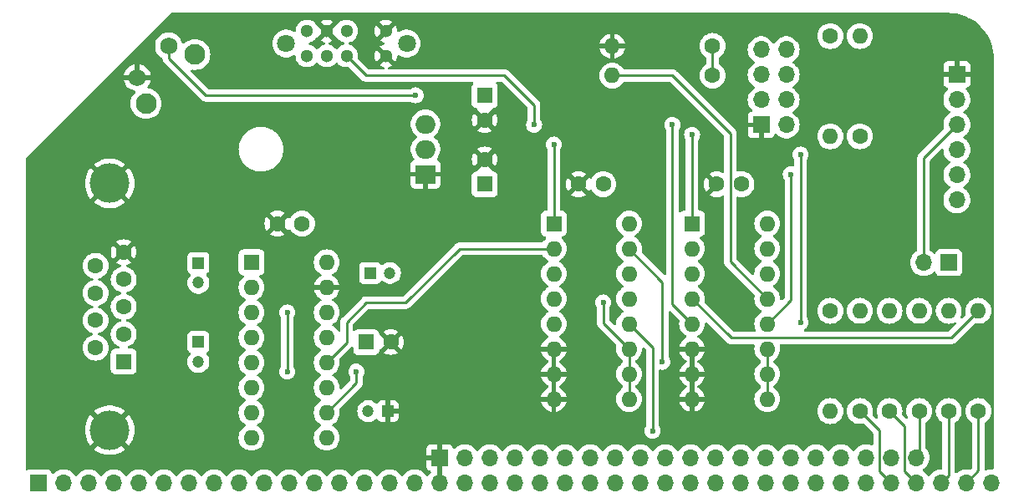
<source format=gbl>
G04 #@! TF.GenerationSoftware,KiCad,Pcbnew,7.0.11+dfsg-1build4*
G04 #@! TF.CreationDate,2025-06-10T17:17:13-04:00*
G04 #@! TF.ProjectId,comm-interface,636f6d6d-2d69-46e7-9465-72666163652e,rev?*
G04 #@! TF.SameCoordinates,Original*
G04 #@! TF.FileFunction,Copper,L2,Bot*
G04 #@! TF.FilePolarity,Positive*
%FSLAX46Y46*%
G04 Gerber Fmt 4.6, Leading zero omitted, Abs format (unit mm)*
G04 Created by KiCad (PCBNEW 7.0.11+dfsg-1build4) date 2025-06-10 17:17:13*
%MOMM*%
%LPD*%
G01*
G04 APERTURE LIST*
G04 #@! TA.AperFunction,ComponentPad*
%ADD10R,2.000000X1.905000*%
G04 #@! TD*
G04 #@! TA.AperFunction,ComponentPad*
%ADD11O,2.000000X1.905000*%
G04 #@! TD*
G04 #@! TA.AperFunction,ComponentPad*
%ADD12R,1.200000X1.200000*%
G04 #@! TD*
G04 #@! TA.AperFunction,ComponentPad*
%ADD13C,1.200000*%
G04 #@! TD*
G04 #@! TA.AperFunction,ComponentPad*
%ADD14C,1.800000*%
G04 #@! TD*
G04 #@! TA.AperFunction,ComponentPad*
%ADD15C,1.300000*%
G04 #@! TD*
G04 #@! TA.AperFunction,ComponentPad*
%ADD16C,1.600000*%
G04 #@! TD*
G04 #@! TA.AperFunction,ComponentPad*
%ADD17O,1.600000X1.600000*%
G04 #@! TD*
G04 #@! TA.AperFunction,ComponentPad*
%ADD18R,1.700000X1.700000*%
G04 #@! TD*
G04 #@! TA.AperFunction,ComponentPad*
%ADD19O,1.700000X1.700000*%
G04 #@! TD*
G04 #@! TA.AperFunction,ComponentPad*
%ADD20R,1.600000X1.600000*%
G04 #@! TD*
G04 #@! TA.AperFunction,ComponentPad*
%ADD21C,2.100000*%
G04 #@! TD*
G04 #@! TA.AperFunction,ComponentPad*
%ADD22C,1.750000*%
G04 #@! TD*
G04 #@! TA.AperFunction,ComponentPad*
%ADD23C,4.000000*%
G04 #@! TD*
G04 #@! TA.AperFunction,ViaPad*
%ADD24C,0.600000*%
G04 #@! TD*
G04 #@! TA.AperFunction,Conductor*
%ADD25C,0.250000*%
G04 #@! TD*
G04 APERTURE END LIST*
D10*
X141000000Y-67000000D03*
D11*
X141000000Y-64460000D03*
X141000000Y-61920000D03*
D12*
X137200000Y-91000000D03*
D13*
X135200000Y-91000000D03*
D12*
X135400000Y-77000000D03*
D13*
X137400000Y-77000000D03*
D12*
X118000000Y-84000000D03*
D13*
X118000000Y-86000000D03*
D12*
X118000000Y-76000000D03*
D13*
X118000000Y-78000000D03*
D14*
X126900000Y-53750000D03*
X139100000Y-53750000D03*
D15*
X129000000Y-55000000D03*
X131000000Y-55000000D03*
X133000000Y-55000000D03*
X137000000Y-55000000D03*
X129000000Y-52500000D03*
X131000000Y-52500000D03*
X133000000Y-52500000D03*
X137000000Y-52500000D03*
D16*
X182000000Y-80840000D03*
D17*
X182000000Y-91000000D03*
D16*
X194000000Y-91000000D03*
D17*
X194000000Y-80840000D03*
D18*
X194818000Y-56896000D03*
D19*
X194818000Y-59436000D03*
X194818000Y-61976000D03*
X194818000Y-64516000D03*
X194818000Y-67056000D03*
X194818000Y-69596000D03*
D16*
X159000000Y-68000000D03*
X156500000Y-68000000D03*
D20*
X147000000Y-68000000D03*
D16*
X147000000Y-65500000D03*
X185000000Y-91000000D03*
D17*
X185000000Y-80840000D03*
D16*
X188000000Y-91000000D03*
D17*
X188000000Y-80840000D03*
D18*
X175000000Y-62000000D03*
D19*
X177540000Y-62000000D03*
X175000000Y-59460000D03*
X177540000Y-59460000D03*
X175000000Y-56920000D03*
X177540000Y-56920000D03*
X175000000Y-54380000D03*
X177540000Y-54380000D03*
D21*
X112694831Y-59826560D03*
X117651650Y-54869742D03*
D22*
X111818019Y-57181981D03*
X115000000Y-54000000D03*
D20*
X154000000Y-72000000D03*
D17*
X154000000Y-74540000D03*
X154000000Y-77080000D03*
X154000000Y-79620000D03*
X154000000Y-82160000D03*
X154000000Y-84700000D03*
X154000000Y-87240000D03*
X154000000Y-89780000D03*
X161620000Y-89780000D03*
X161620000Y-87240000D03*
X161620000Y-84700000D03*
X161620000Y-82160000D03*
X161620000Y-79620000D03*
X161620000Y-77080000D03*
X161620000Y-74540000D03*
X161620000Y-72000000D03*
D16*
X170080000Y-54000000D03*
D17*
X159920000Y-54000000D03*
D16*
X170080000Y-57000000D03*
D17*
X159920000Y-57000000D03*
D20*
X147000000Y-59000000D03*
D16*
X147000000Y-61500000D03*
D23*
X109010331Y-67927000D03*
X109010331Y-92927000D03*
D20*
X110430331Y-85967000D03*
D16*
X110430331Y-83197000D03*
X110430331Y-80427000D03*
X110430331Y-77657000D03*
X110430331Y-74887000D03*
X107590331Y-84582000D03*
X107590331Y-81812000D03*
X107590331Y-79042000D03*
X107590331Y-76272000D03*
X182000000Y-53000000D03*
D17*
X182000000Y-63160000D03*
D16*
X128500000Y-72000000D03*
X126000000Y-72000000D03*
D20*
X135000000Y-84000000D03*
D16*
X137500000Y-84000000D03*
X173000000Y-68000000D03*
X170500000Y-68000000D03*
X191000000Y-91000000D03*
D17*
X191000000Y-80840000D03*
D18*
X194000000Y-75946000D03*
D19*
X191460000Y-75946000D03*
D18*
X101803420Y-98248360D03*
D19*
X104343420Y-98248360D03*
X106883420Y-98248360D03*
X109423420Y-98248360D03*
X111963420Y-98248360D03*
X114503420Y-98248360D03*
X117043420Y-98248360D03*
X119583420Y-98248360D03*
X122123420Y-98248360D03*
X124663420Y-98248360D03*
X127203420Y-98248360D03*
X129743420Y-98248360D03*
X132283420Y-98248360D03*
X134823420Y-98248360D03*
X137363420Y-98248360D03*
X139903420Y-98248360D03*
X142443420Y-98248360D03*
X144983420Y-98248360D03*
X147523420Y-98248360D03*
X150063420Y-98248360D03*
X152603420Y-98248360D03*
X155143420Y-98248360D03*
X157683420Y-98248360D03*
X160223420Y-98248360D03*
X162763420Y-98248360D03*
X165303420Y-98248360D03*
X167843420Y-98248360D03*
X170383420Y-98248360D03*
X172923420Y-98248360D03*
X175463420Y-98248360D03*
X178003420Y-98248360D03*
X180543420Y-98248360D03*
X183083420Y-98248360D03*
X185623420Y-98248360D03*
X188163420Y-98248360D03*
X190703420Y-98248360D03*
X193243420Y-98248360D03*
X195783420Y-98248360D03*
X198323420Y-98248360D03*
D16*
X197000000Y-91000000D03*
D17*
X197000000Y-80840000D03*
D16*
X185000000Y-63160000D03*
D17*
X185000000Y-53000000D03*
D18*
X142443420Y-95708360D03*
D19*
X144983420Y-95708360D03*
X147523420Y-95708360D03*
X150063420Y-95708360D03*
X152603420Y-95708360D03*
X155143420Y-95708360D03*
X157683420Y-95708360D03*
X160223420Y-95708360D03*
X162763420Y-95708360D03*
X165303420Y-95708360D03*
X167843420Y-95708360D03*
X170383420Y-95708360D03*
X172923420Y-95708360D03*
X175463420Y-95708360D03*
X178003420Y-95708360D03*
X180543420Y-95708360D03*
X183083420Y-95708360D03*
X185623420Y-95708360D03*
X188163420Y-95708360D03*
X190703420Y-95708360D03*
D20*
X168000000Y-72000000D03*
D17*
X168000000Y-74540000D03*
X168000000Y-77080000D03*
X168000000Y-79620000D03*
X168000000Y-82160000D03*
X168000000Y-84700000D03*
X168000000Y-87240000D03*
X168000000Y-89780000D03*
X175620000Y-89780000D03*
X175620000Y-87240000D03*
X175620000Y-84700000D03*
X175620000Y-82160000D03*
X175620000Y-79620000D03*
X175620000Y-77080000D03*
X175620000Y-74540000D03*
X175620000Y-72000000D03*
D20*
X123380000Y-75920000D03*
D17*
X123380000Y-78460000D03*
X123380000Y-81000000D03*
X123380000Y-83540000D03*
X123380000Y-86080000D03*
X123380000Y-88620000D03*
X123380000Y-91160000D03*
X123380000Y-93700000D03*
X131000000Y-93700000D03*
X131000000Y-91160000D03*
X131000000Y-88620000D03*
X131000000Y-86080000D03*
X131000000Y-83540000D03*
X131000000Y-81000000D03*
X131000000Y-78460000D03*
X131000000Y-75920000D03*
D24*
X140000000Y-59000000D03*
X152000000Y-62000000D03*
X127000000Y-87000000D03*
X127000000Y-81000000D03*
X154000000Y-64000000D03*
X178000000Y-67000000D03*
X168000000Y-63000000D03*
X166000000Y-62000000D03*
X134000000Y-87000000D03*
X165000000Y-86000000D03*
X164000000Y-93000000D03*
X159000000Y-80000000D03*
X179000000Y-65000000D03*
X179000000Y-82000000D03*
D25*
X118762564Y-59000000D02*
X140000000Y-59000000D01*
X115000000Y-55237436D02*
X118762564Y-59000000D01*
X115000000Y-54000000D02*
X115000000Y-55237436D01*
X152000000Y-60000000D02*
X149000000Y-57000000D01*
X152000000Y-62000000D02*
X152000000Y-60000000D01*
X149000000Y-57000000D02*
X135000000Y-57000000D01*
X135000000Y-57000000D02*
X133000000Y-55000000D01*
X191000000Y-91000000D02*
X191000000Y-95411780D01*
X191000000Y-95411780D02*
X190703420Y-95708360D01*
X186988420Y-97073360D02*
X188163420Y-98248360D01*
X185000000Y-91000000D02*
X186988420Y-92988420D01*
X186988420Y-92988420D02*
X186988420Y-97073360D01*
X188000000Y-91000000D02*
X189528420Y-92528420D01*
X189528420Y-92528420D02*
X189528420Y-97073360D01*
X189528420Y-97073360D02*
X190703420Y-98248360D01*
X194000000Y-97491780D02*
X193243420Y-98248360D01*
X194000000Y-91000000D02*
X194000000Y-97491780D01*
X197000000Y-91000000D02*
X197000000Y-97031780D01*
X197000000Y-97031780D02*
X195783420Y-98248360D01*
X127000000Y-81000000D02*
X127000000Y-87000000D01*
X191460000Y-65334000D02*
X191460000Y-75946000D01*
X194818000Y-61976000D02*
X191460000Y-65334000D01*
X154000000Y-72000000D02*
X154000000Y-64000000D01*
X178000000Y-79780000D02*
X178000000Y-67000000D01*
X175620000Y-82160000D02*
X178000000Y-79780000D01*
X168000000Y-72000000D02*
X168000000Y-63000000D01*
X170080000Y-54000000D02*
X170080000Y-57000000D01*
X166000000Y-62000000D02*
X166000000Y-80160000D01*
X131000000Y-91160000D02*
X134000000Y-88160000D01*
X134000000Y-88160000D02*
X134000000Y-87000000D01*
X166000000Y-80160000D02*
X168000000Y-82160000D01*
X165000000Y-77920000D02*
X161620000Y-74540000D01*
X165000000Y-86000000D02*
X165000000Y-77920000D01*
X166000000Y-57000000D02*
X159920000Y-57000000D01*
X175620000Y-79620000D02*
X171875000Y-75875000D01*
X171875000Y-75875000D02*
X171875000Y-62875000D01*
X171875000Y-62875000D02*
X166000000Y-57000000D01*
X164000000Y-84540000D02*
X164000000Y-93000000D01*
X161620000Y-82160000D02*
X164000000Y-84540000D01*
X133000000Y-82000000D02*
X135000000Y-80000000D01*
X135000000Y-80000000D02*
X139000000Y-80000000D01*
X131000000Y-86080000D02*
X133000000Y-84080000D01*
X133000000Y-84080000D02*
X133000000Y-82000000D01*
X139000000Y-80000000D02*
X144460000Y-74540000D01*
X144460000Y-74540000D02*
X154000000Y-74540000D01*
X159000000Y-82080000D02*
X161620000Y-84700000D01*
X161620000Y-89780000D02*
X161620000Y-87240000D01*
X161620000Y-87240000D02*
X161620000Y-84700000D01*
X159000000Y-80000000D02*
X159000000Y-82080000D01*
X197000000Y-80840000D02*
X194265000Y-83575000D01*
X194265000Y-83575000D02*
X171955000Y-83575000D01*
X171955000Y-83575000D02*
X168000000Y-79620000D01*
X175620000Y-87240000D02*
X175620000Y-84700000D01*
X179000000Y-82000000D02*
X179000000Y-65000000D01*
X175620000Y-89780000D02*
X175620000Y-87240000D01*
G04 #@! TA.AperFunction,Conductor*
G36*
X142693420Y-97812858D02*
G01*
X142585735Y-97763680D01*
X142479183Y-97748360D01*
X142407657Y-97748360D01*
X142301105Y-97763680D01*
X142193420Y-97812858D01*
X142193420Y-96143861D01*
X142301105Y-96193040D01*
X142407657Y-96208360D01*
X142479183Y-96208360D01*
X142585735Y-96193040D01*
X142693420Y-96143861D01*
X142693420Y-97812858D01*
G37*
G04 #@! TD.AperFunction*
G04 #@! TA.AperFunction,Conductor*
G36*
X154250000Y-89464314D02*
G01*
X154238045Y-89452359D01*
X154125148Y-89394835D01*
X154031481Y-89380000D01*
X153968519Y-89380000D01*
X153874852Y-89394835D01*
X153761955Y-89452359D01*
X153750000Y-89464314D01*
X153750000Y-87555686D01*
X153761955Y-87567641D01*
X153874852Y-87625165D01*
X153968519Y-87640000D01*
X154031481Y-87640000D01*
X154125148Y-87625165D01*
X154238045Y-87567641D01*
X154250000Y-87555686D01*
X154250000Y-89464314D01*
G37*
G04 #@! TD.AperFunction*
G04 #@! TA.AperFunction,Conductor*
G36*
X154250000Y-86924314D02*
G01*
X154238045Y-86912359D01*
X154125148Y-86854835D01*
X154031481Y-86840000D01*
X153968519Y-86840000D01*
X153874852Y-86854835D01*
X153761955Y-86912359D01*
X153750000Y-86924314D01*
X153750000Y-85015686D01*
X153761955Y-85027641D01*
X153874852Y-85085165D01*
X153968519Y-85100000D01*
X154031481Y-85100000D01*
X154125148Y-85085165D01*
X154238045Y-85027641D01*
X154250000Y-85015686D01*
X154250000Y-86924314D01*
G37*
G04 #@! TD.AperFunction*
G04 #@! TA.AperFunction,Conductor*
G36*
X168250000Y-89464314D02*
G01*
X168238045Y-89452359D01*
X168125148Y-89394835D01*
X168031481Y-89380000D01*
X167968519Y-89380000D01*
X167874852Y-89394835D01*
X167761955Y-89452359D01*
X167750000Y-89464314D01*
X167750000Y-87555686D01*
X167761955Y-87567641D01*
X167874852Y-87625165D01*
X167968519Y-87640000D01*
X168031481Y-87640000D01*
X168125148Y-87625165D01*
X168238045Y-87567641D01*
X168250000Y-87555686D01*
X168250000Y-89464314D01*
G37*
G04 #@! TD.AperFunction*
G04 #@! TA.AperFunction,Conductor*
G36*
X168250000Y-86924314D02*
G01*
X168238045Y-86912359D01*
X168125148Y-86854835D01*
X168031481Y-86840000D01*
X167968519Y-86840000D01*
X167874852Y-86854835D01*
X167761955Y-86912359D01*
X167750000Y-86924314D01*
X167750000Y-85015686D01*
X167761955Y-85027641D01*
X167874852Y-85085165D01*
X167968519Y-85100000D01*
X168031481Y-85100000D01*
X168125148Y-85085165D01*
X168238045Y-85027641D01*
X168250000Y-85015686D01*
X168250000Y-86924314D01*
G37*
G04 #@! TD.AperFunction*
G04 #@! TA.AperFunction,Conductor*
G36*
X130614835Y-52625148D02*
G01*
X130672359Y-52738045D01*
X130761955Y-52827641D01*
X130874852Y-52885165D01*
X130955599Y-52897953D01*
X130382991Y-53470559D01*
X130485204Y-53533847D01*
X130485208Y-53533849D01*
X130683936Y-53610836D01*
X130683941Y-53610837D01*
X130753214Y-53623787D01*
X130815495Y-53655455D01*
X130850768Y-53715767D01*
X130847834Y-53785575D01*
X130807625Y-53842716D01*
X130753215Y-53867564D01*
X130681603Y-53880951D01*
X130681600Y-53880951D01*
X130681600Y-53880952D01*
X130481399Y-53958511D01*
X130481396Y-53958513D01*
X130298858Y-54071534D01*
X130298856Y-54071536D01*
X130140190Y-54216178D01*
X130098954Y-54270785D01*
X130042845Y-54312421D01*
X129973133Y-54317112D01*
X129911951Y-54283370D01*
X129901046Y-54270785D01*
X129859809Y-54216178D01*
X129701143Y-54071536D01*
X129701141Y-54071534D01*
X129535418Y-53968924D01*
X129518600Y-53958511D01*
X129318397Y-53880951D01*
X129269914Y-53871888D01*
X129207635Y-53840221D01*
X129172362Y-53779909D01*
X129175296Y-53710100D01*
X129215505Y-53652960D01*
X129269913Y-53628112D01*
X129318397Y-53619049D01*
X129518600Y-53541489D01*
X129701143Y-53428464D01*
X129859810Y-53283820D01*
X129945461Y-53170398D01*
X130001567Y-53128765D01*
X130020364Y-53126082D01*
X130602046Y-52544400D01*
X130614835Y-52625148D01*
G37*
G04 #@! TD.AperFunction*
G04 #@! TA.AperFunction,Conductor*
G36*
X131982856Y-53129303D02*
G01*
X132015242Y-53136420D01*
X132054539Y-53170400D01*
X132140187Y-53283817D01*
X132140189Y-53283820D01*
X132298856Y-53428463D01*
X132298858Y-53428465D01*
X132332408Y-53449238D01*
X132481400Y-53541489D01*
X132681603Y-53619049D01*
X132730084Y-53628111D01*
X132792364Y-53659779D01*
X132827637Y-53720092D01*
X132824703Y-53789900D01*
X132784494Y-53847040D01*
X132730084Y-53871888D01*
X132681603Y-53880951D01*
X132681600Y-53880951D01*
X132681600Y-53880952D01*
X132481399Y-53958511D01*
X132481396Y-53958513D01*
X132298858Y-54071534D01*
X132298856Y-54071536D01*
X132140190Y-54216178D01*
X132098954Y-54270785D01*
X132042845Y-54312421D01*
X131973133Y-54317112D01*
X131911951Y-54283370D01*
X131901046Y-54270785D01*
X131859809Y-54216178D01*
X131701143Y-54071536D01*
X131701141Y-54071534D01*
X131535418Y-53968924D01*
X131518600Y-53958511D01*
X131318397Y-53880951D01*
X131246783Y-53867564D01*
X131184504Y-53835897D01*
X131149231Y-53775584D01*
X131152165Y-53705776D01*
X131192374Y-53648636D01*
X131246786Y-53623787D01*
X131316057Y-53610838D01*
X131316063Y-53610836D01*
X131514791Y-53533849D01*
X131514798Y-53533846D01*
X131617006Y-53470560D01*
X131617006Y-53470559D01*
X131044401Y-52897953D01*
X131125148Y-52885165D01*
X131238045Y-52827641D01*
X131327641Y-52738045D01*
X131385165Y-52625148D01*
X131397953Y-52544400D01*
X131982856Y-53129303D01*
G37*
G04 #@! TD.AperFunction*
G04 #@! TA.AperFunction,Conductor*
G36*
X193922502Y-50640417D02*
G01*
X194322259Y-50657871D01*
X194332995Y-50658811D01*
X194727020Y-50710685D01*
X194737658Y-50712560D01*
X195125667Y-50798580D01*
X195136107Y-50801378D01*
X195515120Y-50920880D01*
X195525281Y-50924578D01*
X195892449Y-51076665D01*
X195902241Y-51081231D01*
X196254742Y-51264731D01*
X196264109Y-51270138D01*
X196438051Y-51380952D01*
X196599288Y-51483671D01*
X196608149Y-51489876D01*
X196923432Y-51731801D01*
X196931719Y-51738755D01*
X197224714Y-52007236D01*
X197232363Y-52014885D01*
X197500844Y-52307880D01*
X197507798Y-52316167D01*
X197749723Y-52631450D01*
X197755928Y-52640311D01*
X197969460Y-52975489D01*
X197974868Y-52984857D01*
X198158365Y-53337352D01*
X198162937Y-53347156D01*
X198315020Y-53714316D01*
X198318720Y-53724482D01*
X198438220Y-54103488D01*
X198441020Y-54113936D01*
X198527037Y-54501933D01*
X198528915Y-54512587D01*
X198580786Y-54906585D01*
X198581729Y-54917361D01*
X198599182Y-55317097D01*
X198599300Y-55322506D01*
X198599300Y-55385689D01*
X198599839Y-55389783D01*
X198600900Y-55405971D01*
X198600900Y-96770972D01*
X198581215Y-96838011D01*
X198528411Y-96883766D01*
X198459253Y-96893710D01*
X198456491Y-96893281D01*
X198435989Y-96889860D01*
X198210851Y-96889860D01*
X197988782Y-96926916D01*
X197797763Y-96992493D01*
X197727964Y-96995643D01*
X197667543Y-96960557D01*
X197635682Y-96898374D01*
X197633500Y-96875212D01*
X197633500Y-92218352D01*
X197653185Y-92151313D01*
X197686373Y-92116779D01*
X197844300Y-92006198D01*
X198006198Y-91844300D01*
X198137523Y-91656749D01*
X198141676Y-91647844D01*
X198192815Y-91538174D01*
X198234284Y-91449243D01*
X198293543Y-91228087D01*
X198313498Y-91000000D01*
X198293543Y-90771913D01*
X198234284Y-90550757D01*
X198231440Y-90544659D01*
X198194959Y-90466424D01*
X198137523Y-90343251D01*
X198006198Y-90155700D01*
X197844300Y-89993802D01*
X197656749Y-89862477D01*
X197639179Y-89854284D01*
X197449249Y-89765718D01*
X197449238Y-89765714D01*
X197228089Y-89706457D01*
X197228081Y-89706456D01*
X197000002Y-89686502D01*
X196999998Y-89686502D01*
X196771918Y-89706456D01*
X196771910Y-89706457D01*
X196550761Y-89765714D01*
X196550750Y-89765718D01*
X196343254Y-89862475D01*
X196343252Y-89862476D01*
X196343251Y-89862477D01*
X196155700Y-89993802D01*
X196155698Y-89993803D01*
X196155695Y-89993806D01*
X195993806Y-90155695D01*
X195993803Y-90155698D01*
X195993802Y-90155700D01*
X195942302Y-90229249D01*
X195862476Y-90343252D01*
X195862475Y-90343254D01*
X195765718Y-90550750D01*
X195765714Y-90550761D01*
X195706457Y-90771910D01*
X195706456Y-90771918D01*
X195686502Y-90999998D01*
X195686502Y-91000001D01*
X195706456Y-91228081D01*
X195706457Y-91228089D01*
X195765714Y-91449238D01*
X195765718Y-91449249D01*
X195862473Y-91656741D01*
X195862477Y-91656749D01*
X195993802Y-91844300D01*
X196155700Y-92006198D01*
X196313625Y-92116779D01*
X196357249Y-92171354D01*
X196366500Y-92218352D01*
X196366500Y-96718013D01*
X196346815Y-96785052D01*
X196330185Y-96805689D01*
X196281379Y-96854496D01*
X196240411Y-96895464D01*
X196179087Y-96928948D01*
X196122296Y-96927989D01*
X196118061Y-96926916D01*
X195895989Y-96889860D01*
X195670851Y-96889860D01*
X195448782Y-96926916D01*
X195235850Y-97000016D01*
X195235839Y-97000021D01*
X195037847Y-97107168D01*
X195037842Y-97107172D01*
X194860181Y-97245452D01*
X194860180Y-97245453D01*
X194848728Y-97257894D01*
X194788840Y-97293883D01*
X194719002Y-97291781D01*
X194661387Y-97252256D01*
X194634287Y-97187856D01*
X194633500Y-97173909D01*
X194633500Y-92218352D01*
X194653185Y-92151313D01*
X194686373Y-92116779D01*
X194844300Y-92006198D01*
X195006198Y-91844300D01*
X195137523Y-91656749D01*
X195141676Y-91647844D01*
X195192815Y-91538174D01*
X195234284Y-91449243D01*
X195293543Y-91228087D01*
X195313498Y-91000000D01*
X195293543Y-90771913D01*
X195234284Y-90550757D01*
X195231440Y-90544659D01*
X195194959Y-90466424D01*
X195137523Y-90343251D01*
X195006198Y-90155700D01*
X194844300Y-89993802D01*
X194656749Y-89862477D01*
X194639179Y-89854284D01*
X194449249Y-89765718D01*
X194449238Y-89765714D01*
X194228089Y-89706457D01*
X194228081Y-89706456D01*
X194000002Y-89686502D01*
X193999998Y-89686502D01*
X193771918Y-89706456D01*
X193771910Y-89706457D01*
X193550761Y-89765714D01*
X193550750Y-89765718D01*
X193343254Y-89862475D01*
X193343252Y-89862476D01*
X193343251Y-89862477D01*
X193155700Y-89993802D01*
X193155698Y-89993803D01*
X193155695Y-89993806D01*
X192993806Y-90155695D01*
X192993803Y-90155698D01*
X192993802Y-90155700D01*
X192942302Y-90229249D01*
X192862476Y-90343252D01*
X192862475Y-90343254D01*
X192765718Y-90550750D01*
X192765714Y-90550761D01*
X192706457Y-90771910D01*
X192706456Y-90771918D01*
X192686502Y-90999998D01*
X192686502Y-91000001D01*
X192706456Y-91228081D01*
X192706457Y-91228089D01*
X192765714Y-91449238D01*
X192765718Y-91449249D01*
X192862473Y-91656741D01*
X192862477Y-91656749D01*
X192993802Y-91844300D01*
X193155700Y-92006198D01*
X193313625Y-92116779D01*
X193357249Y-92171354D01*
X193366500Y-92218352D01*
X193366500Y-96765860D01*
X193346815Y-96832899D01*
X193294011Y-96878654D01*
X193242500Y-96889860D01*
X193130851Y-96889860D01*
X192908782Y-96926916D01*
X192695850Y-97000016D01*
X192695839Y-97000021D01*
X192497847Y-97107168D01*
X192497842Y-97107172D01*
X192320181Y-97245452D01*
X192320176Y-97245457D01*
X192167704Y-97411083D01*
X192167696Y-97411094D01*
X192077228Y-97549566D01*
X192024082Y-97594922D01*
X191954851Y-97604346D01*
X191891515Y-97574844D01*
X191869612Y-97549566D01*
X191779143Y-97411094D01*
X191779135Y-97411083D01*
X191626663Y-97245457D01*
X191626658Y-97245452D01*
X191448997Y-97107172D01*
X191448998Y-97107172D01*
X191448996Y-97107171D01*
X191412490Y-97087415D01*
X191362899Y-97038196D01*
X191347791Y-96969979D01*
X191371961Y-96904424D01*
X191412490Y-96869305D01*
X191412504Y-96869296D01*
X191448996Y-96849549D01*
X191626660Y-96711266D01*
X191779142Y-96545628D01*
X191902280Y-96357151D01*
X191992716Y-96150976D01*
X192047984Y-95932728D01*
X192066576Y-95708360D01*
X192047984Y-95483992D01*
X191992716Y-95265744D01*
X191902280Y-95059569D01*
X191886126Y-95034844D01*
X191779143Y-94871094D01*
X191779135Y-94871083D01*
X191666271Y-94748482D01*
X191635348Y-94685828D01*
X191633500Y-94664499D01*
X191633500Y-92218352D01*
X191653185Y-92151313D01*
X191686373Y-92116779D01*
X191844300Y-92006198D01*
X192006198Y-91844300D01*
X192137523Y-91656749D01*
X192141676Y-91647844D01*
X192192815Y-91538174D01*
X192234284Y-91449243D01*
X192293543Y-91228087D01*
X192313498Y-91000000D01*
X192293543Y-90771913D01*
X192234284Y-90550757D01*
X192231440Y-90544659D01*
X192194959Y-90466424D01*
X192137523Y-90343251D01*
X192006198Y-90155700D01*
X191844300Y-89993802D01*
X191656749Y-89862477D01*
X191639179Y-89854284D01*
X191449249Y-89765718D01*
X191449238Y-89765714D01*
X191228089Y-89706457D01*
X191228081Y-89706456D01*
X191000002Y-89686502D01*
X190999998Y-89686502D01*
X190771918Y-89706456D01*
X190771910Y-89706457D01*
X190550761Y-89765714D01*
X190550750Y-89765718D01*
X190343254Y-89862475D01*
X190343252Y-89862476D01*
X190343251Y-89862477D01*
X190155700Y-89993802D01*
X190155698Y-89993803D01*
X190155695Y-89993806D01*
X189993806Y-90155695D01*
X189993803Y-90155698D01*
X189993802Y-90155700D01*
X189942302Y-90229249D01*
X189862476Y-90343252D01*
X189862475Y-90343254D01*
X189765718Y-90550750D01*
X189765714Y-90550761D01*
X189706457Y-90771910D01*
X189706456Y-90771918D01*
X189686502Y-90999998D01*
X189686502Y-91000001D01*
X189706456Y-91228081D01*
X189706457Y-91228089D01*
X189765714Y-91449238D01*
X189765718Y-91449249D01*
X189835980Y-91599927D01*
X189846472Y-91669004D01*
X189817952Y-91732788D01*
X189759475Y-91771027D01*
X189689608Y-91771581D01*
X189635917Y-91740012D01*
X189308335Y-91412430D01*
X189274850Y-91351107D01*
X189276242Y-91292654D01*
X189293541Y-91228094D01*
X189293542Y-91228089D01*
X189293543Y-91228087D01*
X189313498Y-91000000D01*
X189293543Y-90771913D01*
X189234284Y-90550757D01*
X189231440Y-90544659D01*
X189194959Y-90466424D01*
X189137523Y-90343251D01*
X189006198Y-90155700D01*
X188844300Y-89993802D01*
X188656749Y-89862477D01*
X188639179Y-89854284D01*
X188449249Y-89765718D01*
X188449238Y-89765714D01*
X188228089Y-89706457D01*
X188228081Y-89706456D01*
X188000002Y-89686502D01*
X187999998Y-89686502D01*
X187771918Y-89706456D01*
X187771910Y-89706457D01*
X187550761Y-89765714D01*
X187550750Y-89765718D01*
X187343254Y-89862475D01*
X187343252Y-89862476D01*
X187343251Y-89862477D01*
X187155700Y-89993802D01*
X187155698Y-89993803D01*
X187155695Y-89993806D01*
X186993806Y-90155695D01*
X186993803Y-90155698D01*
X186993802Y-90155700D01*
X186942302Y-90229249D01*
X186862476Y-90343252D01*
X186862475Y-90343254D01*
X186765718Y-90550750D01*
X186765714Y-90550761D01*
X186706457Y-90771910D01*
X186706456Y-90771918D01*
X186686502Y-90999998D01*
X186686502Y-91000001D01*
X186706456Y-91228081D01*
X186706457Y-91228089D01*
X186765714Y-91449238D01*
X186765715Y-91449240D01*
X186765716Y-91449243D01*
X186829507Y-91586044D01*
X186835981Y-91599927D01*
X186846473Y-91669005D01*
X186817953Y-91732789D01*
X186759476Y-91771028D01*
X186689609Y-91771582D01*
X186635918Y-91740013D01*
X186308335Y-91412430D01*
X186274850Y-91351107D01*
X186276242Y-91292654D01*
X186293541Y-91228094D01*
X186293542Y-91228089D01*
X186293543Y-91228087D01*
X186313498Y-91000000D01*
X186293543Y-90771913D01*
X186234284Y-90550757D01*
X186231440Y-90544659D01*
X186194959Y-90466424D01*
X186137523Y-90343251D01*
X186006198Y-90155700D01*
X185844300Y-89993802D01*
X185656749Y-89862477D01*
X185639179Y-89854284D01*
X185449249Y-89765718D01*
X185449238Y-89765714D01*
X185228089Y-89706457D01*
X185228081Y-89706456D01*
X185000002Y-89686502D01*
X184999998Y-89686502D01*
X184771918Y-89706456D01*
X184771910Y-89706457D01*
X184550761Y-89765714D01*
X184550750Y-89765718D01*
X184343254Y-89862475D01*
X184343252Y-89862476D01*
X184343251Y-89862477D01*
X184155700Y-89993802D01*
X184155698Y-89993803D01*
X184155695Y-89993806D01*
X183993806Y-90155695D01*
X183993803Y-90155698D01*
X183993802Y-90155700D01*
X183942302Y-90229249D01*
X183862476Y-90343252D01*
X183862475Y-90343254D01*
X183765718Y-90550750D01*
X183765714Y-90550761D01*
X183706457Y-90771910D01*
X183706456Y-90771918D01*
X183686502Y-90999998D01*
X183686502Y-91000001D01*
X183706456Y-91228081D01*
X183706457Y-91228089D01*
X183765714Y-91449238D01*
X183765718Y-91449249D01*
X183862473Y-91656741D01*
X183862477Y-91656749D01*
X183993802Y-91844300D01*
X184155700Y-92006198D01*
X184343251Y-92137523D01*
X184434839Y-92180231D01*
X184550750Y-92234281D01*
X184550752Y-92234281D01*
X184550757Y-92234284D01*
X184771913Y-92293543D01*
X184934832Y-92307796D01*
X184999998Y-92313498D01*
X185000000Y-92313498D01*
X185000002Y-92313498D01*
X185059013Y-92308335D01*
X185228087Y-92293543D01*
X185292657Y-92276241D01*
X185362506Y-92277904D01*
X185412431Y-92308335D01*
X186318601Y-93214505D01*
X186352086Y-93275828D01*
X186354920Y-93302186D01*
X186354920Y-94351454D01*
X186335235Y-94418493D01*
X186282431Y-94464248D01*
X186213273Y-94474192D01*
X186175817Y-94461805D01*
X186175697Y-94462081D01*
X186172774Y-94460799D01*
X186171912Y-94460514D01*
X186171004Y-94460022D01*
X186170989Y-94460016D01*
X185958057Y-94386916D01*
X185735989Y-94349860D01*
X185510851Y-94349860D01*
X185288782Y-94386916D01*
X185075850Y-94460016D01*
X185075839Y-94460021D01*
X184877847Y-94567168D01*
X184877842Y-94567172D01*
X184700181Y-94705452D01*
X184700176Y-94705457D01*
X184547704Y-94871083D01*
X184547696Y-94871094D01*
X184457228Y-95009566D01*
X184404082Y-95054922D01*
X184334851Y-95064346D01*
X184271515Y-95034844D01*
X184249612Y-95009566D01*
X184159143Y-94871094D01*
X184159135Y-94871083D01*
X184006663Y-94705457D01*
X184006658Y-94705452D01*
X183828997Y-94567172D01*
X183828992Y-94567168D01*
X183631000Y-94460021D01*
X183630997Y-94460019D01*
X183630994Y-94460018D01*
X183630991Y-94460017D01*
X183630989Y-94460016D01*
X183418057Y-94386916D01*
X183195989Y-94349860D01*
X182970851Y-94349860D01*
X182748782Y-94386916D01*
X182535850Y-94460016D01*
X182535839Y-94460021D01*
X182337847Y-94567168D01*
X182337842Y-94567172D01*
X182160181Y-94705452D01*
X182160176Y-94705457D01*
X182007704Y-94871083D01*
X182007696Y-94871094D01*
X181917228Y-95009566D01*
X181864082Y-95054922D01*
X181794851Y-95064346D01*
X181731515Y-95034844D01*
X181709612Y-95009566D01*
X181619143Y-94871094D01*
X181619135Y-94871083D01*
X181466663Y-94705457D01*
X181466658Y-94705452D01*
X181288997Y-94567172D01*
X181288992Y-94567168D01*
X181091000Y-94460021D01*
X181090997Y-94460019D01*
X181090994Y-94460018D01*
X181090991Y-94460017D01*
X181090989Y-94460016D01*
X180878057Y-94386916D01*
X180655989Y-94349860D01*
X180430851Y-94349860D01*
X180208782Y-94386916D01*
X179995850Y-94460016D01*
X179995839Y-94460021D01*
X179797847Y-94567168D01*
X179797842Y-94567172D01*
X179620181Y-94705452D01*
X179620176Y-94705457D01*
X179467704Y-94871083D01*
X179467696Y-94871094D01*
X179377228Y-95009566D01*
X179324082Y-95054922D01*
X179254851Y-95064346D01*
X179191515Y-95034844D01*
X179169612Y-95009566D01*
X179079143Y-94871094D01*
X179079135Y-94871083D01*
X178926663Y-94705457D01*
X178926658Y-94705452D01*
X178748997Y-94567172D01*
X178748992Y-94567168D01*
X178551000Y-94460021D01*
X178550997Y-94460019D01*
X178550994Y-94460018D01*
X178550991Y-94460017D01*
X178550989Y-94460016D01*
X178338057Y-94386916D01*
X178115989Y-94349860D01*
X177890851Y-94349860D01*
X177668782Y-94386916D01*
X177455850Y-94460016D01*
X177455839Y-94460021D01*
X177257847Y-94567168D01*
X177257842Y-94567172D01*
X177080181Y-94705452D01*
X177080176Y-94705457D01*
X176927704Y-94871083D01*
X176927696Y-94871094D01*
X176837228Y-95009566D01*
X176784082Y-95054922D01*
X176714851Y-95064346D01*
X176651515Y-95034844D01*
X176629612Y-95009566D01*
X176539143Y-94871094D01*
X176539135Y-94871083D01*
X176386663Y-94705457D01*
X176386658Y-94705452D01*
X176208997Y-94567172D01*
X176208992Y-94567168D01*
X176011000Y-94460021D01*
X176010997Y-94460019D01*
X176010994Y-94460018D01*
X176010991Y-94460017D01*
X176010989Y-94460016D01*
X175798057Y-94386916D01*
X175575989Y-94349860D01*
X175350851Y-94349860D01*
X175128782Y-94386916D01*
X174915850Y-94460016D01*
X174915839Y-94460021D01*
X174717847Y-94567168D01*
X174717842Y-94567172D01*
X174540181Y-94705452D01*
X174540176Y-94705457D01*
X174387704Y-94871083D01*
X174387696Y-94871094D01*
X174297228Y-95009566D01*
X174244082Y-95054922D01*
X174174851Y-95064346D01*
X174111515Y-95034844D01*
X174089612Y-95009566D01*
X173999143Y-94871094D01*
X173999135Y-94871083D01*
X173846663Y-94705457D01*
X173846658Y-94705452D01*
X173668997Y-94567172D01*
X173668992Y-94567168D01*
X173471000Y-94460021D01*
X173470997Y-94460019D01*
X173470994Y-94460018D01*
X173470991Y-94460017D01*
X173470989Y-94460016D01*
X173258057Y-94386916D01*
X173035989Y-94349860D01*
X172810851Y-94349860D01*
X172588782Y-94386916D01*
X172375850Y-94460016D01*
X172375839Y-94460021D01*
X172177847Y-94567168D01*
X172177842Y-94567172D01*
X172000181Y-94705452D01*
X172000176Y-94705457D01*
X171847704Y-94871083D01*
X171847696Y-94871094D01*
X171757228Y-95009566D01*
X171704082Y-95054922D01*
X171634851Y-95064346D01*
X171571515Y-95034844D01*
X171549612Y-95009566D01*
X171459143Y-94871094D01*
X171459135Y-94871083D01*
X171306663Y-94705457D01*
X171306658Y-94705452D01*
X171128997Y-94567172D01*
X171128992Y-94567168D01*
X170931000Y-94460021D01*
X170930997Y-94460019D01*
X170930994Y-94460018D01*
X170930991Y-94460017D01*
X170930989Y-94460016D01*
X170718057Y-94386916D01*
X170495989Y-94349860D01*
X170270851Y-94349860D01*
X170048782Y-94386916D01*
X169835850Y-94460016D01*
X169835839Y-94460021D01*
X169637847Y-94567168D01*
X169637842Y-94567172D01*
X169460181Y-94705452D01*
X169460176Y-94705457D01*
X169307704Y-94871083D01*
X169307696Y-94871094D01*
X169217228Y-95009566D01*
X169164082Y-95054922D01*
X169094851Y-95064346D01*
X169031515Y-95034844D01*
X169009612Y-95009566D01*
X168919143Y-94871094D01*
X168919135Y-94871083D01*
X168766663Y-94705457D01*
X168766658Y-94705452D01*
X168588997Y-94567172D01*
X168588992Y-94567168D01*
X168391000Y-94460021D01*
X168390997Y-94460019D01*
X168390994Y-94460018D01*
X168390991Y-94460017D01*
X168390989Y-94460016D01*
X168178057Y-94386916D01*
X167955989Y-94349860D01*
X167730851Y-94349860D01*
X167508782Y-94386916D01*
X167295850Y-94460016D01*
X167295839Y-94460021D01*
X167097847Y-94567168D01*
X167097842Y-94567172D01*
X166920181Y-94705452D01*
X166920176Y-94705457D01*
X166767704Y-94871083D01*
X166767696Y-94871094D01*
X166677228Y-95009566D01*
X166624082Y-95054922D01*
X166554851Y-95064346D01*
X166491515Y-95034844D01*
X166469612Y-95009566D01*
X166379143Y-94871094D01*
X166379135Y-94871083D01*
X166226663Y-94705457D01*
X166226658Y-94705452D01*
X166048997Y-94567172D01*
X166048992Y-94567168D01*
X165851000Y-94460021D01*
X165850997Y-94460019D01*
X165850994Y-94460018D01*
X165850991Y-94460017D01*
X165850989Y-94460016D01*
X165638057Y-94386916D01*
X165415989Y-94349860D01*
X165190851Y-94349860D01*
X164968782Y-94386916D01*
X164755850Y-94460016D01*
X164755839Y-94460021D01*
X164557847Y-94567168D01*
X164557842Y-94567172D01*
X164380181Y-94705452D01*
X164380176Y-94705457D01*
X164227704Y-94871083D01*
X164227696Y-94871094D01*
X164137228Y-95009566D01*
X164084082Y-95054922D01*
X164014851Y-95064346D01*
X163951515Y-95034844D01*
X163929612Y-95009566D01*
X163839143Y-94871094D01*
X163839135Y-94871083D01*
X163686663Y-94705457D01*
X163686658Y-94705452D01*
X163508997Y-94567172D01*
X163508992Y-94567168D01*
X163311000Y-94460021D01*
X163310997Y-94460019D01*
X163310994Y-94460018D01*
X163310991Y-94460017D01*
X163310989Y-94460016D01*
X163098057Y-94386916D01*
X162875989Y-94349860D01*
X162650851Y-94349860D01*
X162428782Y-94386916D01*
X162215850Y-94460016D01*
X162215839Y-94460021D01*
X162017847Y-94567168D01*
X162017842Y-94567172D01*
X161840181Y-94705452D01*
X161840176Y-94705457D01*
X161687704Y-94871083D01*
X161687696Y-94871094D01*
X161597228Y-95009566D01*
X161544082Y-95054922D01*
X161474851Y-95064346D01*
X161411515Y-95034844D01*
X161389612Y-95009566D01*
X161299143Y-94871094D01*
X161299135Y-94871083D01*
X161146663Y-94705457D01*
X161146658Y-94705452D01*
X160968997Y-94567172D01*
X160968992Y-94567168D01*
X160771000Y-94460021D01*
X160770997Y-94460019D01*
X160770994Y-94460018D01*
X160770991Y-94460017D01*
X160770989Y-94460016D01*
X160558057Y-94386916D01*
X160335989Y-94349860D01*
X160110851Y-94349860D01*
X159888782Y-94386916D01*
X159675850Y-94460016D01*
X159675839Y-94460021D01*
X159477847Y-94567168D01*
X159477842Y-94567172D01*
X159300181Y-94705452D01*
X159300176Y-94705457D01*
X159147704Y-94871083D01*
X159147696Y-94871094D01*
X159057228Y-95009566D01*
X159004082Y-95054922D01*
X158934851Y-95064346D01*
X158871515Y-95034844D01*
X158849612Y-95009566D01*
X158759143Y-94871094D01*
X158759135Y-94871083D01*
X158606663Y-94705457D01*
X158606658Y-94705452D01*
X158428997Y-94567172D01*
X158428992Y-94567168D01*
X158231000Y-94460021D01*
X158230997Y-94460019D01*
X158230994Y-94460018D01*
X158230991Y-94460017D01*
X158230989Y-94460016D01*
X158018057Y-94386916D01*
X157795989Y-94349860D01*
X157570851Y-94349860D01*
X157348782Y-94386916D01*
X157135850Y-94460016D01*
X157135839Y-94460021D01*
X156937847Y-94567168D01*
X156937842Y-94567172D01*
X156760181Y-94705452D01*
X156760176Y-94705457D01*
X156607704Y-94871083D01*
X156607696Y-94871094D01*
X156517228Y-95009566D01*
X156464082Y-95054922D01*
X156394851Y-95064346D01*
X156331515Y-95034844D01*
X156309612Y-95009566D01*
X156219143Y-94871094D01*
X156219135Y-94871083D01*
X156066663Y-94705457D01*
X156066658Y-94705452D01*
X155888997Y-94567172D01*
X155888992Y-94567168D01*
X155691000Y-94460021D01*
X155690997Y-94460019D01*
X155690994Y-94460018D01*
X155690991Y-94460017D01*
X155690989Y-94460016D01*
X155478057Y-94386916D01*
X155255989Y-94349860D01*
X155030851Y-94349860D01*
X154808782Y-94386916D01*
X154595850Y-94460016D01*
X154595839Y-94460021D01*
X154397847Y-94567168D01*
X154397842Y-94567172D01*
X154220181Y-94705452D01*
X154220176Y-94705457D01*
X154067704Y-94871083D01*
X154067696Y-94871094D01*
X153977228Y-95009566D01*
X153924082Y-95054922D01*
X153854851Y-95064346D01*
X153791515Y-95034844D01*
X153769612Y-95009566D01*
X153679143Y-94871094D01*
X153679135Y-94871083D01*
X153526663Y-94705457D01*
X153526658Y-94705452D01*
X153348997Y-94567172D01*
X153348992Y-94567168D01*
X153151000Y-94460021D01*
X153150997Y-94460019D01*
X153150994Y-94460018D01*
X153150991Y-94460017D01*
X153150989Y-94460016D01*
X152938057Y-94386916D01*
X152715989Y-94349860D01*
X152490851Y-94349860D01*
X152268782Y-94386916D01*
X152055850Y-94460016D01*
X152055839Y-94460021D01*
X151857847Y-94567168D01*
X151857842Y-94567172D01*
X151680181Y-94705452D01*
X151680176Y-94705457D01*
X151527704Y-94871083D01*
X151527696Y-94871094D01*
X151437228Y-95009566D01*
X151384082Y-95054922D01*
X151314851Y-95064346D01*
X151251515Y-95034844D01*
X151229612Y-95009566D01*
X151139143Y-94871094D01*
X151139135Y-94871083D01*
X150986663Y-94705457D01*
X150986658Y-94705452D01*
X150808997Y-94567172D01*
X150808992Y-94567168D01*
X150611000Y-94460021D01*
X150610997Y-94460019D01*
X150610994Y-94460018D01*
X150610991Y-94460017D01*
X150610989Y-94460016D01*
X150398057Y-94386916D01*
X150175989Y-94349860D01*
X149950851Y-94349860D01*
X149728782Y-94386916D01*
X149515850Y-94460016D01*
X149515839Y-94460021D01*
X149317847Y-94567168D01*
X149317842Y-94567172D01*
X149140181Y-94705452D01*
X149140176Y-94705457D01*
X148987704Y-94871083D01*
X148987696Y-94871094D01*
X148897228Y-95009566D01*
X148844082Y-95054922D01*
X148774851Y-95064346D01*
X148711515Y-95034844D01*
X148689612Y-95009566D01*
X148599143Y-94871094D01*
X148599135Y-94871083D01*
X148446663Y-94705457D01*
X148446658Y-94705452D01*
X148268997Y-94567172D01*
X148268992Y-94567168D01*
X148071000Y-94460021D01*
X148070997Y-94460019D01*
X148070994Y-94460018D01*
X148070991Y-94460017D01*
X148070989Y-94460016D01*
X147858057Y-94386916D01*
X147635989Y-94349860D01*
X147410851Y-94349860D01*
X147188782Y-94386916D01*
X146975850Y-94460016D01*
X146975839Y-94460021D01*
X146777847Y-94567168D01*
X146777842Y-94567172D01*
X146600181Y-94705452D01*
X146600176Y-94705457D01*
X146447704Y-94871083D01*
X146447696Y-94871094D01*
X146357228Y-95009566D01*
X146304082Y-95054922D01*
X146234851Y-95064346D01*
X146171515Y-95034844D01*
X146149612Y-95009566D01*
X146059143Y-94871094D01*
X146059135Y-94871083D01*
X145906663Y-94705457D01*
X145906658Y-94705452D01*
X145728997Y-94567172D01*
X145728992Y-94567168D01*
X145531000Y-94460021D01*
X145530997Y-94460019D01*
X145530994Y-94460018D01*
X145530991Y-94460017D01*
X145530989Y-94460016D01*
X145318057Y-94386916D01*
X145095989Y-94349860D01*
X144870851Y-94349860D01*
X144648782Y-94386916D01*
X144435850Y-94460016D01*
X144435839Y-94460021D01*
X144237847Y-94567168D01*
X144237842Y-94567172D01*
X144060181Y-94705452D01*
X143990512Y-94781133D01*
X143930625Y-94817123D01*
X143860787Y-94815022D01*
X143803171Y-94775497D01*
X143783101Y-94740482D01*
X143736774Y-94616273D01*
X143736770Y-94616266D01*
X143650610Y-94501172D01*
X143650607Y-94501169D01*
X143535513Y-94415009D01*
X143535506Y-94415005D01*
X143400799Y-94364763D01*
X143400792Y-94364761D01*
X143341264Y-94358360D01*
X142693420Y-94358360D01*
X142693420Y-95272858D01*
X142585735Y-95223680D01*
X142479183Y-95208360D01*
X142407657Y-95208360D01*
X142301105Y-95223680D01*
X142193420Y-95272858D01*
X142193420Y-94358360D01*
X141545575Y-94358360D01*
X141486047Y-94364761D01*
X141486040Y-94364763D01*
X141351333Y-94415005D01*
X141351326Y-94415009D01*
X141236232Y-94501169D01*
X141236229Y-94501172D01*
X141150069Y-94616266D01*
X141150065Y-94616273D01*
X141099823Y-94750980D01*
X141099821Y-94750987D01*
X141093420Y-94810515D01*
X141093420Y-95458360D01*
X142009734Y-95458360D01*
X141983927Y-95498516D01*
X141943420Y-95636471D01*
X141943420Y-95780249D01*
X141983927Y-95918204D01*
X142009734Y-95958360D01*
X141093420Y-95958360D01*
X141093420Y-96606204D01*
X141099821Y-96665732D01*
X141099823Y-96665739D01*
X141150065Y-96800446D01*
X141150069Y-96800453D01*
X141236229Y-96915547D01*
X141236232Y-96915550D01*
X141351326Y-97001710D01*
X141351333Y-97001714D01*
X141483406Y-97050974D01*
X141539340Y-97092845D01*
X141563757Y-97158309D01*
X141548906Y-97226582D01*
X141527755Y-97254837D01*
X141405308Y-97377284D01*
X141278551Y-97558312D01*
X141223974Y-97601937D01*
X141154475Y-97609129D01*
X141092121Y-97577607D01*
X141073172Y-97555016D01*
X140979142Y-97411092D01*
X140979135Y-97411085D01*
X140979135Y-97411083D01*
X140826663Y-97245457D01*
X140826658Y-97245452D01*
X140648997Y-97107172D01*
X140648992Y-97107168D01*
X140451000Y-97000021D01*
X140450997Y-97000019D01*
X140450994Y-97000018D01*
X140450991Y-97000017D01*
X140450989Y-97000016D01*
X140238057Y-96926916D01*
X140015989Y-96889860D01*
X139790851Y-96889860D01*
X139568782Y-96926916D01*
X139355850Y-97000016D01*
X139355839Y-97000021D01*
X139157847Y-97107168D01*
X139157842Y-97107172D01*
X138980181Y-97245452D01*
X138980176Y-97245457D01*
X138827704Y-97411083D01*
X138827696Y-97411094D01*
X138737228Y-97549566D01*
X138684082Y-97594922D01*
X138614851Y-97604346D01*
X138551515Y-97574844D01*
X138529612Y-97549566D01*
X138439143Y-97411094D01*
X138439135Y-97411083D01*
X138286663Y-97245457D01*
X138286658Y-97245452D01*
X138108997Y-97107172D01*
X138108992Y-97107168D01*
X137911000Y-97000021D01*
X137910997Y-97000019D01*
X137910994Y-97000018D01*
X137910991Y-97000017D01*
X137910989Y-97000016D01*
X137698057Y-96926916D01*
X137475989Y-96889860D01*
X137250851Y-96889860D01*
X137028782Y-96926916D01*
X136815850Y-97000016D01*
X136815839Y-97000021D01*
X136617847Y-97107168D01*
X136617842Y-97107172D01*
X136440181Y-97245452D01*
X136440176Y-97245457D01*
X136287704Y-97411083D01*
X136287696Y-97411094D01*
X136197228Y-97549566D01*
X136144082Y-97594922D01*
X136074851Y-97604346D01*
X136011515Y-97574844D01*
X135989612Y-97549566D01*
X135899143Y-97411094D01*
X135899135Y-97411083D01*
X135746663Y-97245457D01*
X135746658Y-97245452D01*
X135568997Y-97107172D01*
X135568992Y-97107168D01*
X135371000Y-97000021D01*
X135370997Y-97000019D01*
X135370994Y-97000018D01*
X135370991Y-97000017D01*
X135370989Y-97000016D01*
X135158057Y-96926916D01*
X134935989Y-96889860D01*
X134710851Y-96889860D01*
X134488782Y-96926916D01*
X134275850Y-97000016D01*
X134275839Y-97000021D01*
X134077847Y-97107168D01*
X134077842Y-97107172D01*
X133900181Y-97245452D01*
X133900176Y-97245457D01*
X133747704Y-97411083D01*
X133747696Y-97411094D01*
X133657228Y-97549566D01*
X133604082Y-97594922D01*
X133534851Y-97604346D01*
X133471515Y-97574844D01*
X133449612Y-97549566D01*
X133359143Y-97411094D01*
X133359135Y-97411083D01*
X133206663Y-97245457D01*
X133206658Y-97245452D01*
X133028997Y-97107172D01*
X133028992Y-97107168D01*
X132831000Y-97000021D01*
X132830997Y-97000019D01*
X132830994Y-97000018D01*
X132830991Y-97000017D01*
X132830989Y-97000016D01*
X132618057Y-96926916D01*
X132395989Y-96889860D01*
X132170851Y-96889860D01*
X131948782Y-96926916D01*
X131735850Y-97000016D01*
X131735839Y-97000021D01*
X131537847Y-97107168D01*
X131537842Y-97107172D01*
X131360181Y-97245452D01*
X131360176Y-97245457D01*
X131207704Y-97411083D01*
X131207696Y-97411094D01*
X131117228Y-97549566D01*
X131064082Y-97594922D01*
X130994851Y-97604346D01*
X130931515Y-97574844D01*
X130909612Y-97549566D01*
X130819143Y-97411094D01*
X130819135Y-97411083D01*
X130666663Y-97245457D01*
X130666658Y-97245452D01*
X130488997Y-97107172D01*
X130488992Y-97107168D01*
X130291000Y-97000021D01*
X130290997Y-97000019D01*
X130290994Y-97000018D01*
X130290991Y-97000017D01*
X130290989Y-97000016D01*
X130078057Y-96926916D01*
X129855989Y-96889860D01*
X129630851Y-96889860D01*
X129408782Y-96926916D01*
X129195850Y-97000016D01*
X129195839Y-97000021D01*
X128997847Y-97107168D01*
X128997842Y-97107172D01*
X128820181Y-97245452D01*
X128820176Y-97245457D01*
X128667704Y-97411083D01*
X128667696Y-97411094D01*
X128577228Y-97549566D01*
X128524082Y-97594922D01*
X128454851Y-97604346D01*
X128391515Y-97574844D01*
X128369612Y-97549566D01*
X128279143Y-97411094D01*
X128279135Y-97411083D01*
X128126663Y-97245457D01*
X128126658Y-97245452D01*
X127948997Y-97107172D01*
X127948992Y-97107168D01*
X127751000Y-97000021D01*
X127750997Y-97000019D01*
X127750994Y-97000018D01*
X127750991Y-97000017D01*
X127750989Y-97000016D01*
X127538057Y-96926916D01*
X127315989Y-96889860D01*
X127090851Y-96889860D01*
X126868782Y-96926916D01*
X126655850Y-97000016D01*
X126655839Y-97000021D01*
X126457847Y-97107168D01*
X126457842Y-97107172D01*
X126280181Y-97245452D01*
X126280176Y-97245457D01*
X126127704Y-97411083D01*
X126127696Y-97411094D01*
X126037228Y-97549566D01*
X125984082Y-97594922D01*
X125914851Y-97604346D01*
X125851515Y-97574844D01*
X125829612Y-97549566D01*
X125739143Y-97411094D01*
X125739135Y-97411083D01*
X125586663Y-97245457D01*
X125586658Y-97245452D01*
X125408997Y-97107172D01*
X125408992Y-97107168D01*
X125211000Y-97000021D01*
X125210997Y-97000019D01*
X125210994Y-97000018D01*
X125210991Y-97000017D01*
X125210989Y-97000016D01*
X124998057Y-96926916D01*
X124775989Y-96889860D01*
X124550851Y-96889860D01*
X124328782Y-96926916D01*
X124115850Y-97000016D01*
X124115839Y-97000021D01*
X123917847Y-97107168D01*
X123917842Y-97107172D01*
X123740181Y-97245452D01*
X123740176Y-97245457D01*
X123587704Y-97411083D01*
X123587696Y-97411094D01*
X123497228Y-97549566D01*
X123444082Y-97594922D01*
X123374851Y-97604346D01*
X123311515Y-97574844D01*
X123289612Y-97549566D01*
X123199143Y-97411094D01*
X123199135Y-97411083D01*
X123046663Y-97245457D01*
X123046658Y-97245452D01*
X122868997Y-97107172D01*
X122868992Y-97107168D01*
X122671000Y-97000021D01*
X122670997Y-97000019D01*
X122670994Y-97000018D01*
X122670991Y-97000017D01*
X122670989Y-97000016D01*
X122458057Y-96926916D01*
X122235989Y-96889860D01*
X122010851Y-96889860D01*
X121788782Y-96926916D01*
X121575850Y-97000016D01*
X121575839Y-97000021D01*
X121377847Y-97107168D01*
X121377842Y-97107172D01*
X121200181Y-97245452D01*
X121200176Y-97245457D01*
X121047704Y-97411083D01*
X121047696Y-97411094D01*
X120957228Y-97549566D01*
X120904082Y-97594922D01*
X120834851Y-97604346D01*
X120771515Y-97574844D01*
X120749612Y-97549566D01*
X120659143Y-97411094D01*
X120659135Y-97411083D01*
X120506663Y-97245457D01*
X120506658Y-97245452D01*
X120328997Y-97107172D01*
X120328992Y-97107168D01*
X120131000Y-97000021D01*
X120130997Y-97000019D01*
X120130994Y-97000018D01*
X120130991Y-97000017D01*
X120130989Y-97000016D01*
X119918057Y-96926916D01*
X119695989Y-96889860D01*
X119470851Y-96889860D01*
X119248782Y-96926916D01*
X119035850Y-97000016D01*
X119035839Y-97000021D01*
X118837847Y-97107168D01*
X118837842Y-97107172D01*
X118660181Y-97245452D01*
X118660176Y-97245457D01*
X118507704Y-97411083D01*
X118507696Y-97411094D01*
X118417228Y-97549566D01*
X118364082Y-97594922D01*
X118294851Y-97604346D01*
X118231515Y-97574844D01*
X118209612Y-97549566D01*
X118119143Y-97411094D01*
X118119135Y-97411083D01*
X117966663Y-97245457D01*
X117966658Y-97245452D01*
X117788997Y-97107172D01*
X117788992Y-97107168D01*
X117591000Y-97000021D01*
X117590997Y-97000019D01*
X117590994Y-97000018D01*
X117590991Y-97000017D01*
X117590989Y-97000016D01*
X117378057Y-96926916D01*
X117155989Y-96889860D01*
X116930851Y-96889860D01*
X116708782Y-96926916D01*
X116495850Y-97000016D01*
X116495839Y-97000021D01*
X116297847Y-97107168D01*
X116297842Y-97107172D01*
X116120181Y-97245452D01*
X116120176Y-97245457D01*
X115967704Y-97411083D01*
X115967696Y-97411094D01*
X115877228Y-97549566D01*
X115824082Y-97594922D01*
X115754851Y-97604346D01*
X115691515Y-97574844D01*
X115669612Y-97549566D01*
X115579143Y-97411094D01*
X115579135Y-97411083D01*
X115426663Y-97245457D01*
X115426658Y-97245452D01*
X115248997Y-97107172D01*
X115248992Y-97107168D01*
X115051000Y-97000021D01*
X115050997Y-97000019D01*
X115050994Y-97000018D01*
X115050991Y-97000017D01*
X115050989Y-97000016D01*
X114838057Y-96926916D01*
X114615989Y-96889860D01*
X114390851Y-96889860D01*
X114168782Y-96926916D01*
X113955850Y-97000016D01*
X113955839Y-97000021D01*
X113757847Y-97107168D01*
X113757842Y-97107172D01*
X113580181Y-97245452D01*
X113580176Y-97245457D01*
X113427704Y-97411083D01*
X113427696Y-97411094D01*
X113337228Y-97549566D01*
X113284082Y-97594922D01*
X113214851Y-97604346D01*
X113151515Y-97574844D01*
X113129612Y-97549566D01*
X113039143Y-97411094D01*
X113039135Y-97411083D01*
X112886663Y-97245457D01*
X112886658Y-97245452D01*
X112708997Y-97107172D01*
X112708992Y-97107168D01*
X112511000Y-97000021D01*
X112510997Y-97000019D01*
X112510994Y-97000018D01*
X112510991Y-97000017D01*
X112510989Y-97000016D01*
X112298057Y-96926916D01*
X112075989Y-96889860D01*
X111850851Y-96889860D01*
X111628782Y-96926916D01*
X111415850Y-97000016D01*
X111415839Y-97000021D01*
X111217847Y-97107168D01*
X111217842Y-97107172D01*
X111040181Y-97245452D01*
X111040176Y-97245457D01*
X110887704Y-97411083D01*
X110887696Y-97411094D01*
X110797228Y-97549566D01*
X110744082Y-97594922D01*
X110674851Y-97604346D01*
X110611515Y-97574844D01*
X110589612Y-97549566D01*
X110499143Y-97411094D01*
X110499135Y-97411083D01*
X110346663Y-97245457D01*
X110346658Y-97245452D01*
X110168997Y-97107172D01*
X110168992Y-97107168D01*
X109971000Y-97000021D01*
X109970997Y-97000019D01*
X109970994Y-97000018D01*
X109970991Y-97000017D01*
X109970989Y-97000016D01*
X109758057Y-96926916D01*
X109535989Y-96889860D01*
X109310851Y-96889860D01*
X109088782Y-96926916D01*
X108875850Y-97000016D01*
X108875839Y-97000021D01*
X108677847Y-97107168D01*
X108677842Y-97107172D01*
X108500181Y-97245452D01*
X108500176Y-97245457D01*
X108347704Y-97411083D01*
X108347696Y-97411094D01*
X108257228Y-97549566D01*
X108204082Y-97594922D01*
X108134851Y-97604346D01*
X108071515Y-97574844D01*
X108049612Y-97549566D01*
X107959143Y-97411094D01*
X107959135Y-97411083D01*
X107806663Y-97245457D01*
X107806658Y-97245452D01*
X107628997Y-97107172D01*
X107628992Y-97107168D01*
X107431000Y-97000021D01*
X107430997Y-97000019D01*
X107430994Y-97000018D01*
X107430991Y-97000017D01*
X107430989Y-97000016D01*
X107218057Y-96926916D01*
X106995989Y-96889860D01*
X106770851Y-96889860D01*
X106548782Y-96926916D01*
X106335850Y-97000016D01*
X106335839Y-97000021D01*
X106137847Y-97107168D01*
X106137842Y-97107172D01*
X105960181Y-97245452D01*
X105960176Y-97245457D01*
X105807704Y-97411083D01*
X105807696Y-97411094D01*
X105717228Y-97549566D01*
X105664082Y-97594922D01*
X105594851Y-97604346D01*
X105531515Y-97574844D01*
X105509612Y-97549566D01*
X105419143Y-97411094D01*
X105419135Y-97411083D01*
X105266663Y-97245457D01*
X105266658Y-97245452D01*
X105088997Y-97107172D01*
X105088992Y-97107168D01*
X104891000Y-97000021D01*
X104890997Y-97000019D01*
X104890994Y-97000018D01*
X104890991Y-97000017D01*
X104890989Y-97000016D01*
X104678057Y-96926916D01*
X104455989Y-96889860D01*
X104230851Y-96889860D01*
X104008782Y-96926916D01*
X103795850Y-97000016D01*
X103795839Y-97000021D01*
X103597847Y-97107168D01*
X103597842Y-97107172D01*
X103420181Y-97245452D01*
X103356968Y-97314120D01*
X103297081Y-97350110D01*
X103227243Y-97348009D01*
X103169627Y-97308484D01*
X103149558Y-97273470D01*
X103104309Y-97152156D01*
X103070634Y-97107172D01*
X103016681Y-97035099D01*
X102899624Y-96947471D01*
X102762623Y-96896371D01*
X102702074Y-96889860D01*
X102702058Y-96889860D01*
X100904782Y-96889860D01*
X100904765Y-96889860D01*
X100844217Y-96896371D01*
X100844215Y-96896371D01*
X100707215Y-96947471D01*
X100698811Y-96953763D01*
X100633347Y-96978180D01*
X100565074Y-96963328D01*
X100515668Y-96913923D01*
X100500500Y-96854496D01*
X100500500Y-92927005D01*
X106505388Y-92927005D01*
X106525138Y-93240942D01*
X106525139Y-93240949D01*
X106584086Y-93549958D01*
X106681294Y-93849132D01*
X106681296Y-93849137D01*
X106815231Y-94133761D01*
X106815234Y-94133767D01*
X106983788Y-94399367D01*
X106983791Y-94399371D01*
X107074617Y-94509160D01*
X107712597Y-93871180D01*
X107875461Y-94061870D01*
X108066149Y-94224732D01*
X107425302Y-94865579D01*
X107425303Y-94865581D01*
X107668103Y-95041985D01*
X107668121Y-95041996D01*
X107943778Y-95193540D01*
X107943786Y-95193544D01*
X108236257Y-95309340D01*
X108540951Y-95387573D01*
X108540960Y-95387575D01*
X108853032Y-95426999D01*
X108853046Y-95427000D01*
X109167616Y-95427000D01*
X109167629Y-95426999D01*
X109479701Y-95387575D01*
X109479710Y-95387573D01*
X109784404Y-95309340D01*
X110076875Y-95193544D01*
X110076883Y-95193540D01*
X110352540Y-95041996D01*
X110352550Y-95041990D01*
X110595357Y-94865579D01*
X110595358Y-94865579D01*
X109954511Y-94224733D01*
X110145201Y-94061870D01*
X110308064Y-93871181D01*
X110946043Y-94509160D01*
X111036875Y-94399364D01*
X111205427Y-94133767D01*
X111205430Y-94133761D01*
X111339365Y-93849137D01*
X111339367Y-93849132D01*
X111387823Y-93700001D01*
X122066502Y-93700001D01*
X122086456Y-93928081D01*
X122086457Y-93928089D01*
X122145714Y-94149238D01*
X122145718Y-94149249D01*
X122240008Y-94351454D01*
X122242477Y-94356749D01*
X122373802Y-94544300D01*
X122535700Y-94706198D01*
X122723251Y-94837523D01*
X122795245Y-94871094D01*
X122930750Y-94934281D01*
X122930752Y-94934281D01*
X122930757Y-94934284D01*
X123151913Y-94993543D01*
X123314832Y-95007796D01*
X123379998Y-95013498D01*
X123380000Y-95013498D01*
X123380002Y-95013498D01*
X123437021Y-95008509D01*
X123608087Y-94993543D01*
X123829243Y-94934284D01*
X124036749Y-94837523D01*
X124224300Y-94706198D01*
X124386198Y-94544300D01*
X124517523Y-94356749D01*
X124614284Y-94149243D01*
X124673543Y-93928087D01*
X124693498Y-93700001D01*
X129686502Y-93700001D01*
X129706456Y-93928081D01*
X129706457Y-93928089D01*
X129765714Y-94149238D01*
X129765718Y-94149249D01*
X129860008Y-94351454D01*
X129862477Y-94356749D01*
X129993802Y-94544300D01*
X130155700Y-94706198D01*
X130343251Y-94837523D01*
X130415245Y-94871094D01*
X130550750Y-94934281D01*
X130550752Y-94934281D01*
X130550757Y-94934284D01*
X130771913Y-94993543D01*
X130934832Y-95007796D01*
X130999998Y-95013498D01*
X131000000Y-95013498D01*
X131000002Y-95013498D01*
X131057021Y-95008509D01*
X131228087Y-94993543D01*
X131449243Y-94934284D01*
X131656749Y-94837523D01*
X131844300Y-94706198D01*
X132006198Y-94544300D01*
X132137523Y-94356749D01*
X132234284Y-94149243D01*
X132293543Y-93928087D01*
X132313498Y-93700000D01*
X132293543Y-93471913D01*
X132234284Y-93250757D01*
X132229710Y-93240949D01*
X132150953Y-93072052D01*
X132137523Y-93043251D01*
X132006198Y-92855700D01*
X131844300Y-92693802D01*
X131656749Y-92562477D01*
X131613655Y-92542382D01*
X131561215Y-92496210D01*
X131542063Y-92429017D01*
X131562278Y-92362136D01*
X131613655Y-92317618D01*
X131633562Y-92308335D01*
X131656749Y-92297523D01*
X131844300Y-92166198D01*
X132006198Y-92004300D01*
X132137523Y-91816749D01*
X132234284Y-91609243D01*
X132293543Y-91388087D01*
X132313498Y-91160000D01*
X132299500Y-91000000D01*
X134086751Y-91000000D01*
X134105705Y-91204558D01*
X134105706Y-91204560D01*
X134161924Y-91402147D01*
X134161930Y-91402162D01*
X134253493Y-91586044D01*
X134253498Y-91586052D01*
X134377300Y-91749993D01*
X134507904Y-91869053D01*
X134529118Y-91888392D01*
X134703782Y-91996540D01*
X134895345Y-92070751D01*
X135097282Y-92108500D01*
X135097284Y-92108500D01*
X135302716Y-92108500D01*
X135302718Y-92108500D01*
X135504655Y-92070751D01*
X135696218Y-91996540D01*
X135870882Y-91888392D01*
X135961862Y-91805452D01*
X136024663Y-91774837D01*
X136094050Y-91783034D01*
X136147991Y-91827444D01*
X136154229Y-91837662D01*
X136156647Y-91842090D01*
X136242809Y-91957187D01*
X136242812Y-91957190D01*
X136357906Y-92043350D01*
X136357913Y-92043354D01*
X136492620Y-92093596D01*
X136492627Y-92093598D01*
X136552155Y-92099999D01*
X136552172Y-92100000D01*
X136950000Y-92100000D01*
X136950000Y-91170972D01*
X136956448Y-91183922D01*
X137039334Y-91259484D01*
X137143920Y-91300000D01*
X137227802Y-91300000D01*
X137310250Y-91284588D01*
X137366111Y-91250000D01*
X137450000Y-91250000D01*
X137450000Y-92100000D01*
X137847828Y-92100000D01*
X137847844Y-92099999D01*
X137907372Y-92093598D01*
X137907379Y-92093596D01*
X138042086Y-92043354D01*
X138042093Y-92043350D01*
X138157187Y-91957190D01*
X138157190Y-91957187D01*
X138243350Y-91842093D01*
X138243354Y-91842086D01*
X138293596Y-91707379D01*
X138293598Y-91707372D01*
X138299999Y-91647844D01*
X138300000Y-91647827D01*
X138300000Y-91250000D01*
X137450000Y-91250000D01*
X137366111Y-91250000D01*
X137405610Y-91225543D01*
X137473201Y-91136038D01*
X137503895Y-91028160D01*
X137493546Y-90916479D01*
X137443552Y-90816078D01*
X137360666Y-90740516D01*
X137256080Y-90700000D01*
X137172198Y-90700000D01*
X137089750Y-90715412D01*
X136994390Y-90774457D01*
X136950000Y-90833238D01*
X136950000Y-89900000D01*
X137450000Y-89900000D01*
X137450000Y-90750000D01*
X138300000Y-90750000D01*
X138300000Y-90352172D01*
X138299999Y-90352155D01*
X138293598Y-90292627D01*
X138293596Y-90292620D01*
X138243354Y-90157913D01*
X138243350Y-90157906D01*
X138157190Y-90042812D01*
X138157187Y-90042809D01*
X138042093Y-89956649D01*
X138042086Y-89956645D01*
X137907379Y-89906403D01*
X137907372Y-89906401D01*
X137847844Y-89900000D01*
X137450000Y-89900000D01*
X136950000Y-89900000D01*
X136552155Y-89900000D01*
X136492627Y-89906401D01*
X136492620Y-89906403D01*
X136357913Y-89956645D01*
X136357906Y-89956649D01*
X136242812Y-90042809D01*
X136242809Y-90042812D01*
X136156646Y-90157910D01*
X136154227Y-90162341D01*
X136104819Y-90211744D01*
X136036545Y-90226592D01*
X135971082Y-90202171D01*
X135961860Y-90194545D01*
X135870883Y-90111609D01*
X135870882Y-90111608D01*
X135739081Y-90030000D01*
X135696220Y-90003461D01*
X135696218Y-90003460D01*
X135504655Y-89929249D01*
X135302718Y-89891500D01*
X135097282Y-89891500D01*
X134895345Y-89929249D01*
X134895342Y-89929249D01*
X134895342Y-89929250D01*
X134703779Y-90003461D01*
X134529116Y-90111609D01*
X134377300Y-90250006D01*
X134253498Y-90413947D01*
X134253493Y-90413955D01*
X134161930Y-90597837D01*
X134161924Y-90597852D01*
X134105706Y-90795439D01*
X134105705Y-90795441D01*
X134086751Y-90999999D01*
X134086751Y-91000000D01*
X132299500Y-91000000D01*
X132293543Y-90931913D01*
X132276241Y-90867341D01*
X132277904Y-90797491D01*
X132308333Y-90747569D01*
X134388815Y-88667087D01*
X134401180Y-88657183D01*
X134401006Y-88656973D01*
X134407012Y-88652003D01*
X134407018Y-88652000D01*
X134453706Y-88602280D01*
X134456355Y-88599547D01*
X134476135Y-88579769D01*
X134478670Y-88576499D01*
X134486259Y-88567615D01*
X134491863Y-88561647D01*
X134516586Y-88535321D01*
X134526420Y-88517429D01*
X134537103Y-88501167D01*
X134549614Y-88485041D01*
X134567207Y-88444381D01*
X134572350Y-88433885D01*
X134593693Y-88395064D01*
X134593693Y-88395063D01*
X134593695Y-88395060D01*
X134598774Y-88375273D01*
X134605070Y-88356885D01*
X134613181Y-88338145D01*
X134620113Y-88294372D01*
X134622478Y-88282953D01*
X134633500Y-88240030D01*
X134633500Y-88219615D01*
X134635027Y-88200214D01*
X134638220Y-88180057D01*
X134634050Y-88135942D01*
X134633500Y-88124273D01*
X134633500Y-87547160D01*
X134652507Y-87481188D01*
X134733039Y-87353022D01*
X134733041Y-87353019D01*
X134733041Y-87353017D01*
X134733043Y-87353015D01*
X134793217Y-87181047D01*
X134793218Y-87181041D01*
X134813616Y-87000003D01*
X134813616Y-86999996D01*
X134793218Y-86818958D01*
X134793217Y-86818953D01*
X134792057Y-86815637D01*
X134733043Y-86646985D01*
X134636111Y-86492719D01*
X134507281Y-86363889D01*
X134418473Y-86308087D01*
X134353017Y-86266958D01*
X134353016Y-86266957D01*
X134353015Y-86266957D01*
X134298693Y-86247949D01*
X134181046Y-86206782D01*
X134181041Y-86206781D01*
X134000004Y-86186384D01*
X133999996Y-86186384D01*
X133818958Y-86206781D01*
X133818953Y-86206782D01*
X133646982Y-86266958D01*
X133492718Y-86363889D01*
X133363889Y-86492718D01*
X133266958Y-86646982D01*
X133206782Y-86818953D01*
X133206781Y-86818958D01*
X133186384Y-86999996D01*
X133186384Y-87000003D01*
X133206781Y-87181041D01*
X133206782Y-87181046D01*
X133266958Y-87353019D01*
X133266960Y-87353022D01*
X133347493Y-87481188D01*
X133366500Y-87547160D01*
X133366500Y-87846233D01*
X133346815Y-87913272D01*
X133330181Y-87933914D01*
X132522703Y-88741391D01*
X132461380Y-88774876D01*
X132391688Y-88769892D01*
X132335755Y-88728020D01*
X132311338Y-88662556D01*
X132311494Y-88642901D01*
X132311532Y-88642477D01*
X132313498Y-88620000D01*
X132312504Y-88608644D01*
X132303101Y-88501161D01*
X132293543Y-88391913D01*
X132234284Y-88170757D01*
X132137523Y-87963251D01*
X132006198Y-87775700D01*
X131844300Y-87613802D01*
X131656749Y-87482477D01*
X131647244Y-87478045D01*
X131613655Y-87462382D01*
X131561215Y-87416210D01*
X131542063Y-87349017D01*
X131562278Y-87282136D01*
X131613655Y-87237618D01*
X131616882Y-87236112D01*
X131656749Y-87217523D01*
X131844300Y-87086198D01*
X132006198Y-86924300D01*
X132137523Y-86736749D01*
X132234284Y-86529243D01*
X132293543Y-86308087D01*
X132313498Y-86080000D01*
X132312504Y-86068644D01*
X132303788Y-85969017D01*
X132293543Y-85851913D01*
X132276241Y-85787342D01*
X132277904Y-85717493D01*
X132308333Y-85667570D01*
X133388817Y-84587086D01*
X133401178Y-84577185D01*
X133401004Y-84576975D01*
X133407013Y-84572002D01*
X133407018Y-84572000D01*
X133453691Y-84522296D01*
X133456340Y-84519563D01*
X133476135Y-84499770D01*
X133476135Y-84499768D01*
X133478893Y-84497012D01*
X133480027Y-84498147D01*
X133533579Y-84464372D01*
X133603446Y-84464966D01*
X133661901Y-84503240D01*
X133690384Y-84567040D01*
X133691500Y-84583642D01*
X133691500Y-84848654D01*
X133698011Y-84909202D01*
X133698011Y-84909204D01*
X133742187Y-85027641D01*
X133749111Y-85046204D01*
X133836739Y-85163261D01*
X133953796Y-85250889D01*
X134090799Y-85301989D01*
X134118050Y-85304918D01*
X134151345Y-85308499D01*
X134151362Y-85308500D01*
X135848638Y-85308500D01*
X135848654Y-85308499D01*
X135875692Y-85305591D01*
X135909201Y-85301989D01*
X136046204Y-85250889D01*
X136163261Y-85163261D01*
X136250889Y-85046204D01*
X136301989Y-84909201D01*
X136307949Y-84853766D01*
X136308499Y-84848654D01*
X136308677Y-84845331D01*
X136308855Y-84845340D01*
X136308856Y-84845335D01*
X136308959Y-84845346D01*
X136310128Y-84845408D01*
X136328185Y-84783915D01*
X136380989Y-84738160D01*
X136413967Y-84732479D01*
X137102046Y-84044400D01*
X137114835Y-84125148D01*
X137172359Y-84238045D01*
X137261955Y-84327641D01*
X137374852Y-84385165D01*
X137455599Y-84397953D01*
X136774526Y-85079025D01*
X136847513Y-85130132D01*
X136847521Y-85130136D01*
X137053668Y-85226264D01*
X137053682Y-85226269D01*
X137273389Y-85285139D01*
X137273400Y-85285141D01*
X137499998Y-85304966D01*
X137500002Y-85304966D01*
X137726599Y-85285141D01*
X137726610Y-85285139D01*
X137946317Y-85226269D01*
X137946331Y-85226264D01*
X138152478Y-85130136D01*
X138225471Y-85079024D01*
X137544400Y-84397953D01*
X137625148Y-84385165D01*
X137738045Y-84327641D01*
X137827641Y-84238045D01*
X137885165Y-84125148D01*
X137897953Y-84044400D01*
X138579024Y-84725471D01*
X138630136Y-84652478D01*
X138726264Y-84446331D01*
X138726269Y-84446317D01*
X138785139Y-84226610D01*
X138785141Y-84226599D01*
X138804966Y-84000002D01*
X138804966Y-83999997D01*
X138785141Y-83773400D01*
X138785139Y-83773389D01*
X138726269Y-83553682D01*
X138726264Y-83553668D01*
X138630136Y-83347521D01*
X138630132Y-83347513D01*
X138579025Y-83274526D01*
X137897953Y-83955598D01*
X137885165Y-83874852D01*
X137827641Y-83761955D01*
X137738045Y-83672359D01*
X137625148Y-83614835D01*
X137544401Y-83602046D01*
X138225472Y-82920974D01*
X138152478Y-82869863D01*
X137946331Y-82773735D01*
X137946317Y-82773730D01*
X137726610Y-82714860D01*
X137726599Y-82714858D01*
X137500002Y-82695034D01*
X137499998Y-82695034D01*
X137273400Y-82714858D01*
X137273389Y-82714860D01*
X137053682Y-82773730D01*
X137053673Y-82773734D01*
X136847516Y-82869866D01*
X136847512Y-82869868D01*
X136774526Y-82920973D01*
X136774526Y-82920974D01*
X137455599Y-83602046D01*
X137374852Y-83614835D01*
X137261955Y-83672359D01*
X137172359Y-83761955D01*
X137114835Y-83874852D01*
X137102046Y-83955598D01*
X136412910Y-83266463D01*
X136374805Y-83258804D01*
X136324623Y-83210188D01*
X136309965Y-83154600D01*
X136308959Y-83154653D01*
X136308856Y-83154665D01*
X136308855Y-83154659D01*
X136308677Y-83154669D01*
X136308499Y-83151345D01*
X136302366Y-83094310D01*
X136301989Y-83090799D01*
X136301973Y-83090757D01*
X136279522Y-83030564D01*
X136250889Y-82953796D01*
X136163261Y-82836739D01*
X136046204Y-82749111D01*
X136042555Y-82747750D01*
X135909203Y-82698011D01*
X135848654Y-82691500D01*
X135848638Y-82691500D01*
X134151362Y-82691500D01*
X134151345Y-82691500D01*
X134090797Y-82698011D01*
X134090795Y-82698011D01*
X133953795Y-82749111D01*
X133831811Y-82840428D01*
X133766346Y-82864845D01*
X133698073Y-82849993D01*
X133648668Y-82800588D01*
X133633500Y-82741161D01*
X133633500Y-82313766D01*
X133653185Y-82246727D01*
X133669819Y-82226085D01*
X135226086Y-80669819D01*
X135287409Y-80636334D01*
X135313767Y-80633500D01*
X138916366Y-80633500D01*
X138932113Y-80635238D01*
X138932139Y-80634968D01*
X138939905Y-80635701D01*
X138939909Y-80635702D01*
X139008017Y-80633560D01*
X139011913Y-80633500D01*
X139039858Y-80633500D01*
X139039860Y-80633499D01*
X139041262Y-80633322D01*
X139043949Y-80632983D01*
X139055608Y-80632064D01*
X139099889Y-80630673D01*
X139119481Y-80624980D01*
X139138538Y-80621032D01*
X139158797Y-80618474D01*
X139200006Y-80602157D01*
X139211043Y-80598379D01*
X139253593Y-80586018D01*
X139271165Y-80575625D01*
X139288632Y-80567068D01*
X139307617Y-80559552D01*
X139343461Y-80533508D01*
X139353230Y-80527092D01*
X139391362Y-80504542D01*
X139405802Y-80490100D01*
X139420592Y-80477470D01*
X139437107Y-80465472D01*
X139465359Y-80431319D01*
X139473203Y-80422699D01*
X144686086Y-75209819D01*
X144747409Y-75176334D01*
X144773767Y-75173500D01*
X152781648Y-75173500D01*
X152848687Y-75193185D01*
X152883220Y-75226373D01*
X152993802Y-75384300D01*
X153155700Y-75546198D01*
X153343251Y-75677523D01*
X153386345Y-75697618D01*
X153438784Y-75743791D01*
X153457936Y-75810984D01*
X153437720Y-75877865D01*
X153386345Y-75922382D01*
X153343251Y-75942476D01*
X153241760Y-76013542D01*
X153155700Y-76073802D01*
X153155698Y-76073803D01*
X153155695Y-76073806D01*
X152993806Y-76235695D01*
X152993803Y-76235698D01*
X152993802Y-76235700D01*
X152957393Y-76287697D01*
X152862476Y-76423252D01*
X152862475Y-76423254D01*
X152765718Y-76630750D01*
X152765714Y-76630761D01*
X152706457Y-76851910D01*
X152706456Y-76851918D01*
X152686502Y-77079998D01*
X152686502Y-77080001D01*
X152706456Y-77308081D01*
X152706457Y-77308089D01*
X152765714Y-77529238D01*
X152765718Y-77529249D01*
X152849635Y-77709210D01*
X152862477Y-77736749D01*
X152993802Y-77924300D01*
X153155700Y-78086198D01*
X153314934Y-78197695D01*
X153343251Y-78217523D01*
X153386345Y-78237618D01*
X153438784Y-78283791D01*
X153457936Y-78350984D01*
X153437720Y-78417865D01*
X153386345Y-78462382D01*
X153343251Y-78482476D01*
X153218126Y-78570090D01*
X153155700Y-78613802D01*
X153155698Y-78613803D01*
X153155695Y-78613806D01*
X152993806Y-78775695D01*
X152993803Y-78775698D01*
X152993802Y-78775700D01*
X152945162Y-78845165D01*
X152862476Y-78963252D01*
X152862475Y-78963254D01*
X152765718Y-79170750D01*
X152765714Y-79170761D01*
X152706457Y-79391910D01*
X152706456Y-79391918D01*
X152686502Y-79619998D01*
X152686502Y-79620001D01*
X152706456Y-79848081D01*
X152706457Y-79848089D01*
X152765714Y-80069238D01*
X152765718Y-80069249D01*
X152862261Y-80276286D01*
X152862477Y-80276749D01*
X152993802Y-80464300D01*
X153155700Y-80626198D01*
X153343251Y-80757523D01*
X153386345Y-80777618D01*
X153438784Y-80823791D01*
X153457936Y-80890984D01*
X153437720Y-80957865D01*
X153386345Y-81002382D01*
X153343251Y-81022476D01*
X153218126Y-81110090D01*
X153155700Y-81153802D01*
X153155698Y-81153803D01*
X153155695Y-81153806D01*
X152993806Y-81315695D01*
X152993803Y-81315698D01*
X152993802Y-81315700D01*
X152911767Y-81432856D01*
X152862476Y-81503252D01*
X152862475Y-81503254D01*
X152765718Y-81710750D01*
X152765714Y-81710761D01*
X152706457Y-81931910D01*
X152706456Y-81931918D01*
X152686502Y-82159998D01*
X152686502Y-82160001D01*
X152706456Y-82388081D01*
X152706457Y-82388089D01*
X152765714Y-82609238D01*
X152765718Y-82609249D01*
X152842417Y-82773730D01*
X152862477Y-82816749D01*
X152993802Y-83004300D01*
X153155700Y-83166198D01*
X153333645Y-83290797D01*
X153343251Y-83297523D01*
X153396401Y-83322307D01*
X153448840Y-83368479D01*
X153467992Y-83435673D01*
X153447776Y-83502554D01*
X153396401Y-83547071D01*
X153347517Y-83569865D01*
X153161179Y-83700342D01*
X153000342Y-83861179D01*
X152869865Y-84047517D01*
X152773734Y-84253673D01*
X152773730Y-84253682D01*
X152721127Y-84449999D01*
X152721128Y-84450000D01*
X153684314Y-84450000D01*
X153672359Y-84461955D01*
X153614835Y-84574852D01*
X153595014Y-84700000D01*
X153614835Y-84825148D01*
X153672359Y-84938045D01*
X153684314Y-84950000D01*
X152721128Y-84950000D01*
X152773730Y-85146317D01*
X152773734Y-85146326D01*
X152869865Y-85352482D01*
X153000342Y-85538820D01*
X153161179Y-85699657D01*
X153347517Y-85830134D01*
X153406457Y-85857618D01*
X153458896Y-85903790D01*
X153478048Y-85970984D01*
X153457832Y-86037865D01*
X153406457Y-86082382D01*
X153347517Y-86109865D01*
X153161179Y-86240342D01*
X153000342Y-86401179D01*
X152869865Y-86587517D01*
X152773734Y-86793673D01*
X152773730Y-86793682D01*
X152721127Y-86989999D01*
X152721128Y-86990000D01*
X153684314Y-86990000D01*
X153672359Y-87001955D01*
X153614835Y-87114852D01*
X153595014Y-87240000D01*
X153614835Y-87365148D01*
X153672359Y-87478045D01*
X153684314Y-87490000D01*
X152721128Y-87490000D01*
X152773730Y-87686317D01*
X152773734Y-87686326D01*
X152869865Y-87892482D01*
X153000342Y-88078820D01*
X153161179Y-88239657D01*
X153347517Y-88370134D01*
X153406457Y-88397618D01*
X153458896Y-88443790D01*
X153478048Y-88510984D01*
X153457832Y-88577865D01*
X153406457Y-88622382D01*
X153347517Y-88649865D01*
X153161179Y-88780342D01*
X153000342Y-88941179D01*
X152869865Y-89127517D01*
X152773734Y-89333673D01*
X152773730Y-89333682D01*
X152721127Y-89529999D01*
X152721128Y-89530000D01*
X153684314Y-89530000D01*
X153672359Y-89541955D01*
X153614835Y-89654852D01*
X153595014Y-89780000D01*
X153614835Y-89905148D01*
X153672359Y-90018045D01*
X153684314Y-90030000D01*
X152721128Y-90030000D01*
X152773730Y-90226317D01*
X152773734Y-90226326D01*
X152869865Y-90432482D01*
X153000342Y-90618820D01*
X153161179Y-90779657D01*
X153347517Y-90910134D01*
X153553673Y-91006265D01*
X153553682Y-91006269D01*
X153749999Y-91058872D01*
X153750000Y-91058871D01*
X153750000Y-90095686D01*
X153761955Y-90107641D01*
X153874852Y-90165165D01*
X153968519Y-90180000D01*
X154031481Y-90180000D01*
X154125148Y-90165165D01*
X154238045Y-90107641D01*
X154250000Y-90095686D01*
X154250000Y-91058872D01*
X154446317Y-91006269D01*
X154446326Y-91006265D01*
X154652482Y-90910134D01*
X154838820Y-90779657D01*
X154999657Y-90618820D01*
X155130134Y-90432482D01*
X155226265Y-90226326D01*
X155226269Y-90226317D01*
X155278872Y-90030000D01*
X154315686Y-90030000D01*
X154327641Y-90018045D01*
X154385165Y-89905148D01*
X154404986Y-89780000D01*
X154385165Y-89654852D01*
X154327641Y-89541955D01*
X154315686Y-89530000D01*
X155278872Y-89530000D01*
X155278872Y-89529999D01*
X155226269Y-89333682D01*
X155226265Y-89333673D01*
X155130134Y-89127517D01*
X154999657Y-88941179D01*
X154838820Y-88780342D01*
X154652481Y-88649865D01*
X154652479Y-88649864D01*
X154593543Y-88622382D01*
X154541103Y-88576210D01*
X154521951Y-88509017D01*
X154542166Y-88442136D01*
X154593543Y-88397618D01*
X154652479Y-88370135D01*
X154652481Y-88370134D01*
X154838820Y-88239657D01*
X154999657Y-88078820D01*
X155130134Y-87892482D01*
X155226265Y-87686326D01*
X155226269Y-87686317D01*
X155278872Y-87490000D01*
X154315686Y-87490000D01*
X154327641Y-87478045D01*
X154385165Y-87365148D01*
X154404986Y-87240000D01*
X154385165Y-87114852D01*
X154327641Y-87001955D01*
X154315686Y-86990000D01*
X155278872Y-86990000D01*
X155278872Y-86989999D01*
X155226269Y-86793682D01*
X155226265Y-86793673D01*
X155130134Y-86587517D01*
X154999657Y-86401179D01*
X154838820Y-86240342D01*
X154652481Y-86109865D01*
X154652479Y-86109864D01*
X154593543Y-86082382D01*
X154541103Y-86036210D01*
X154521951Y-85969017D01*
X154542166Y-85902136D01*
X154593543Y-85857618D01*
X154652479Y-85830135D01*
X154652481Y-85830134D01*
X154838820Y-85699657D01*
X154999657Y-85538820D01*
X155130134Y-85352482D01*
X155226265Y-85146326D01*
X155226269Y-85146317D01*
X155278872Y-84950000D01*
X154315686Y-84950000D01*
X154327641Y-84938045D01*
X154385165Y-84825148D01*
X154404986Y-84700000D01*
X154385165Y-84574852D01*
X154327641Y-84461955D01*
X154315686Y-84450000D01*
X155278872Y-84450000D01*
X155278872Y-84449999D01*
X155226269Y-84253682D01*
X155226265Y-84253673D01*
X155130134Y-84047517D01*
X154999657Y-83861179D01*
X154838820Y-83700342D01*
X154652481Y-83569865D01*
X154652479Y-83569864D01*
X154603599Y-83547071D01*
X154551159Y-83500899D01*
X154532007Y-83433706D01*
X154552223Y-83366824D01*
X154603599Y-83322307D01*
X154656749Y-83297523D01*
X154844300Y-83166198D01*
X155006198Y-83004300D01*
X155137523Y-82816749D01*
X155234284Y-82609243D01*
X155293543Y-82388087D01*
X155311758Y-82179889D01*
X155313498Y-82160001D01*
X155313498Y-82159998D01*
X155303006Y-82040081D01*
X155293543Y-81931913D01*
X155234284Y-81710757D01*
X155233609Y-81709310D01*
X155175135Y-81583910D01*
X155137523Y-81503251D01*
X155006198Y-81315700D01*
X154844300Y-81153802D01*
X154656749Y-81022477D01*
X154613655Y-81002382D01*
X154561215Y-80956210D01*
X154542063Y-80889017D01*
X154562278Y-80822136D01*
X154613655Y-80777618D01*
X154616882Y-80776112D01*
X154656749Y-80757523D01*
X154844300Y-80626198D01*
X155006198Y-80464300D01*
X155137523Y-80276749D01*
X155234284Y-80069243D01*
X155252837Y-80000003D01*
X158186384Y-80000003D01*
X158206781Y-80181041D01*
X158206782Y-80181046D01*
X158266958Y-80353019D01*
X158266960Y-80353022D01*
X158347493Y-80481188D01*
X158366500Y-80547160D01*
X158366500Y-81996366D01*
X158364761Y-82012113D01*
X158365032Y-82012139D01*
X158364298Y-82019905D01*
X158364298Y-82019908D01*
X158364298Y-82019909D01*
X158364485Y-82025854D01*
X158366439Y-82088016D01*
X158366500Y-82091912D01*
X158366500Y-82119859D01*
X158367018Y-82123958D01*
X158367934Y-82135598D01*
X158369326Y-82179889D01*
X158369327Y-82179891D01*
X158375022Y-82199495D01*
X158378967Y-82218542D01*
X158381526Y-82238797D01*
X158381527Y-82238800D01*
X158381528Y-82238804D01*
X158397838Y-82280000D01*
X158401621Y-82291049D01*
X158413981Y-82333592D01*
X158424372Y-82351162D01*
X158432932Y-82368635D01*
X158440447Y-82387617D01*
X158466491Y-82423463D01*
X158472905Y-82433227D01*
X158495456Y-82471359D01*
X158495458Y-82471362D01*
X158495462Y-82471366D01*
X158509889Y-82485793D01*
X158522526Y-82500588D01*
X158534528Y-82517107D01*
X158554709Y-82533802D01*
X158568668Y-82545350D01*
X158577309Y-82553213D01*
X160311664Y-84287568D01*
X160345149Y-84348891D01*
X160343758Y-84407341D01*
X160326459Y-84471904D01*
X160326456Y-84471918D01*
X160306502Y-84699998D01*
X160306502Y-84700001D01*
X160326456Y-84928081D01*
X160326457Y-84928089D01*
X160385714Y-85149238D01*
X160385718Y-85149249D01*
X160456942Y-85301989D01*
X160482477Y-85356749D01*
X160613802Y-85544300D01*
X160775700Y-85706198D01*
X160933625Y-85816779D01*
X160977249Y-85871354D01*
X160986500Y-85918352D01*
X160986500Y-86021647D01*
X160966815Y-86088686D01*
X160933624Y-86123221D01*
X160775699Y-86233802D01*
X160613806Y-86395695D01*
X160613803Y-86395698D01*
X160613802Y-86395700D01*
X160573793Y-86452839D01*
X160482476Y-86583252D01*
X160482475Y-86583254D01*
X160385718Y-86790750D01*
X160385714Y-86790761D01*
X160326457Y-87011910D01*
X160326456Y-87011918D01*
X160306502Y-87239998D01*
X160306502Y-87240001D01*
X160326456Y-87468081D01*
X160326457Y-87468089D01*
X160385714Y-87689238D01*
X160385718Y-87689249D01*
X160458921Y-87846233D01*
X160482477Y-87896749D01*
X160613802Y-88084300D01*
X160775700Y-88246198D01*
X160933625Y-88356779D01*
X160977249Y-88411354D01*
X160986500Y-88458352D01*
X160986500Y-88561647D01*
X160966815Y-88628686D01*
X160933624Y-88663221D01*
X160775699Y-88773802D01*
X160613806Y-88935695D01*
X160482476Y-89123252D01*
X160482475Y-89123254D01*
X160385718Y-89330750D01*
X160385714Y-89330761D01*
X160326457Y-89551910D01*
X160326456Y-89551918D01*
X160306502Y-89779998D01*
X160306502Y-89780001D01*
X160326456Y-90008081D01*
X160326457Y-90008089D01*
X160385714Y-90229238D01*
X160385718Y-90229249D01*
X160443030Y-90352155D01*
X160482477Y-90436749D01*
X160613802Y-90624300D01*
X160775700Y-90786198D01*
X160963251Y-90917523D01*
X161079735Y-90971840D01*
X161170750Y-91014281D01*
X161170752Y-91014281D01*
X161170757Y-91014284D01*
X161391913Y-91073543D01*
X161554832Y-91087796D01*
X161619998Y-91093498D01*
X161620000Y-91093498D01*
X161620002Y-91093498D01*
X161677021Y-91088509D01*
X161848087Y-91073543D01*
X162069243Y-91014284D01*
X162276749Y-90917523D01*
X162464300Y-90786198D01*
X162626198Y-90624300D01*
X162757523Y-90436749D01*
X162854284Y-90229243D01*
X162913543Y-90008087D01*
X162933498Y-89780000D01*
X162932248Y-89765718D01*
X162920042Y-89626198D01*
X162913543Y-89551913D01*
X162854284Y-89330757D01*
X162757523Y-89123251D01*
X162626198Y-88935700D01*
X162464300Y-88773802D01*
X162458716Y-88769892D01*
X162306376Y-88663221D01*
X162262751Y-88608644D01*
X162253500Y-88561647D01*
X162253500Y-88458352D01*
X162273185Y-88391313D01*
X162306373Y-88356779D01*
X162464300Y-88246198D01*
X162626198Y-88084300D01*
X162757523Y-87896749D01*
X162854284Y-87689243D01*
X162913543Y-87468087D01*
X162933498Y-87240000D01*
X162931563Y-87217888D01*
X162920042Y-87086198D01*
X162913543Y-87011913D01*
X162854284Y-86790757D01*
X162757523Y-86583251D01*
X162626198Y-86395700D01*
X162464300Y-86233802D01*
X162425712Y-86206782D01*
X162306376Y-86123221D01*
X162262751Y-86068644D01*
X162253500Y-86021647D01*
X162253500Y-85918352D01*
X162273185Y-85851313D01*
X162306373Y-85816779D01*
X162464300Y-85706198D01*
X162626198Y-85544300D01*
X162757523Y-85356749D01*
X162854284Y-85149243D01*
X162913543Y-84928087D01*
X162931270Y-84725471D01*
X162933498Y-84700001D01*
X162933498Y-84699999D01*
X162932796Y-84691978D01*
X162931494Y-84677095D01*
X162945260Y-84608596D01*
X162993875Y-84558413D01*
X163061904Y-84542479D01*
X163127747Y-84565854D01*
X163142703Y-84578607D01*
X163330181Y-84766085D01*
X163363666Y-84827408D01*
X163366500Y-84853766D01*
X163366500Y-92452839D01*
X163347494Y-92518811D01*
X163266958Y-92646982D01*
X163206782Y-92818953D01*
X163206781Y-92818958D01*
X163186384Y-92999996D01*
X163186384Y-93000003D01*
X163206781Y-93181041D01*
X163206782Y-93181046D01*
X163247949Y-93298693D01*
X163266957Y-93353015D01*
X163363889Y-93507281D01*
X163492719Y-93636111D01*
X163646985Y-93733043D01*
X163818953Y-93793217D01*
X163818958Y-93793218D01*
X163999996Y-93813616D01*
X164000000Y-93813616D01*
X164000004Y-93813616D01*
X164181041Y-93793218D01*
X164181044Y-93793217D01*
X164181047Y-93793217D01*
X164353015Y-93733043D01*
X164507281Y-93636111D01*
X164636111Y-93507281D01*
X164733043Y-93353015D01*
X164793217Y-93181047D01*
X164807273Y-93056300D01*
X164813616Y-93000003D01*
X164813616Y-92999996D01*
X164793218Y-92818958D01*
X164793217Y-92818953D01*
X164778670Y-92777380D01*
X164733043Y-92646985D01*
X164672926Y-92551310D01*
X164652506Y-92518811D01*
X164633500Y-92452839D01*
X164633500Y-86903086D01*
X164653185Y-86836047D01*
X164705989Y-86790292D01*
X164775147Y-86780348D01*
X164798456Y-86786045D01*
X164818949Y-86793216D01*
X164818952Y-86793216D01*
X164818953Y-86793217D01*
X164818954Y-86793217D01*
X164818958Y-86793218D01*
X164999996Y-86813616D01*
X165000000Y-86813616D01*
X165000004Y-86813616D01*
X165181041Y-86793218D01*
X165181044Y-86793217D01*
X165181047Y-86793217D01*
X165353015Y-86733043D01*
X165507281Y-86636111D01*
X165636111Y-86507281D01*
X165733043Y-86353015D01*
X165793217Y-86181047D01*
X165793218Y-86181041D01*
X165813616Y-86000003D01*
X165813616Y-85999996D01*
X165793218Y-85818958D01*
X165793217Y-85818953D01*
X165757959Y-85718192D01*
X165733043Y-85646985D01*
X165696105Y-85588198D01*
X165652506Y-85518811D01*
X165633500Y-85452839D01*
X165633500Y-80988766D01*
X165653185Y-80921727D01*
X165705989Y-80875972D01*
X165775147Y-80866028D01*
X165838703Y-80895053D01*
X165845178Y-80901082D01*
X166297110Y-81353015D01*
X166691664Y-81747569D01*
X166725149Y-81808892D01*
X166723758Y-81867343D01*
X166706458Y-81931907D01*
X166706456Y-81931918D01*
X166686502Y-82159998D01*
X166686502Y-82160001D01*
X166706456Y-82388081D01*
X166706457Y-82388089D01*
X166765714Y-82609238D01*
X166765718Y-82609249D01*
X166842417Y-82773730D01*
X166862477Y-82816749D01*
X166993802Y-83004300D01*
X167155700Y-83166198D01*
X167333645Y-83290797D01*
X167343251Y-83297523D01*
X167396401Y-83322307D01*
X167448840Y-83368479D01*
X167467992Y-83435673D01*
X167447776Y-83502554D01*
X167396401Y-83547071D01*
X167347517Y-83569865D01*
X167161179Y-83700342D01*
X167000342Y-83861179D01*
X166869865Y-84047517D01*
X166773734Y-84253673D01*
X166773730Y-84253682D01*
X166721127Y-84449999D01*
X166721128Y-84450000D01*
X167684314Y-84450000D01*
X167672359Y-84461955D01*
X167614835Y-84574852D01*
X167595014Y-84700000D01*
X167614835Y-84825148D01*
X167672359Y-84938045D01*
X167684314Y-84950000D01*
X166721128Y-84950000D01*
X166773730Y-85146317D01*
X166773734Y-85146326D01*
X166869865Y-85352482D01*
X167000342Y-85538820D01*
X167161179Y-85699657D01*
X167347517Y-85830134D01*
X167406457Y-85857618D01*
X167458896Y-85903790D01*
X167478048Y-85970984D01*
X167457832Y-86037865D01*
X167406457Y-86082382D01*
X167347517Y-86109865D01*
X167161179Y-86240342D01*
X167000342Y-86401179D01*
X166869865Y-86587517D01*
X166773734Y-86793673D01*
X166773730Y-86793682D01*
X166721127Y-86989999D01*
X166721128Y-86990000D01*
X167684314Y-86990000D01*
X167672359Y-87001955D01*
X167614835Y-87114852D01*
X167595014Y-87240000D01*
X167614835Y-87365148D01*
X167672359Y-87478045D01*
X167684314Y-87490000D01*
X166721128Y-87490000D01*
X166773730Y-87686317D01*
X166773734Y-87686326D01*
X166869865Y-87892482D01*
X167000342Y-88078820D01*
X167161179Y-88239657D01*
X167347517Y-88370134D01*
X167406457Y-88397618D01*
X167458896Y-88443790D01*
X167478048Y-88510984D01*
X167457832Y-88577865D01*
X167406457Y-88622382D01*
X167347517Y-88649865D01*
X167161179Y-88780342D01*
X167000342Y-88941179D01*
X166869865Y-89127517D01*
X166773734Y-89333673D01*
X166773730Y-89333682D01*
X166721127Y-89529999D01*
X166721128Y-89530000D01*
X167684314Y-89530000D01*
X167672359Y-89541955D01*
X167614835Y-89654852D01*
X167595014Y-89780000D01*
X167614835Y-89905148D01*
X167672359Y-90018045D01*
X167684314Y-90030000D01*
X166721128Y-90030000D01*
X166773730Y-90226317D01*
X166773734Y-90226326D01*
X166869865Y-90432482D01*
X167000342Y-90618820D01*
X167161179Y-90779657D01*
X167347517Y-90910134D01*
X167553673Y-91006265D01*
X167553682Y-91006269D01*
X167749999Y-91058872D01*
X167750000Y-91058871D01*
X167750000Y-90095686D01*
X167761955Y-90107641D01*
X167874852Y-90165165D01*
X167968519Y-90180000D01*
X168031481Y-90180000D01*
X168125148Y-90165165D01*
X168238045Y-90107641D01*
X168250000Y-90095686D01*
X168250000Y-91058872D01*
X168446317Y-91006269D01*
X168446326Y-91006265D01*
X168652482Y-90910134D01*
X168838820Y-90779657D01*
X168999657Y-90618820D01*
X169130134Y-90432482D01*
X169226265Y-90226326D01*
X169226269Y-90226317D01*
X169278872Y-90030000D01*
X168315686Y-90030000D01*
X168327641Y-90018045D01*
X168385165Y-89905148D01*
X168404986Y-89780000D01*
X168385165Y-89654852D01*
X168327641Y-89541955D01*
X168315686Y-89530000D01*
X169278872Y-89530000D01*
X169278872Y-89529999D01*
X169226269Y-89333682D01*
X169226265Y-89333673D01*
X169130134Y-89127517D01*
X168999657Y-88941179D01*
X168838820Y-88780342D01*
X168652481Y-88649865D01*
X168652479Y-88649864D01*
X168593543Y-88622382D01*
X168541103Y-88576210D01*
X168521951Y-88509017D01*
X168542166Y-88442136D01*
X168593543Y-88397618D01*
X168652479Y-88370135D01*
X168652481Y-88370134D01*
X168838820Y-88239657D01*
X168999657Y-88078820D01*
X169130134Y-87892482D01*
X169226265Y-87686326D01*
X169226269Y-87686317D01*
X169278872Y-87490000D01*
X168315686Y-87490000D01*
X168327641Y-87478045D01*
X168385165Y-87365148D01*
X168404986Y-87240000D01*
X168385165Y-87114852D01*
X168327641Y-87001955D01*
X168315686Y-86990000D01*
X169278872Y-86990000D01*
X169278872Y-86989999D01*
X169226269Y-86793682D01*
X169226265Y-86793673D01*
X169130134Y-86587517D01*
X168999657Y-86401179D01*
X168838820Y-86240342D01*
X168652481Y-86109865D01*
X168652479Y-86109864D01*
X168593543Y-86082382D01*
X168541103Y-86036210D01*
X168521951Y-85969017D01*
X168542166Y-85902136D01*
X168593543Y-85857618D01*
X168652479Y-85830135D01*
X168652481Y-85830134D01*
X168838820Y-85699657D01*
X168999657Y-85538820D01*
X169130134Y-85352482D01*
X169226265Y-85146326D01*
X169226269Y-85146317D01*
X169278872Y-84950000D01*
X168315686Y-84950000D01*
X168327641Y-84938045D01*
X168385165Y-84825148D01*
X168404986Y-84700000D01*
X168385165Y-84574852D01*
X168327641Y-84461955D01*
X168315686Y-84450000D01*
X169278872Y-84450000D01*
X169278872Y-84449999D01*
X169226269Y-84253682D01*
X169226265Y-84253673D01*
X169130134Y-84047517D01*
X168999657Y-83861179D01*
X168838820Y-83700342D01*
X168652481Y-83569865D01*
X168652479Y-83569864D01*
X168603599Y-83547071D01*
X168551159Y-83500899D01*
X168532007Y-83433706D01*
X168552223Y-83366824D01*
X168603599Y-83322307D01*
X168656749Y-83297523D01*
X168844300Y-83166198D01*
X169006198Y-83004300D01*
X169137523Y-82816749D01*
X169234284Y-82609243D01*
X169293543Y-82388087D01*
X169311758Y-82179889D01*
X169313498Y-82160001D01*
X169313498Y-82159999D01*
X169312477Y-82148335D01*
X169311494Y-82137095D01*
X169325260Y-82068596D01*
X169373875Y-82018413D01*
X169441904Y-82002479D01*
X169507747Y-82025854D01*
X169522703Y-82038607D01*
X171447910Y-83963814D01*
X171457816Y-83976178D01*
X171458026Y-83976005D01*
X171462997Y-83982013D01*
X171463000Y-83982018D01*
X171512702Y-84028690D01*
X171515466Y-84031370D01*
X171535224Y-84051129D01*
X171535228Y-84051132D01*
X171535231Y-84051135D01*
X171538499Y-84053670D01*
X171547376Y-84061252D01*
X171566856Y-84079544D01*
X171579679Y-84091586D01*
X171579683Y-84091589D01*
X171597563Y-84101418D01*
X171613827Y-84112101D01*
X171629960Y-84124614D01*
X171670619Y-84142209D01*
X171681110Y-84147348D01*
X171719940Y-84168695D01*
X171739718Y-84173773D01*
X171758119Y-84180073D01*
X171776855Y-84188181D01*
X171820630Y-84195113D01*
X171832045Y-84197478D01*
X171874970Y-84208500D01*
X171895384Y-84208500D01*
X171914783Y-84210027D01*
X171934943Y-84213220D01*
X171979057Y-84209050D01*
X171990726Y-84208500D01*
X174235439Y-84208500D01*
X174302478Y-84228185D01*
X174348233Y-84280989D01*
X174358177Y-84350147D01*
X174355216Y-84364582D01*
X174343759Y-84407341D01*
X174326457Y-84471911D01*
X174326456Y-84471918D01*
X174306502Y-84699998D01*
X174306502Y-84700001D01*
X174326456Y-84928081D01*
X174326457Y-84928089D01*
X174385714Y-85149238D01*
X174385718Y-85149249D01*
X174456942Y-85301989D01*
X174482477Y-85356749D01*
X174613802Y-85544300D01*
X174775700Y-85706198D01*
X174933625Y-85816779D01*
X174977249Y-85871354D01*
X174986500Y-85918352D01*
X174986500Y-86021647D01*
X174966815Y-86088686D01*
X174933624Y-86123221D01*
X174775699Y-86233802D01*
X174613806Y-86395695D01*
X174613803Y-86395698D01*
X174613802Y-86395700D01*
X174573793Y-86452839D01*
X174482476Y-86583252D01*
X174482475Y-86583254D01*
X174385718Y-86790750D01*
X174385714Y-86790761D01*
X174326457Y-87011910D01*
X174326456Y-87011918D01*
X174306502Y-87239998D01*
X174306502Y-87240001D01*
X174326456Y-87468081D01*
X174326457Y-87468089D01*
X174385714Y-87689238D01*
X174385718Y-87689249D01*
X174458921Y-87846233D01*
X174482477Y-87896749D01*
X174613802Y-88084300D01*
X174775700Y-88246198D01*
X174933625Y-88356779D01*
X174977249Y-88411354D01*
X174986500Y-88458352D01*
X174986500Y-88561647D01*
X174966815Y-88628686D01*
X174933624Y-88663221D01*
X174775699Y-88773802D01*
X174613806Y-88935695D01*
X174482476Y-89123252D01*
X174482475Y-89123254D01*
X174385718Y-89330750D01*
X174385714Y-89330761D01*
X174326457Y-89551910D01*
X174326456Y-89551918D01*
X174306502Y-89779998D01*
X174306502Y-89780001D01*
X174326456Y-90008081D01*
X174326457Y-90008089D01*
X174385714Y-90229238D01*
X174385718Y-90229249D01*
X174443030Y-90352155D01*
X174482477Y-90436749D01*
X174613802Y-90624300D01*
X174775700Y-90786198D01*
X174963251Y-90917523D01*
X175079735Y-90971840D01*
X175170750Y-91014281D01*
X175170752Y-91014281D01*
X175170757Y-91014284D01*
X175391913Y-91073543D01*
X175554832Y-91087796D01*
X175619998Y-91093498D01*
X175620000Y-91093498D01*
X175620002Y-91093498D01*
X175677021Y-91088509D01*
X175848087Y-91073543D01*
X176069243Y-91014284D01*
X176099873Y-91000001D01*
X180686502Y-91000001D01*
X180706456Y-91228081D01*
X180706457Y-91228089D01*
X180765714Y-91449238D01*
X180765718Y-91449249D01*
X180862473Y-91656741D01*
X180862477Y-91656749D01*
X180993802Y-91844300D01*
X181155700Y-92006198D01*
X181343251Y-92137523D01*
X181434839Y-92180231D01*
X181550750Y-92234281D01*
X181550752Y-92234281D01*
X181550757Y-92234284D01*
X181771913Y-92293543D01*
X181934832Y-92307796D01*
X181999998Y-92313498D01*
X182000000Y-92313498D01*
X182000002Y-92313498D01*
X182059013Y-92308335D01*
X182228087Y-92293543D01*
X182449243Y-92234284D01*
X182656749Y-92137523D01*
X182844300Y-92006198D01*
X183006198Y-91844300D01*
X183137523Y-91656749D01*
X183141676Y-91647844D01*
X183192815Y-91538174D01*
X183234284Y-91449243D01*
X183293543Y-91228087D01*
X183313498Y-91000000D01*
X183293543Y-90771913D01*
X183234284Y-90550757D01*
X183231440Y-90544659D01*
X183194959Y-90466424D01*
X183137523Y-90343251D01*
X183006198Y-90155700D01*
X182844300Y-89993802D01*
X182656749Y-89862477D01*
X182639179Y-89854284D01*
X182449249Y-89765718D01*
X182449238Y-89765714D01*
X182228089Y-89706457D01*
X182228081Y-89706456D01*
X182000002Y-89686502D01*
X181999998Y-89686502D01*
X181771918Y-89706456D01*
X181771910Y-89706457D01*
X181550761Y-89765714D01*
X181550750Y-89765718D01*
X181343254Y-89862475D01*
X181343252Y-89862476D01*
X181343251Y-89862477D01*
X181155700Y-89993802D01*
X181155698Y-89993803D01*
X181155695Y-89993806D01*
X180993806Y-90155695D01*
X180993803Y-90155698D01*
X180993802Y-90155700D01*
X180942302Y-90229249D01*
X180862476Y-90343252D01*
X180862475Y-90343254D01*
X180765718Y-90550750D01*
X180765714Y-90550761D01*
X180706457Y-90771910D01*
X180706456Y-90771918D01*
X180686502Y-90999998D01*
X180686502Y-91000001D01*
X176099873Y-91000001D01*
X176276749Y-90917523D01*
X176464300Y-90786198D01*
X176626198Y-90624300D01*
X176757523Y-90436749D01*
X176854284Y-90229243D01*
X176913543Y-90008087D01*
X176933498Y-89780000D01*
X176932248Y-89765718D01*
X176920042Y-89626198D01*
X176913543Y-89551913D01*
X176854284Y-89330757D01*
X176757523Y-89123251D01*
X176626198Y-88935700D01*
X176464300Y-88773802D01*
X176458716Y-88769892D01*
X176306376Y-88663221D01*
X176262751Y-88608644D01*
X176253500Y-88561647D01*
X176253500Y-88458352D01*
X176273185Y-88391313D01*
X176306373Y-88356779D01*
X176464300Y-88246198D01*
X176626198Y-88084300D01*
X176757523Y-87896749D01*
X176854284Y-87689243D01*
X176913543Y-87468087D01*
X176933498Y-87240000D01*
X176931563Y-87217888D01*
X176920042Y-87086198D01*
X176913543Y-87011913D01*
X176854284Y-86790757D01*
X176757523Y-86583251D01*
X176626198Y-86395700D01*
X176464300Y-86233802D01*
X176425712Y-86206782D01*
X176306376Y-86123221D01*
X176262751Y-86068644D01*
X176253500Y-86021647D01*
X176253500Y-85918352D01*
X176273185Y-85851313D01*
X176306373Y-85816779D01*
X176464300Y-85706198D01*
X176626198Y-85544300D01*
X176757523Y-85356749D01*
X176854284Y-85149243D01*
X176913543Y-84928087D01*
X176931270Y-84725471D01*
X176933498Y-84700001D01*
X176933498Y-84699998D01*
X176923174Y-84581998D01*
X176913543Y-84471913D01*
X176884786Y-84364591D01*
X176886449Y-84294744D01*
X176925611Y-84236882D01*
X176989839Y-84209377D01*
X177004561Y-84208500D01*
X194181366Y-84208500D01*
X194197113Y-84210238D01*
X194197139Y-84209968D01*
X194204905Y-84210701D01*
X194204909Y-84210702D01*
X194273017Y-84208560D01*
X194276913Y-84208500D01*
X194304858Y-84208500D01*
X194304860Y-84208499D01*
X194306262Y-84208322D01*
X194308949Y-84207983D01*
X194320608Y-84207064D01*
X194364889Y-84205673D01*
X194384481Y-84199980D01*
X194403538Y-84196032D01*
X194423797Y-84193474D01*
X194465006Y-84177157D01*
X194476043Y-84173379D01*
X194518593Y-84161018D01*
X194536165Y-84150625D01*
X194553632Y-84142068D01*
X194572617Y-84134552D01*
X194608461Y-84108508D01*
X194618230Y-84102092D01*
X194621671Y-84100057D01*
X194656362Y-84079542D01*
X194670802Y-84065100D01*
X194685592Y-84052470D01*
X194702107Y-84040472D01*
X194730359Y-84006319D01*
X194738203Y-83997699D01*
X196587570Y-82148333D01*
X196648891Y-82114850D01*
X196707341Y-82116240D01*
X196771913Y-82133543D01*
X196934832Y-82147796D01*
X196999998Y-82153498D01*
X197000000Y-82153498D01*
X197000002Y-82153498D01*
X197059013Y-82148335D01*
X197228087Y-82133543D01*
X197449243Y-82074284D01*
X197656749Y-81977523D01*
X197844300Y-81846198D01*
X198006198Y-81684300D01*
X198137523Y-81496749D01*
X198139312Y-81492914D01*
X198234281Y-81289249D01*
X198234284Y-81289243D01*
X198293543Y-81068087D01*
X198313498Y-80840000D01*
X198293543Y-80611913D01*
X198234284Y-80390757D01*
X198221755Y-80363889D01*
X198195333Y-80307225D01*
X198137523Y-80183251D01*
X198006198Y-79995700D01*
X197844300Y-79833802D01*
X197656749Y-79702477D01*
X197656745Y-79702475D01*
X197449249Y-79605718D01*
X197449238Y-79605714D01*
X197228089Y-79546457D01*
X197228081Y-79546456D01*
X197000002Y-79526502D01*
X196999998Y-79526502D01*
X196771918Y-79546456D01*
X196771910Y-79546457D01*
X196550761Y-79605714D01*
X196550750Y-79605718D01*
X196343254Y-79702475D01*
X196343252Y-79702476D01*
X196343251Y-79702477D01*
X196155700Y-79833802D01*
X196155698Y-79833803D01*
X196155695Y-79833806D01*
X195993806Y-79995695D01*
X195993803Y-79995698D01*
X195993802Y-79995700D01*
X195942302Y-80069249D01*
X195862476Y-80183252D01*
X195862475Y-80183254D01*
X195765718Y-80390750D01*
X195765714Y-80390761D01*
X195706457Y-80611910D01*
X195706456Y-80611918D01*
X195686502Y-80839998D01*
X195686502Y-80840001D01*
X195706456Y-81068081D01*
X195706458Y-81068091D01*
X195723758Y-81132655D01*
X195722095Y-81202504D01*
X195691664Y-81252429D01*
X195364082Y-81580011D01*
X195302759Y-81613496D01*
X195233067Y-81608512D01*
X195177134Y-81566640D01*
X195152717Y-81501176D01*
X195164018Y-81439929D01*
X195234284Y-81289243D01*
X195293543Y-81068087D01*
X195313498Y-80840000D01*
X195293543Y-80611913D01*
X195234284Y-80390757D01*
X195221755Y-80363889D01*
X195195333Y-80307225D01*
X195137523Y-80183251D01*
X195006198Y-79995700D01*
X194844300Y-79833802D01*
X194656749Y-79702477D01*
X194656745Y-79702475D01*
X194449249Y-79605718D01*
X194449238Y-79605714D01*
X194228089Y-79546457D01*
X194228081Y-79546456D01*
X194000002Y-79526502D01*
X193999998Y-79526502D01*
X193771918Y-79546456D01*
X193771910Y-79546457D01*
X193550761Y-79605714D01*
X193550750Y-79605718D01*
X193343254Y-79702475D01*
X193343252Y-79702476D01*
X193343251Y-79702477D01*
X193155700Y-79833802D01*
X193155698Y-79833803D01*
X193155695Y-79833806D01*
X192993806Y-79995695D01*
X192993803Y-79995698D01*
X192993802Y-79995700D01*
X192942302Y-80069249D01*
X192862476Y-80183252D01*
X192862475Y-80183254D01*
X192765718Y-80390750D01*
X192765714Y-80390761D01*
X192706457Y-80611910D01*
X192706456Y-80611918D01*
X192686502Y-80839998D01*
X192686502Y-80840001D01*
X192706456Y-81068081D01*
X192706457Y-81068089D01*
X192765714Y-81289238D01*
X192765718Y-81289249D01*
X192862473Y-81496741D01*
X192862477Y-81496749D01*
X192993802Y-81684300D01*
X193155700Y-81846198D01*
X193343251Y-81977523D01*
X193434140Y-82019905D01*
X193550750Y-82074281D01*
X193550752Y-82074281D01*
X193550757Y-82074284D01*
X193771913Y-82133543D01*
X193934832Y-82147796D01*
X193999998Y-82153498D01*
X194000000Y-82153498D01*
X194000002Y-82153498D01*
X194059013Y-82148335D01*
X194228087Y-82133543D01*
X194449243Y-82074284D01*
X194599928Y-82004018D01*
X194669004Y-81993527D01*
X194732788Y-82022047D01*
X194771027Y-82080523D01*
X194771582Y-82150391D01*
X194740012Y-82204082D01*
X194038914Y-82905181D01*
X193977591Y-82938666D01*
X193951233Y-82941500D01*
X179451672Y-82941500D01*
X179384633Y-82921815D01*
X179338878Y-82869011D01*
X179328934Y-82799853D01*
X179357959Y-82736297D01*
X179385699Y-82712507D01*
X179507279Y-82636112D01*
X179507278Y-82636112D01*
X179507281Y-82636111D01*
X179636111Y-82507281D01*
X179733043Y-82353015D01*
X179793217Y-82181047D01*
X179793218Y-82181041D01*
X179813616Y-82000003D01*
X179813616Y-81999996D01*
X179793218Y-81818958D01*
X179793217Y-81818953D01*
X179790783Y-81811998D01*
X179733043Y-81646985D01*
X179652506Y-81518811D01*
X179633500Y-81452839D01*
X179633500Y-80840001D01*
X180686502Y-80840001D01*
X180706456Y-81068081D01*
X180706457Y-81068089D01*
X180765714Y-81289238D01*
X180765718Y-81289249D01*
X180862473Y-81496741D01*
X180862477Y-81496749D01*
X180993802Y-81684300D01*
X181155700Y-81846198D01*
X181343251Y-81977523D01*
X181434140Y-82019905D01*
X181550750Y-82074281D01*
X181550752Y-82074281D01*
X181550757Y-82074284D01*
X181771913Y-82133543D01*
X181934832Y-82147796D01*
X181999998Y-82153498D01*
X182000000Y-82153498D01*
X182000002Y-82153498D01*
X182059013Y-82148335D01*
X182228087Y-82133543D01*
X182449243Y-82074284D01*
X182656749Y-81977523D01*
X182844300Y-81846198D01*
X183006198Y-81684300D01*
X183137523Y-81496749D01*
X183139312Y-81492914D01*
X183234281Y-81289249D01*
X183234284Y-81289243D01*
X183293543Y-81068087D01*
X183313498Y-80840001D01*
X183686502Y-80840001D01*
X183706456Y-81068081D01*
X183706457Y-81068089D01*
X183765714Y-81289238D01*
X183765718Y-81289249D01*
X183862473Y-81496741D01*
X183862477Y-81496749D01*
X183993802Y-81684300D01*
X184155700Y-81846198D01*
X184343251Y-81977523D01*
X184434140Y-82019905D01*
X184550750Y-82074281D01*
X184550752Y-82074281D01*
X184550757Y-82074284D01*
X184771913Y-82133543D01*
X184934832Y-82147796D01*
X184999998Y-82153498D01*
X185000000Y-82153498D01*
X185000002Y-82153498D01*
X185059013Y-82148335D01*
X185228087Y-82133543D01*
X185449243Y-82074284D01*
X185656749Y-81977523D01*
X185844300Y-81846198D01*
X186006198Y-81684300D01*
X186137523Y-81496749D01*
X186139312Y-81492914D01*
X186234281Y-81289249D01*
X186234284Y-81289243D01*
X186293543Y-81068087D01*
X186313498Y-80840001D01*
X186686502Y-80840001D01*
X186706456Y-81068081D01*
X186706457Y-81068089D01*
X186765714Y-81289238D01*
X186765718Y-81289249D01*
X186862473Y-81496741D01*
X186862477Y-81496749D01*
X186993802Y-81684300D01*
X187155700Y-81846198D01*
X187343251Y-81977523D01*
X187434140Y-82019905D01*
X187550750Y-82074281D01*
X187550752Y-82074281D01*
X187550757Y-82074284D01*
X187771913Y-82133543D01*
X187934832Y-82147796D01*
X187999998Y-82153498D01*
X188000000Y-82153498D01*
X188000002Y-82153498D01*
X188059013Y-82148335D01*
X188228087Y-82133543D01*
X188449243Y-82074284D01*
X188656749Y-81977523D01*
X188844300Y-81846198D01*
X189006198Y-81684300D01*
X189137523Y-81496749D01*
X189139312Y-81492914D01*
X189234281Y-81289249D01*
X189234284Y-81289243D01*
X189293543Y-81068087D01*
X189313498Y-80840001D01*
X189686502Y-80840001D01*
X189706456Y-81068081D01*
X189706457Y-81068089D01*
X189765714Y-81289238D01*
X189765718Y-81289249D01*
X189862473Y-81496741D01*
X189862477Y-81496749D01*
X189993802Y-81684300D01*
X190155700Y-81846198D01*
X190343251Y-81977523D01*
X190434140Y-82019905D01*
X190550750Y-82074281D01*
X190550752Y-82074281D01*
X190550757Y-82074284D01*
X190771913Y-82133543D01*
X190934832Y-82147796D01*
X190999998Y-82153498D01*
X191000000Y-82153498D01*
X191000002Y-82153498D01*
X191059013Y-82148335D01*
X191228087Y-82133543D01*
X191449243Y-82074284D01*
X191656749Y-81977523D01*
X191844300Y-81846198D01*
X192006198Y-81684300D01*
X192137523Y-81496749D01*
X192139312Y-81492914D01*
X192234281Y-81289249D01*
X192234284Y-81289243D01*
X192293543Y-81068087D01*
X192313498Y-80840000D01*
X192293543Y-80611913D01*
X192234284Y-80390757D01*
X192221755Y-80363889D01*
X192195333Y-80307225D01*
X192137523Y-80183251D01*
X192006198Y-79995700D01*
X191844300Y-79833802D01*
X191656749Y-79702477D01*
X191656745Y-79702475D01*
X191449249Y-79605718D01*
X191449238Y-79605714D01*
X191228089Y-79546457D01*
X191228081Y-79546456D01*
X191000002Y-79526502D01*
X190999998Y-79526502D01*
X190771918Y-79546456D01*
X190771910Y-79546457D01*
X190550761Y-79605714D01*
X190550750Y-79605718D01*
X190343254Y-79702475D01*
X190343252Y-79702476D01*
X190343251Y-79702477D01*
X190155700Y-79833802D01*
X190155698Y-79833803D01*
X190155695Y-79833806D01*
X189993806Y-79995695D01*
X189993803Y-79995698D01*
X189993802Y-79995700D01*
X189942302Y-80069249D01*
X189862476Y-80183252D01*
X189862475Y-80183254D01*
X189765718Y-80390750D01*
X189765714Y-80390761D01*
X189706457Y-80611910D01*
X189706456Y-80611918D01*
X189686502Y-80839998D01*
X189686502Y-80840001D01*
X189313498Y-80840001D01*
X189313498Y-80840000D01*
X189293543Y-80611913D01*
X189234284Y-80390757D01*
X189221755Y-80363889D01*
X189195333Y-80307225D01*
X189137523Y-80183251D01*
X189006198Y-79995700D01*
X188844300Y-79833802D01*
X188656749Y-79702477D01*
X188656745Y-79702475D01*
X188449249Y-79605718D01*
X188449238Y-79605714D01*
X188228089Y-79546457D01*
X188228081Y-79546456D01*
X188000002Y-79526502D01*
X187999998Y-79526502D01*
X187771918Y-79546456D01*
X187771910Y-79546457D01*
X187550761Y-79605714D01*
X187550750Y-79605718D01*
X187343254Y-79702475D01*
X187343252Y-79702476D01*
X187343251Y-79702477D01*
X187155700Y-79833802D01*
X187155698Y-79833803D01*
X187155695Y-79833806D01*
X186993806Y-79995695D01*
X186993803Y-79995698D01*
X186993802Y-79995700D01*
X186942302Y-80069249D01*
X186862476Y-80183252D01*
X186862475Y-80183254D01*
X186765718Y-80390750D01*
X186765714Y-80390761D01*
X186706457Y-80611910D01*
X186706456Y-80611918D01*
X186686502Y-80839998D01*
X186686502Y-80840001D01*
X186313498Y-80840001D01*
X186313498Y-80840000D01*
X186293543Y-80611913D01*
X186234284Y-80390757D01*
X186221755Y-80363889D01*
X186195333Y-80307225D01*
X186137523Y-80183251D01*
X186006198Y-79995700D01*
X185844300Y-79833802D01*
X185656749Y-79702477D01*
X185656745Y-79702475D01*
X185449249Y-79605718D01*
X185449238Y-79605714D01*
X185228089Y-79546457D01*
X185228081Y-79546456D01*
X185000002Y-79526502D01*
X184999998Y-79526502D01*
X184771918Y-79546456D01*
X184771910Y-79546457D01*
X184550761Y-79605714D01*
X184550750Y-79605718D01*
X184343254Y-79702475D01*
X184343252Y-79702476D01*
X184343251Y-79702477D01*
X184155700Y-79833802D01*
X184155698Y-79833803D01*
X184155695Y-79833806D01*
X183993806Y-79995695D01*
X183993803Y-79995698D01*
X183993802Y-79995700D01*
X183942302Y-80069249D01*
X183862476Y-80183252D01*
X183862475Y-80183254D01*
X183765718Y-80390750D01*
X183765714Y-80390761D01*
X183706457Y-80611910D01*
X183706456Y-80611918D01*
X183686502Y-80839998D01*
X183686502Y-80840001D01*
X183313498Y-80840001D01*
X183313498Y-80840000D01*
X183293543Y-80611913D01*
X183234284Y-80390757D01*
X183221755Y-80363889D01*
X183195333Y-80307225D01*
X183137523Y-80183251D01*
X183006198Y-79995700D01*
X182844300Y-79833802D01*
X182656749Y-79702477D01*
X182656745Y-79702475D01*
X182449249Y-79605718D01*
X182449238Y-79605714D01*
X182228089Y-79546457D01*
X182228081Y-79546456D01*
X182000002Y-79526502D01*
X181999998Y-79526502D01*
X181771918Y-79546456D01*
X181771910Y-79546457D01*
X181550761Y-79605714D01*
X181550750Y-79605718D01*
X181343254Y-79702475D01*
X181343252Y-79702476D01*
X181343251Y-79702477D01*
X181155700Y-79833802D01*
X181155698Y-79833803D01*
X181155695Y-79833806D01*
X180993806Y-79995695D01*
X180993803Y-79995698D01*
X180993802Y-79995700D01*
X180942302Y-80069249D01*
X180862476Y-80183252D01*
X180862475Y-80183254D01*
X180765718Y-80390750D01*
X180765714Y-80390761D01*
X180706457Y-80611910D01*
X180706456Y-80611918D01*
X180686502Y-80839998D01*
X180686502Y-80840001D01*
X179633500Y-80840001D01*
X179633500Y-75946005D01*
X190096844Y-75946005D01*
X190115434Y-76170359D01*
X190115436Y-76170371D01*
X190170703Y-76388614D01*
X190261140Y-76594792D01*
X190384276Y-76783265D01*
X190384284Y-76783276D01*
X190536756Y-76948902D01*
X190536761Y-76948907D01*
X190555202Y-76963260D01*
X190714424Y-77087189D01*
X190714425Y-77087189D01*
X190714427Y-77087191D01*
X190787663Y-77126824D01*
X190912426Y-77194342D01*
X191125365Y-77267444D01*
X191347431Y-77304500D01*
X191572569Y-77304500D01*
X191794635Y-77267444D01*
X192007574Y-77194342D01*
X192205576Y-77087189D01*
X192383240Y-76948906D01*
X192446452Y-76880239D01*
X192506337Y-76844250D01*
X192576175Y-76846349D01*
X192633791Y-76885873D01*
X192653861Y-76920888D01*
X192683464Y-77000254D01*
X192699111Y-77042204D01*
X192786739Y-77159261D01*
X192903796Y-77246889D01*
X193040799Y-77297989D01*
X193068050Y-77300918D01*
X193101345Y-77304499D01*
X193101362Y-77304500D01*
X194898638Y-77304500D01*
X194898654Y-77304499D01*
X194925692Y-77301591D01*
X194959201Y-77297989D01*
X195096204Y-77246889D01*
X195213261Y-77159261D01*
X195300889Y-77042204D01*
X195351989Y-76905201D01*
X195355591Y-76871692D01*
X195358499Y-76844654D01*
X195358500Y-76844637D01*
X195358500Y-75047362D01*
X195358499Y-75047345D01*
X195352252Y-74989249D01*
X195351989Y-74986799D01*
X195348877Y-74978456D01*
X195314766Y-74887002D01*
X195300889Y-74849796D01*
X195213261Y-74732739D01*
X195096204Y-74645111D01*
X194959203Y-74594011D01*
X194898654Y-74587500D01*
X194898638Y-74587500D01*
X193101362Y-74587500D01*
X193101345Y-74587500D01*
X193040797Y-74594011D01*
X193040795Y-74594011D01*
X192903795Y-74645111D01*
X192786739Y-74732739D01*
X192699111Y-74849795D01*
X192653861Y-74971111D01*
X192611989Y-75027044D01*
X192546524Y-75051460D01*
X192478252Y-75036607D01*
X192446454Y-75011762D01*
X192383240Y-74943094D01*
X192205577Y-74804811D01*
X192158480Y-74779323D01*
X192108891Y-74730102D01*
X192093500Y-74670269D01*
X192093500Y-65647765D01*
X192113185Y-65580726D01*
X192129814Y-65560089D01*
X193244180Y-64445722D01*
X193305503Y-64412238D01*
X193375195Y-64417222D01*
X193431128Y-64459094D01*
X193455437Y-64523164D01*
X193473434Y-64740359D01*
X193473436Y-64740371D01*
X193528703Y-64958614D01*
X193619140Y-65164792D01*
X193742276Y-65353265D01*
X193742284Y-65353276D01*
X193894756Y-65518902D01*
X193894761Y-65518907D01*
X193931920Y-65547829D01*
X194072424Y-65657189D01*
X194072429Y-65657191D01*
X194072431Y-65657193D01*
X194108930Y-65676946D01*
X194158520Y-65726165D01*
X194173628Y-65794382D01*
X194149457Y-65859937D01*
X194108930Y-65895054D01*
X194072431Y-65914806D01*
X194072422Y-65914812D01*
X193894761Y-66053092D01*
X193894756Y-66053097D01*
X193742284Y-66218723D01*
X193742276Y-66218734D01*
X193619140Y-66407207D01*
X193528703Y-66613385D01*
X193473436Y-66831628D01*
X193473434Y-66831640D01*
X193454844Y-67055994D01*
X193454844Y-67056005D01*
X193473434Y-67280359D01*
X193473436Y-67280371D01*
X193528703Y-67498614D01*
X193619140Y-67704792D01*
X193742276Y-67893265D01*
X193742284Y-67893276D01*
X193894756Y-68058902D01*
X193894760Y-68058906D01*
X194072424Y-68197189D01*
X194072429Y-68197191D01*
X194072431Y-68197193D01*
X194108930Y-68216946D01*
X194158520Y-68266165D01*
X194173628Y-68334382D01*
X194149457Y-68399937D01*
X194108930Y-68435054D01*
X194072431Y-68454806D01*
X194072422Y-68454812D01*
X193894761Y-68593092D01*
X193894756Y-68593097D01*
X193742284Y-68758723D01*
X193742276Y-68758734D01*
X193619140Y-68947207D01*
X193528703Y-69153385D01*
X193473436Y-69371628D01*
X193473434Y-69371640D01*
X193454844Y-69595994D01*
X193454844Y-69596005D01*
X193473434Y-69820359D01*
X193473436Y-69820371D01*
X193528703Y-70038614D01*
X193619140Y-70244792D01*
X193742276Y-70433265D01*
X193742284Y-70433276D01*
X193894756Y-70598902D01*
X193894761Y-70598907D01*
X193940541Y-70634539D01*
X194072424Y-70737189D01*
X194072425Y-70737189D01*
X194072427Y-70737191D01*
X194125137Y-70765716D01*
X194270426Y-70844342D01*
X194483365Y-70917444D01*
X194705431Y-70954500D01*
X194930569Y-70954500D01*
X195152635Y-70917444D01*
X195365574Y-70844342D01*
X195563576Y-70737189D01*
X195741240Y-70598906D01*
X195893722Y-70433268D01*
X196016860Y-70244791D01*
X196107296Y-70038616D01*
X196162564Y-69820368D01*
X196181156Y-69596000D01*
X196175438Y-69527000D01*
X196162565Y-69371640D01*
X196162563Y-69371628D01*
X196146577Y-69308500D01*
X196107296Y-69153384D01*
X196016860Y-68947209D01*
X195893722Y-68758732D01*
X195893719Y-68758729D01*
X195893715Y-68758723D01*
X195741243Y-68593097D01*
X195741238Y-68593092D01*
X195563577Y-68454812D01*
X195563578Y-68454812D01*
X195563576Y-68454811D01*
X195527070Y-68435055D01*
X195477479Y-68385836D01*
X195462371Y-68317619D01*
X195486541Y-68252064D01*
X195527070Y-68216945D01*
X195527084Y-68216936D01*
X195563576Y-68197189D01*
X195741240Y-68058906D01*
X195893722Y-67893268D01*
X196016860Y-67704791D01*
X196107296Y-67498616D01*
X196162564Y-67280368D01*
X196164632Y-67255415D01*
X196181156Y-67056005D01*
X196181156Y-67055994D01*
X196162565Y-66831640D01*
X196162563Y-66831628D01*
X196159876Y-66821018D01*
X196107296Y-66613384D01*
X196016860Y-66407209D01*
X195993827Y-66371955D01*
X195937221Y-66285312D01*
X195893722Y-66218732D01*
X195893719Y-66218729D01*
X195893715Y-66218723D01*
X195741243Y-66053097D01*
X195741238Y-66053092D01*
X195572050Y-65921407D01*
X195563576Y-65914811D01*
X195527070Y-65895055D01*
X195477479Y-65845836D01*
X195462371Y-65777619D01*
X195486541Y-65712064D01*
X195527070Y-65676945D01*
X195527084Y-65676936D01*
X195563576Y-65657189D01*
X195741240Y-65518906D01*
X195847690Y-65403272D01*
X195893715Y-65353276D01*
X195893716Y-65353274D01*
X195893722Y-65353268D01*
X196016860Y-65164791D01*
X196107296Y-64958616D01*
X196162564Y-64740368D01*
X196170302Y-64646985D01*
X196181156Y-64516005D01*
X196181156Y-64515994D01*
X196162565Y-64291640D01*
X196162563Y-64291628D01*
X196137075Y-64190979D01*
X196107296Y-64073384D01*
X196016860Y-63867209D01*
X195998663Y-63839357D01*
X195901628Y-63690833D01*
X195893722Y-63678732D01*
X195893719Y-63678729D01*
X195893715Y-63678723D01*
X195741243Y-63513097D01*
X195741238Y-63513092D01*
X195563577Y-63374812D01*
X195563578Y-63374812D01*
X195563576Y-63374811D01*
X195527070Y-63355055D01*
X195477479Y-63305836D01*
X195462371Y-63237619D01*
X195486541Y-63172064D01*
X195527070Y-63136945D01*
X195527084Y-63136936D01*
X195563576Y-63117189D01*
X195741240Y-62978906D01*
X195847873Y-62863073D01*
X195893715Y-62813276D01*
X195893716Y-62813274D01*
X195893722Y-62813268D01*
X196016860Y-62624791D01*
X196107296Y-62418616D01*
X196162564Y-62200368D01*
X196164166Y-62181041D01*
X196181156Y-61976005D01*
X196181156Y-61975994D01*
X196162565Y-61751640D01*
X196162563Y-61751628D01*
X196114066Y-61560117D01*
X196107296Y-61533384D01*
X196016860Y-61327209D01*
X196007815Y-61313365D01*
X195938181Y-61206782D01*
X195893722Y-61138732D01*
X195893719Y-61138729D01*
X195893715Y-61138723D01*
X195741243Y-60973097D01*
X195741238Y-60973092D01*
X195594404Y-60858806D01*
X195563576Y-60834811D01*
X195527070Y-60815055D01*
X195477479Y-60765836D01*
X195462371Y-60697619D01*
X195486541Y-60632064D01*
X195527070Y-60596945D01*
X195527084Y-60596936D01*
X195563576Y-60577189D01*
X195741240Y-60438906D01*
X195860228Y-60309652D01*
X195893715Y-60273276D01*
X195893716Y-60273274D01*
X195893722Y-60273268D01*
X196016860Y-60084791D01*
X196107296Y-59878616D01*
X196162564Y-59660368D01*
X196162881Y-59656544D01*
X196181156Y-59436005D01*
X196181156Y-59435994D01*
X196162565Y-59211640D01*
X196162563Y-59211628D01*
X196154817Y-59181041D01*
X196107296Y-58993384D01*
X196016860Y-58787209D01*
X196016386Y-58786484D01*
X195893723Y-58598734D01*
X195893722Y-58598732D01*
X195742291Y-58434236D01*
X195711370Y-58371584D01*
X195719230Y-58302158D01*
X195763376Y-58248002D01*
X195790189Y-58234073D01*
X195910086Y-58189354D01*
X195910093Y-58189350D01*
X196025187Y-58103190D01*
X196025190Y-58103187D01*
X196111350Y-57988093D01*
X196111354Y-57988086D01*
X196161596Y-57853379D01*
X196161598Y-57853372D01*
X196167999Y-57793844D01*
X196168000Y-57793827D01*
X196168000Y-57146000D01*
X195251686Y-57146000D01*
X195277493Y-57105844D01*
X195318000Y-56967889D01*
X195318000Y-56824111D01*
X195277493Y-56686156D01*
X195251686Y-56646000D01*
X196168000Y-56646000D01*
X196168000Y-55998172D01*
X196167999Y-55998155D01*
X196161598Y-55938627D01*
X196161596Y-55938620D01*
X196111354Y-55803913D01*
X196111350Y-55803906D01*
X196025190Y-55688812D01*
X196025187Y-55688809D01*
X195910093Y-55602649D01*
X195910086Y-55602645D01*
X195775379Y-55552403D01*
X195775372Y-55552401D01*
X195715844Y-55546000D01*
X195068000Y-55546000D01*
X195068000Y-56460498D01*
X194960315Y-56411320D01*
X194853763Y-56396000D01*
X194782237Y-56396000D01*
X194675685Y-56411320D01*
X194568000Y-56460498D01*
X194568000Y-55546000D01*
X193920155Y-55546000D01*
X193860627Y-55552401D01*
X193860620Y-55552403D01*
X193725913Y-55602645D01*
X193725906Y-55602649D01*
X193610812Y-55688809D01*
X193610809Y-55688812D01*
X193524649Y-55803906D01*
X193524645Y-55803913D01*
X193474403Y-55938620D01*
X193474401Y-55938627D01*
X193468000Y-55998155D01*
X193468000Y-56646000D01*
X194384314Y-56646000D01*
X194358507Y-56686156D01*
X194318000Y-56824111D01*
X194318000Y-56967889D01*
X194358507Y-57105844D01*
X194384314Y-57146000D01*
X193468000Y-57146000D01*
X193468000Y-57793844D01*
X193474401Y-57853372D01*
X193474403Y-57853379D01*
X193524645Y-57988086D01*
X193524649Y-57988093D01*
X193610809Y-58103187D01*
X193610812Y-58103190D01*
X193725906Y-58189350D01*
X193725913Y-58189354D01*
X193845810Y-58234073D01*
X193901744Y-58275944D01*
X193926161Y-58341409D01*
X193911309Y-58409682D01*
X193893706Y-58434238D01*
X193742284Y-58598723D01*
X193742276Y-58598734D01*
X193619140Y-58787207D01*
X193528703Y-58993385D01*
X193473436Y-59211628D01*
X193473434Y-59211640D01*
X193454844Y-59435994D01*
X193454844Y-59436005D01*
X193473434Y-59660359D01*
X193473436Y-59660371D01*
X193528703Y-59878614D01*
X193619140Y-60084792D01*
X193742276Y-60273265D01*
X193742284Y-60273276D01*
X193894756Y-60438902D01*
X193894761Y-60438907D01*
X193953981Y-60485000D01*
X194072424Y-60577189D01*
X194072429Y-60577191D01*
X194072431Y-60577193D01*
X194108930Y-60596946D01*
X194158520Y-60646165D01*
X194173628Y-60714382D01*
X194149457Y-60779937D01*
X194108930Y-60815054D01*
X194072431Y-60834806D01*
X194072422Y-60834812D01*
X193894761Y-60973092D01*
X193894756Y-60973097D01*
X193742284Y-61138723D01*
X193742276Y-61138734D01*
X193619140Y-61327207D01*
X193528703Y-61533385D01*
X193473436Y-61751628D01*
X193473434Y-61751640D01*
X193454844Y-61975994D01*
X193454844Y-61976005D01*
X193473435Y-62200364D01*
X193473435Y-62200367D01*
X193473436Y-62200368D01*
X193498817Y-62300598D01*
X193501461Y-62311037D01*
X193498836Y-62380857D01*
X193468936Y-62429158D01*
X191071179Y-64826914D01*
X191058820Y-64836818D01*
X191058993Y-64837027D01*
X191052982Y-64842000D01*
X191006338Y-64891669D01*
X191003633Y-64894460D01*
X190983873Y-64914221D01*
X190983858Y-64914238D01*
X190981317Y-64917513D01*
X190973753Y-64926367D01*
X190943420Y-64958671D01*
X190943412Y-64958681D01*
X190933579Y-64976567D01*
X190922903Y-64992820D01*
X190910386Y-65008957D01*
X190910385Y-65008960D01*
X190892785Y-65049629D01*
X190887648Y-65060115D01*
X190866303Y-65098941D01*
X190866303Y-65098942D01*
X190861225Y-65118720D01*
X190854925Y-65137122D01*
X190846818Y-65155857D01*
X190839888Y-65199609D01*
X190837520Y-65211045D01*
X190826500Y-65253965D01*
X190826500Y-65274384D01*
X190824973Y-65293783D01*
X190821780Y-65313941D01*
X190821780Y-65313942D01*
X190825950Y-65358057D01*
X190826500Y-65369726D01*
X190826500Y-74670269D01*
X190806815Y-74737308D01*
X190761520Y-74779323D01*
X190714422Y-74804811D01*
X190714422Y-74804812D01*
X190536761Y-74943092D01*
X190536756Y-74943097D01*
X190384284Y-75108723D01*
X190384276Y-75108734D01*
X190261140Y-75297207D01*
X190170703Y-75503385D01*
X190115436Y-75721628D01*
X190115434Y-75721640D01*
X190096844Y-75945994D01*
X190096844Y-75946005D01*
X179633500Y-75946005D01*
X179633500Y-65547160D01*
X179652507Y-65481188D01*
X179733039Y-65353022D01*
X179733041Y-65353019D01*
X179733041Y-65353017D01*
X179733043Y-65353015D01*
X179793217Y-65181047D01*
X179794196Y-65172359D01*
X179813616Y-65000003D01*
X179813616Y-64999996D01*
X179793218Y-64818958D01*
X179793217Y-64818953D01*
X179784524Y-64794110D01*
X179733043Y-64646985D01*
X179636111Y-64492719D01*
X179507281Y-64363889D01*
X179479440Y-64346395D01*
X179353017Y-64266958D01*
X179353016Y-64266957D01*
X179353015Y-64266957D01*
X179298693Y-64247949D01*
X179181046Y-64206782D01*
X179181041Y-64206781D01*
X179000004Y-64186384D01*
X178999996Y-64186384D01*
X178818958Y-64206781D01*
X178818953Y-64206782D01*
X178646982Y-64266958D01*
X178492718Y-64363889D01*
X178363889Y-64492718D01*
X178266958Y-64646982D01*
X178206782Y-64818953D01*
X178206781Y-64818958D01*
X178186384Y-64999996D01*
X178186384Y-65000003D01*
X178206781Y-65181041D01*
X178206782Y-65181046D01*
X178266958Y-65353019D01*
X178266960Y-65353022D01*
X178347493Y-65481188D01*
X178366500Y-65547160D01*
X178366500Y-66096913D01*
X178346815Y-66163952D01*
X178294011Y-66209707D01*
X178224853Y-66219651D01*
X178201548Y-66213955D01*
X178181056Y-66206785D01*
X178181041Y-66206781D01*
X178000004Y-66186384D01*
X177999996Y-66186384D01*
X177818958Y-66206781D01*
X177818953Y-66206782D01*
X177646982Y-66266958D01*
X177492718Y-66363889D01*
X177363889Y-66492718D01*
X177266958Y-66646982D01*
X177206782Y-66818953D01*
X177206781Y-66818958D01*
X177186384Y-66999996D01*
X177186384Y-67000003D01*
X177206781Y-67181041D01*
X177206782Y-67181046D01*
X177266958Y-67353019D01*
X177266960Y-67353022D01*
X177347493Y-67481188D01*
X177366500Y-67547160D01*
X177366500Y-79466232D01*
X177346815Y-79533271D01*
X177330181Y-79553913D01*
X177142703Y-79741391D01*
X177081380Y-79774876D01*
X177011688Y-79769892D01*
X176955755Y-79728020D01*
X176931338Y-79662556D01*
X176931494Y-79642901D01*
X176933498Y-79619999D01*
X176933498Y-79619998D01*
X176924539Y-79517595D01*
X176913543Y-79391913D01*
X176854284Y-79170757D01*
X176833138Y-79125410D01*
X176772104Y-78994520D01*
X176757523Y-78963251D01*
X176626198Y-78775700D01*
X176464300Y-78613802D01*
X176276749Y-78482477D01*
X176233655Y-78462382D01*
X176181215Y-78416210D01*
X176162063Y-78349017D01*
X176182278Y-78282136D01*
X176233655Y-78237618D01*
X176236882Y-78236112D01*
X176276749Y-78217523D01*
X176464300Y-78086198D01*
X176626198Y-77924300D01*
X176757523Y-77736749D01*
X176854284Y-77529243D01*
X176913543Y-77308087D01*
X176933296Y-77082307D01*
X176933498Y-77080001D01*
X176933498Y-77079998D01*
X176923285Y-76963261D01*
X176913543Y-76851913D01*
X176854284Y-76630757D01*
X176838938Y-76597848D01*
X176759591Y-76427686D01*
X176757523Y-76423251D01*
X176626198Y-76235700D01*
X176464300Y-76073802D01*
X176276749Y-75942477D01*
X176248383Y-75929250D01*
X176233655Y-75922382D01*
X176181215Y-75876210D01*
X176162063Y-75809017D01*
X176182278Y-75742136D01*
X176233655Y-75697618D01*
X176236882Y-75696112D01*
X176276749Y-75677523D01*
X176464300Y-75546198D01*
X176626198Y-75384300D01*
X176757523Y-75196749D01*
X176854284Y-74989243D01*
X176913543Y-74768087D01*
X176933498Y-74540000D01*
X176913543Y-74311913D01*
X176854284Y-74090757D01*
X176846716Y-74074528D01*
X176775371Y-73921526D01*
X176757523Y-73883251D01*
X176626198Y-73695700D01*
X176464300Y-73533802D01*
X176276749Y-73402477D01*
X176233655Y-73382382D01*
X176181215Y-73336210D01*
X176162063Y-73269017D01*
X176182278Y-73202136D01*
X176233655Y-73157618D01*
X176236882Y-73156112D01*
X176276749Y-73137523D01*
X176464300Y-73006198D01*
X176626198Y-72844300D01*
X176757523Y-72656749D01*
X176854284Y-72449243D01*
X176913543Y-72228087D01*
X176933498Y-72000000D01*
X176913543Y-71771913D01*
X176854284Y-71550757D01*
X176757523Y-71343251D01*
X176626198Y-71155700D01*
X176464300Y-70993802D01*
X176276749Y-70862477D01*
X176249977Y-70849993D01*
X176069249Y-70765718D01*
X176069238Y-70765714D01*
X175848089Y-70706457D01*
X175848081Y-70706456D01*
X175620002Y-70686502D01*
X175619998Y-70686502D01*
X175391918Y-70706456D01*
X175391910Y-70706457D01*
X175170761Y-70765714D01*
X175170750Y-70765718D01*
X174963254Y-70862475D01*
X174963252Y-70862476D01*
X174892856Y-70911767D01*
X174775700Y-70993802D01*
X174775698Y-70993803D01*
X174775695Y-70993806D01*
X174613806Y-71155695D01*
X174482476Y-71343252D01*
X174482475Y-71343254D01*
X174385718Y-71550750D01*
X174385714Y-71550761D01*
X174326457Y-71771910D01*
X174326456Y-71771918D01*
X174306502Y-71999998D01*
X174306502Y-72000001D01*
X174326456Y-72228081D01*
X174326457Y-72228089D01*
X174385714Y-72449238D01*
X174385718Y-72449249D01*
X174480485Y-72652478D01*
X174482477Y-72656749D01*
X174613802Y-72844300D01*
X174775700Y-73006198D01*
X174952696Y-73130132D01*
X174963251Y-73137523D01*
X175006345Y-73157618D01*
X175058784Y-73203791D01*
X175077936Y-73270984D01*
X175057720Y-73337865D01*
X175006345Y-73382382D01*
X174963251Y-73402476D01*
X174884640Y-73457521D01*
X174775700Y-73533802D01*
X174775698Y-73533803D01*
X174775695Y-73533806D01*
X174613806Y-73695695D01*
X174482476Y-73883252D01*
X174482475Y-73883254D01*
X174385718Y-74090750D01*
X174385714Y-74090761D01*
X174326457Y-74311910D01*
X174326456Y-74311918D01*
X174306502Y-74539998D01*
X174306502Y-74540001D01*
X174326456Y-74768081D01*
X174326457Y-74768089D01*
X174385714Y-74989238D01*
X174385718Y-74989249D01*
X174453439Y-75134477D01*
X174482477Y-75196749D01*
X174613802Y-75384300D01*
X174775700Y-75546198D01*
X174963251Y-75677523D01*
X175006345Y-75697618D01*
X175058784Y-75743791D01*
X175077936Y-75810984D01*
X175057720Y-75877865D01*
X175006345Y-75922382D01*
X174963251Y-75942476D01*
X174861760Y-76013542D01*
X174775700Y-76073802D01*
X174775698Y-76073803D01*
X174775695Y-76073806D01*
X174613806Y-76235695D01*
X174613803Y-76235698D01*
X174613802Y-76235700D01*
X174577393Y-76287697D01*
X174482476Y-76423252D01*
X174482475Y-76423254D01*
X174385718Y-76630750D01*
X174385714Y-76630761D01*
X174326457Y-76851910D01*
X174326456Y-76851918D01*
X174306502Y-77079998D01*
X174306502Y-77080006D01*
X174308505Y-77102907D01*
X174294737Y-77171406D01*
X174246121Y-77221588D01*
X174178092Y-77237520D01*
X174112249Y-77214143D01*
X174097296Y-77201392D01*
X173415381Y-76519477D01*
X172544819Y-75648914D01*
X172511334Y-75587591D01*
X172508500Y-75561233D01*
X172508500Y-69384561D01*
X172528185Y-69317522D01*
X172580989Y-69271767D01*
X172650147Y-69261823D01*
X172664582Y-69264783D01*
X172771913Y-69293543D01*
X172934832Y-69307796D01*
X172999998Y-69313498D01*
X173000000Y-69313498D01*
X173000002Y-69313498D01*
X173057139Y-69308499D01*
X173228087Y-69293543D01*
X173449243Y-69234284D01*
X173656749Y-69137523D01*
X173844300Y-69006198D01*
X174006198Y-68844300D01*
X174137523Y-68656749D01*
X174234284Y-68449243D01*
X174293543Y-68228087D01*
X174313498Y-68000000D01*
X174293543Y-67771913D01*
X174234284Y-67550757D01*
X174226742Y-67534584D01*
X174154162Y-67378934D01*
X174137523Y-67343251D01*
X174006198Y-67155700D01*
X173844300Y-66993802D01*
X173656749Y-66862477D01*
X173656745Y-66862475D01*
X173449249Y-66765718D01*
X173449238Y-66765714D01*
X173228089Y-66706457D01*
X173228081Y-66706456D01*
X173000002Y-66686502D01*
X172999998Y-66686502D01*
X172771918Y-66706456D01*
X172771907Y-66706458D01*
X172664593Y-66735213D01*
X172594743Y-66733550D01*
X172536881Y-66694387D01*
X172509377Y-66630159D01*
X172508500Y-66615438D01*
X172508500Y-62958632D01*
X172510239Y-62942880D01*
X172509968Y-62942855D01*
X172510700Y-62935099D01*
X172510702Y-62935092D01*
X172508561Y-62866968D01*
X172508500Y-62863073D01*
X172508500Y-62835147D01*
X172508500Y-62835144D01*
X172507982Y-62831047D01*
X172507065Y-62819398D01*
X172506883Y-62813616D01*
X172505674Y-62775111D01*
X172499974Y-62755492D01*
X172496031Y-62736446D01*
X172494745Y-62726269D01*
X172493474Y-62716203D01*
X172477156Y-62674990D01*
X172473386Y-62663975D01*
X172461019Y-62621407D01*
X172450620Y-62603824D01*
X172442066Y-62586363D01*
X172434552Y-62567383D01*
X172408508Y-62531537D01*
X172402098Y-62521778D01*
X172394470Y-62508880D01*
X172379542Y-62483638D01*
X172365108Y-62469204D01*
X172352471Y-62454409D01*
X172340472Y-62437893D01*
X172340469Y-62437891D01*
X172340469Y-62437890D01*
X172306325Y-62409643D01*
X172297685Y-62401781D01*
X169355910Y-59460005D01*
X173636844Y-59460005D01*
X173655434Y-59684359D01*
X173655436Y-59684371D01*
X173710703Y-59902614D01*
X173801140Y-60108792D01*
X173836726Y-60163260D01*
X173924278Y-60297268D01*
X174075707Y-60461762D01*
X174106629Y-60524415D01*
X174098769Y-60593841D01*
X174054622Y-60647997D01*
X174027811Y-60661926D01*
X173907912Y-60706646D01*
X173907906Y-60706649D01*
X173792812Y-60792809D01*
X173792809Y-60792812D01*
X173706649Y-60907906D01*
X173706645Y-60907913D01*
X173656403Y-61042620D01*
X173656401Y-61042627D01*
X173650000Y-61102155D01*
X173650000Y-61750000D01*
X174566314Y-61750000D01*
X174540507Y-61790156D01*
X174500000Y-61928111D01*
X174500000Y-62071889D01*
X174540507Y-62209844D01*
X174566314Y-62250000D01*
X173650000Y-62250000D01*
X173650000Y-62897844D01*
X173656401Y-62957372D01*
X173656403Y-62957379D01*
X173706645Y-63092086D01*
X173706649Y-63092093D01*
X173792809Y-63207187D01*
X173792812Y-63207190D01*
X173907906Y-63293350D01*
X173907913Y-63293354D01*
X174042620Y-63343596D01*
X174042627Y-63343598D01*
X174102155Y-63349999D01*
X174102172Y-63350000D01*
X174750000Y-63350000D01*
X174750000Y-62435501D01*
X174857685Y-62484680D01*
X174964237Y-62500000D01*
X175035763Y-62500000D01*
X175142315Y-62484680D01*
X175250000Y-62435501D01*
X175250000Y-63350000D01*
X175897828Y-63350000D01*
X175897844Y-63349999D01*
X175957372Y-63343598D01*
X175957379Y-63343596D01*
X176092086Y-63293354D01*
X176092093Y-63293350D01*
X176207187Y-63207190D01*
X176207190Y-63207187D01*
X176293350Y-63092093D01*
X176293354Y-63092086D01*
X176339681Y-62967877D01*
X176381552Y-62911943D01*
X176447016Y-62887526D01*
X176515289Y-62902377D01*
X176547089Y-62927223D01*
X176616760Y-63002906D01*
X176794424Y-63141189D01*
X176794425Y-63141189D01*
X176794427Y-63141191D01*
X176868075Y-63181047D01*
X176992426Y-63248342D01*
X177205365Y-63321444D01*
X177427431Y-63358500D01*
X177652569Y-63358500D01*
X177874635Y-63321444D01*
X178087574Y-63248342D01*
X178250814Y-63160001D01*
X180686502Y-63160001D01*
X180706456Y-63388081D01*
X180706457Y-63388089D01*
X180765714Y-63609238D01*
X180765718Y-63609249D01*
X180836370Y-63760762D01*
X180862477Y-63816749D01*
X180993802Y-64004300D01*
X181155700Y-64166198D01*
X181343251Y-64297523D01*
X181456557Y-64350358D01*
X181550750Y-64394281D01*
X181550752Y-64394281D01*
X181550757Y-64394284D01*
X181771913Y-64453543D01*
X181934832Y-64467796D01*
X181999998Y-64473498D01*
X182000000Y-64473498D01*
X182000002Y-64473498D01*
X182057021Y-64468509D01*
X182228087Y-64453543D01*
X182449243Y-64394284D01*
X182656749Y-64297523D01*
X182844300Y-64166198D01*
X183006198Y-64004300D01*
X183137523Y-63816749D01*
X183234284Y-63609243D01*
X183293543Y-63388087D01*
X183313498Y-63160001D01*
X183686502Y-63160001D01*
X183706456Y-63388081D01*
X183706457Y-63388089D01*
X183765714Y-63609238D01*
X183765718Y-63609249D01*
X183836370Y-63760762D01*
X183862477Y-63816749D01*
X183993802Y-64004300D01*
X184155700Y-64166198D01*
X184343251Y-64297523D01*
X184456557Y-64350358D01*
X184550750Y-64394281D01*
X184550752Y-64394281D01*
X184550757Y-64394284D01*
X184771913Y-64453543D01*
X184934832Y-64467796D01*
X184999998Y-64473498D01*
X185000000Y-64473498D01*
X185000002Y-64473498D01*
X185057021Y-64468509D01*
X185228087Y-64453543D01*
X185449243Y-64394284D01*
X185656749Y-64297523D01*
X185844300Y-64166198D01*
X186006198Y-64004300D01*
X186137523Y-63816749D01*
X186234284Y-63609243D01*
X186293543Y-63388087D01*
X186313498Y-63160000D01*
X186311852Y-63141191D01*
X186299754Y-63002906D01*
X186293543Y-62931913D01*
X186234284Y-62710757D01*
X186205389Y-62648792D01*
X186178173Y-62590426D01*
X186137523Y-62503251D01*
X186006198Y-62315700D01*
X185844300Y-62153802D01*
X185656749Y-62022477D01*
X185656745Y-62022475D01*
X185449249Y-61925718D01*
X185449238Y-61925714D01*
X185228089Y-61866457D01*
X185228081Y-61866456D01*
X185000002Y-61846502D01*
X184999998Y-61846502D01*
X184771918Y-61866456D01*
X184771910Y-61866457D01*
X184550761Y-61925714D01*
X184550750Y-61925718D01*
X184343254Y-62022475D01*
X184343252Y-62022476D01*
X184343251Y-62022477D01*
X184155700Y-62153802D01*
X184155698Y-62153803D01*
X184155695Y-62153806D01*
X183993806Y-62315695D01*
X183993803Y-62315698D01*
X183993802Y-62315700D01*
X183930627Y-62405923D01*
X183862476Y-62503252D01*
X183862475Y-62503254D01*
X183765718Y-62710750D01*
X183765714Y-62710761D01*
X183706457Y-62931910D01*
X183706456Y-62931918D01*
X183686502Y-63159998D01*
X183686502Y-63160001D01*
X183313498Y-63160001D01*
X183313498Y-63160000D01*
X183311852Y-63141191D01*
X183299754Y-63002906D01*
X183293543Y-62931913D01*
X183234284Y-62710757D01*
X183205389Y-62648792D01*
X183178173Y-62590426D01*
X183137523Y-62503251D01*
X183006198Y-62315700D01*
X182844300Y-62153802D01*
X182656749Y-62022477D01*
X182656745Y-62022475D01*
X182449249Y-61925718D01*
X182449238Y-61925714D01*
X182228089Y-61866457D01*
X182228081Y-61866456D01*
X182000002Y-61846502D01*
X181999998Y-61846502D01*
X181771918Y-61866456D01*
X181771910Y-61866457D01*
X181550761Y-61925714D01*
X181550750Y-61925718D01*
X181343254Y-62022475D01*
X181343252Y-62022476D01*
X181343251Y-62022477D01*
X181155700Y-62153802D01*
X181155698Y-62153803D01*
X181155695Y-62153806D01*
X180993806Y-62315695D01*
X180993803Y-62315698D01*
X180993802Y-62315700D01*
X180930627Y-62405923D01*
X180862476Y-62503252D01*
X180862475Y-62503254D01*
X180765718Y-62710750D01*
X180765714Y-62710761D01*
X180706457Y-62931910D01*
X180706456Y-62931918D01*
X180686502Y-63159998D01*
X180686502Y-63160001D01*
X178250814Y-63160001D01*
X178285576Y-63141189D01*
X178463240Y-63002906D01*
X178595189Y-62859573D01*
X178615715Y-62837276D01*
X178615716Y-62837274D01*
X178615722Y-62837268D01*
X178738860Y-62648791D01*
X178829296Y-62442616D01*
X178884564Y-62224368D01*
X178885204Y-62216642D01*
X178903156Y-62000005D01*
X178903156Y-61999994D01*
X178884565Y-61775640D01*
X178884563Y-61775628D01*
X178829296Y-61557385D01*
X178818768Y-61533384D01*
X178738860Y-61351209D01*
X178725725Y-61331105D01*
X178644501Y-61206782D01*
X178615722Y-61162732D01*
X178615719Y-61162729D01*
X178615715Y-61162723D01*
X178463243Y-60997097D01*
X178463238Y-60997092D01*
X178285577Y-60858812D01*
X178285578Y-60858812D01*
X178285576Y-60858811D01*
X178249070Y-60839055D01*
X178199479Y-60789836D01*
X178184371Y-60721619D01*
X178208541Y-60656064D01*
X178249070Y-60620945D01*
X178250716Y-60620054D01*
X178285576Y-60601189D01*
X178463240Y-60462906D01*
X178590538Y-60324625D01*
X178615715Y-60297276D01*
X178615719Y-60297271D01*
X178615722Y-60297268D01*
X178738860Y-60108791D01*
X178829296Y-59902616D01*
X178884564Y-59684368D01*
X178884565Y-59684359D01*
X178903156Y-59460005D01*
X178903156Y-59459994D01*
X178884565Y-59235640D01*
X178884563Y-59235628D01*
X178829296Y-59017385D01*
X178821670Y-59000000D01*
X178738860Y-58811209D01*
X178722706Y-58786484D01*
X178615723Y-58622734D01*
X178615715Y-58622723D01*
X178463243Y-58457097D01*
X178463238Y-58457092D01*
X178321555Y-58346815D01*
X178285576Y-58318811D01*
X178249070Y-58299055D01*
X178199479Y-58249836D01*
X178184371Y-58181619D01*
X178208541Y-58116064D01*
X178249070Y-58080945D01*
X178249084Y-58080936D01*
X178285576Y-58061189D01*
X178463240Y-57922906D01*
X178615722Y-57757268D01*
X178738860Y-57568791D01*
X178829296Y-57362616D01*
X178884564Y-57144368D01*
X178887345Y-57110811D01*
X178903156Y-56920005D01*
X178903156Y-56919994D01*
X178884565Y-56695640D01*
X178884563Y-56695628D01*
X178865141Y-56618932D01*
X178829296Y-56477384D01*
X178738860Y-56271209D01*
X178722706Y-56246484D01*
X178642372Y-56123523D01*
X178615722Y-56082732D01*
X178615719Y-56082729D01*
X178615715Y-56082723D01*
X178463243Y-55917097D01*
X178463238Y-55917092D01*
X178317818Y-55803906D01*
X178285576Y-55778811D01*
X178249070Y-55759055D01*
X178199479Y-55709836D01*
X178184371Y-55641619D01*
X178208541Y-55576064D01*
X178249070Y-55540945D01*
X178249084Y-55540936D01*
X178285576Y-55521189D01*
X178463240Y-55382906D01*
X178589947Y-55245267D01*
X178615715Y-55217276D01*
X178615717Y-55217273D01*
X178615722Y-55217268D01*
X178738860Y-55028791D01*
X178829296Y-54822616D01*
X178884564Y-54604368D01*
X178886607Y-54579713D01*
X178903156Y-54380005D01*
X178903156Y-54379994D01*
X178884565Y-54155640D01*
X178884563Y-54155628D01*
X178863267Y-54071534D01*
X178829296Y-53937384D01*
X178738860Y-53731209D01*
X178728771Y-53715767D01*
X178660217Y-53610837D01*
X178615722Y-53542732D01*
X178615719Y-53542729D01*
X178615715Y-53542723D01*
X178463243Y-53377097D01*
X178463238Y-53377092D01*
X178285577Y-53238812D01*
X178285572Y-53238808D01*
X178087580Y-53131661D01*
X178087577Y-53131659D01*
X178087574Y-53131658D01*
X178087571Y-53131657D01*
X178087569Y-53131656D01*
X177874637Y-53058556D01*
X177652569Y-53021500D01*
X177427431Y-53021500D01*
X177205362Y-53058556D01*
X176992430Y-53131656D01*
X176992419Y-53131661D01*
X176794427Y-53238808D01*
X176794422Y-53238812D01*
X176616761Y-53377092D01*
X176616756Y-53377097D01*
X176464284Y-53542723D01*
X176464276Y-53542734D01*
X176373808Y-53681206D01*
X176320662Y-53726562D01*
X176251431Y-53735986D01*
X176188095Y-53706484D01*
X176166192Y-53681206D01*
X176082870Y-53553673D01*
X176075722Y-53542732D01*
X176075719Y-53542729D01*
X176075715Y-53542723D01*
X175923243Y-53377097D01*
X175923238Y-53377092D01*
X175745577Y-53238812D01*
X175745572Y-53238808D01*
X175547580Y-53131661D01*
X175547577Y-53131659D01*
X175547574Y-53131658D01*
X175547571Y-53131657D01*
X175547569Y-53131656D01*
X175334637Y-53058556D01*
X175112569Y-53021500D01*
X174887431Y-53021500D01*
X174665362Y-53058556D01*
X174452430Y-53131656D01*
X174452419Y-53131661D01*
X174254427Y-53238808D01*
X174254422Y-53238812D01*
X174076761Y-53377092D01*
X174076756Y-53377097D01*
X173924284Y-53542723D01*
X173924276Y-53542734D01*
X173801140Y-53731207D01*
X173710703Y-53937385D01*
X173655436Y-54155628D01*
X173655434Y-54155640D01*
X173636844Y-54379994D01*
X173636844Y-54380005D01*
X173655434Y-54604359D01*
X173655436Y-54604371D01*
X173710703Y-54822614D01*
X173801140Y-55028792D01*
X173924276Y-55217265D01*
X173924284Y-55217276D01*
X174076756Y-55382902D01*
X174076761Y-55382907D01*
X174120841Y-55417216D01*
X174254424Y-55521189D01*
X174254429Y-55521191D01*
X174254431Y-55521193D01*
X174290930Y-55540946D01*
X174340520Y-55590165D01*
X174355628Y-55658382D01*
X174331457Y-55723937D01*
X174290930Y-55759054D01*
X174254431Y-55778806D01*
X174254422Y-55778812D01*
X174076761Y-55917092D01*
X174076756Y-55917097D01*
X173924284Y-56082723D01*
X173924276Y-56082734D01*
X173801140Y-56271207D01*
X173710703Y-56477385D01*
X173655436Y-56695628D01*
X173655434Y-56695640D01*
X173636844Y-56919994D01*
X173636844Y-56920005D01*
X173655434Y-57144359D01*
X173655436Y-57144371D01*
X173710703Y-57362614D01*
X173801140Y-57568792D01*
X173924276Y-57757265D01*
X173924284Y-57757276D01*
X174012755Y-57853379D01*
X174076760Y-57922906D01*
X174254424Y-58061189D01*
X174254429Y-58061191D01*
X174254431Y-58061193D01*
X174290930Y-58080946D01*
X174340520Y-58130165D01*
X174355628Y-58198382D01*
X174331457Y-58263937D01*
X174290930Y-58299054D01*
X174254431Y-58318806D01*
X174254422Y-58318812D01*
X174076761Y-58457092D01*
X174076756Y-58457097D01*
X173924284Y-58622723D01*
X173924276Y-58622734D01*
X173801140Y-58811207D01*
X173710703Y-59017385D01*
X173655436Y-59235628D01*
X173655434Y-59235640D01*
X173636844Y-59459994D01*
X173636844Y-59460005D01*
X169355910Y-59460005D01*
X166895906Y-57000001D01*
X168766502Y-57000001D01*
X168786456Y-57228081D01*
X168786457Y-57228089D01*
X168845714Y-57449238D01*
X168845718Y-57449249D01*
X168938709Y-57648668D01*
X168942477Y-57656749D01*
X169073802Y-57844300D01*
X169235700Y-58006198D01*
X169423251Y-58137523D01*
X169530767Y-58187658D01*
X169630750Y-58234281D01*
X169630752Y-58234281D01*
X169630757Y-58234284D01*
X169851913Y-58293543D01*
X170014832Y-58307796D01*
X170079998Y-58313498D01*
X170080000Y-58313498D01*
X170080002Y-58313498D01*
X170137021Y-58308509D01*
X170308087Y-58293543D01*
X170529243Y-58234284D01*
X170736749Y-58137523D01*
X170924300Y-58006198D01*
X171086198Y-57844300D01*
X171217523Y-57656749D01*
X171314284Y-57449243D01*
X171373543Y-57228087D01*
X171393498Y-57000000D01*
X171373543Y-56771913D01*
X171314284Y-56550757D01*
X171312232Y-56546357D01*
X171273314Y-56462897D01*
X171217523Y-56343251D01*
X171086198Y-56155700D01*
X170924300Y-55993802D01*
X170891106Y-55970559D01*
X170766376Y-55883221D01*
X170722751Y-55828644D01*
X170713500Y-55781647D01*
X170713500Y-55218352D01*
X170733185Y-55151313D01*
X170766373Y-55116779D01*
X170924300Y-55006198D01*
X171086198Y-54844300D01*
X171217523Y-54656749D01*
X171314284Y-54449243D01*
X171373543Y-54228087D01*
X171393498Y-54000000D01*
X171393497Y-53999994D01*
X171383083Y-53880952D01*
X171373543Y-53771913D01*
X171314284Y-53550757D01*
X171309962Y-53541489D01*
X171266950Y-53449249D01*
X171217523Y-53343251D01*
X171086198Y-53155700D01*
X170930499Y-53000001D01*
X180686502Y-53000001D01*
X180706456Y-53228081D01*
X180706457Y-53228089D01*
X180765714Y-53449238D01*
X180765718Y-53449249D01*
X180862475Y-53656745D01*
X180862477Y-53656749D01*
X180993802Y-53844300D01*
X181155700Y-54006198D01*
X181343251Y-54137523D01*
X181468091Y-54195736D01*
X181550750Y-54234281D01*
X181550752Y-54234281D01*
X181550757Y-54234284D01*
X181771913Y-54293543D01*
X181934832Y-54307796D01*
X181999998Y-54313498D01*
X182000000Y-54313498D01*
X182000002Y-54313498D01*
X182057021Y-54308509D01*
X182228087Y-54293543D01*
X182449243Y-54234284D01*
X182656749Y-54137523D01*
X182844300Y-54006198D01*
X183006198Y-53844300D01*
X183137523Y-53656749D01*
X183234284Y-53449243D01*
X183293543Y-53228087D01*
X183313498Y-53000001D01*
X183686502Y-53000001D01*
X183706456Y-53228081D01*
X183706457Y-53228089D01*
X183765714Y-53449238D01*
X183765718Y-53449249D01*
X183862475Y-53656745D01*
X183862477Y-53656749D01*
X183993802Y-53844300D01*
X184155700Y-54006198D01*
X184343251Y-54137523D01*
X184468091Y-54195736D01*
X184550750Y-54234281D01*
X184550752Y-54234281D01*
X184550757Y-54234284D01*
X184771913Y-54293543D01*
X184934832Y-54307796D01*
X184999998Y-54313498D01*
X185000000Y-54313498D01*
X185000002Y-54313498D01*
X185057021Y-54308509D01*
X185228087Y-54293543D01*
X185449243Y-54234284D01*
X185656749Y-54137523D01*
X185844300Y-54006198D01*
X186006198Y-53844300D01*
X186137523Y-53656749D01*
X186234284Y-53449243D01*
X186293543Y-53228087D01*
X186313498Y-53000000D01*
X186311628Y-52978631D01*
X186301466Y-52862475D01*
X186293543Y-52771913D01*
X186234284Y-52550757D01*
X186137523Y-52343251D01*
X186006198Y-52155700D01*
X185844300Y-51993802D01*
X185656749Y-51862477D01*
X185656745Y-51862475D01*
X185449249Y-51765718D01*
X185449238Y-51765714D01*
X185228089Y-51706457D01*
X185228081Y-51706456D01*
X185000002Y-51686502D01*
X184999998Y-51686502D01*
X184771918Y-51706456D01*
X184771910Y-51706457D01*
X184550761Y-51765714D01*
X184550750Y-51765718D01*
X184343254Y-51862475D01*
X184343252Y-51862476D01*
X184301068Y-51892014D01*
X184155700Y-51993802D01*
X184155698Y-51993803D01*
X184155695Y-51993806D01*
X183993806Y-52155695D01*
X183993803Y-52155698D01*
X183993802Y-52155700D01*
X183919401Y-52261955D01*
X183862476Y-52343252D01*
X183862475Y-52343254D01*
X183765718Y-52550750D01*
X183765714Y-52550761D01*
X183706457Y-52771910D01*
X183706456Y-52771918D01*
X183686502Y-52999998D01*
X183686502Y-53000001D01*
X183313498Y-53000001D01*
X183313498Y-53000000D01*
X183311628Y-52978631D01*
X183301466Y-52862475D01*
X183293543Y-52771913D01*
X183234284Y-52550757D01*
X183137523Y-52343251D01*
X183006198Y-52155700D01*
X182844300Y-51993802D01*
X182656749Y-51862477D01*
X182656745Y-51862475D01*
X182449249Y-51765718D01*
X182449238Y-51765714D01*
X182228089Y-51706457D01*
X182228081Y-51706456D01*
X182000002Y-51686502D01*
X181999998Y-51686502D01*
X181771918Y-51706456D01*
X181771910Y-51706457D01*
X181550761Y-51765714D01*
X181550750Y-51765718D01*
X181343254Y-51862475D01*
X181343252Y-51862476D01*
X181301068Y-51892014D01*
X181155700Y-51993802D01*
X181155698Y-51993803D01*
X181155695Y-51993806D01*
X180993806Y-52155695D01*
X180993803Y-52155698D01*
X180993802Y-52155700D01*
X180919401Y-52261955D01*
X180862476Y-52343252D01*
X180862475Y-52343254D01*
X180765718Y-52550750D01*
X180765714Y-52550761D01*
X180706457Y-52771910D01*
X180706456Y-52771918D01*
X180686502Y-52999998D01*
X180686502Y-53000001D01*
X170930499Y-53000001D01*
X170924300Y-52993802D01*
X170736749Y-52862477D01*
X170736745Y-52862475D01*
X170529249Y-52765718D01*
X170529238Y-52765714D01*
X170308089Y-52706457D01*
X170308081Y-52706456D01*
X170080002Y-52686502D01*
X170079998Y-52686502D01*
X169851918Y-52706456D01*
X169851910Y-52706457D01*
X169630761Y-52765714D01*
X169630750Y-52765718D01*
X169423254Y-52862475D01*
X169423252Y-52862476D01*
X169395488Y-52881917D01*
X169235700Y-52993802D01*
X169235698Y-52993803D01*
X169235695Y-52993806D01*
X169073806Y-53155695D01*
X169073803Y-53155698D01*
X169073802Y-53155700D01*
X169023120Y-53228081D01*
X168942476Y-53343252D01*
X168942475Y-53343254D01*
X168845718Y-53550750D01*
X168845714Y-53550761D01*
X168786457Y-53771910D01*
X168786456Y-53771918D01*
X168766502Y-53999998D01*
X168766502Y-54000001D01*
X168786456Y-54228081D01*
X168786457Y-54228089D01*
X168845714Y-54449238D01*
X168845718Y-54449249D01*
X168940487Y-54652482D01*
X168942477Y-54656749D01*
X169073802Y-54844300D01*
X169235700Y-55006198D01*
X169393625Y-55116779D01*
X169437249Y-55171354D01*
X169446500Y-55218352D01*
X169446500Y-55781647D01*
X169426815Y-55848686D01*
X169393624Y-55883221D01*
X169235699Y-55993802D01*
X169073806Y-56155695D01*
X169073803Y-56155698D01*
X169073802Y-56155700D01*
X168991767Y-56272856D01*
X168942476Y-56343252D01*
X168942475Y-56343254D01*
X168845718Y-56550750D01*
X168845714Y-56550761D01*
X168786457Y-56771910D01*
X168786456Y-56771918D01*
X168766502Y-56999998D01*
X168766502Y-57000001D01*
X166895906Y-57000001D01*
X166507088Y-56611183D01*
X166497187Y-56598823D01*
X166496977Y-56598998D01*
X166492001Y-56592984D01*
X166492000Y-56592982D01*
X166442315Y-56546325D01*
X166439550Y-56543645D01*
X166419766Y-56523861D01*
X166416504Y-56521331D01*
X166407619Y-56513743D01*
X166375321Y-56483414D01*
X166375319Y-56483412D01*
X166357431Y-56473578D01*
X166341170Y-56462897D01*
X166325039Y-56450384D01*
X166284375Y-56432788D01*
X166273885Y-56427649D01*
X166235060Y-56406305D01*
X166235056Y-56406304D01*
X166215287Y-56401228D01*
X166196881Y-56394926D01*
X166178144Y-56386818D01*
X166178145Y-56386818D01*
X166134383Y-56379887D01*
X166122947Y-56377519D01*
X166108193Y-56373731D01*
X166080032Y-56366500D01*
X166080030Y-56366500D01*
X166059616Y-56366500D01*
X166040217Y-56364973D01*
X166020058Y-56361780D01*
X166020057Y-56361780D01*
X165975943Y-56365950D01*
X165964274Y-56366500D01*
X161138352Y-56366500D01*
X161071313Y-56346815D01*
X161036779Y-56313626D01*
X160926198Y-56155700D01*
X160764300Y-55993802D01*
X160576749Y-55862477D01*
X160576745Y-55862475D01*
X160369249Y-55765718D01*
X160369238Y-55765714D01*
X160148089Y-55706457D01*
X160148081Y-55706456D01*
X159920002Y-55686502D01*
X159919998Y-55686502D01*
X159691918Y-55706456D01*
X159691910Y-55706457D01*
X159470761Y-55765714D01*
X159470750Y-55765718D01*
X159263254Y-55862475D01*
X159263252Y-55862476D01*
X159192856Y-55911767D01*
X159075700Y-55993802D01*
X159075698Y-55993803D01*
X159075695Y-55993806D01*
X158913806Y-56155695D01*
X158913803Y-56155698D01*
X158913802Y-56155700D01*
X158831767Y-56272856D01*
X158782476Y-56343252D01*
X158782475Y-56343254D01*
X158685718Y-56550750D01*
X158685714Y-56550761D01*
X158626457Y-56771910D01*
X158626456Y-56771918D01*
X158606502Y-56999998D01*
X158606502Y-57000001D01*
X158626456Y-57228081D01*
X158626457Y-57228089D01*
X158685714Y-57449238D01*
X158685718Y-57449249D01*
X158778709Y-57648668D01*
X158782477Y-57656749D01*
X158913802Y-57844300D01*
X159075700Y-58006198D01*
X159263251Y-58137523D01*
X159370767Y-58187658D01*
X159470750Y-58234281D01*
X159470752Y-58234281D01*
X159470757Y-58234284D01*
X159691913Y-58293543D01*
X159854832Y-58307796D01*
X159919998Y-58313498D01*
X159920000Y-58313498D01*
X159920002Y-58313498D01*
X159977021Y-58308509D01*
X160148087Y-58293543D01*
X160369243Y-58234284D01*
X160576749Y-58137523D01*
X160764300Y-58006198D01*
X160926198Y-57844300D01*
X161036779Y-57686374D01*
X161091354Y-57642751D01*
X161138352Y-57633500D01*
X165686234Y-57633500D01*
X165753273Y-57653185D01*
X165773915Y-57669819D01*
X171205181Y-63101085D01*
X171238666Y-63162408D01*
X171241500Y-63188766D01*
X171241500Y-66716734D01*
X171221815Y-66783773D01*
X171169011Y-66829528D01*
X171099853Y-66839472D01*
X171065096Y-66829116D01*
X170946331Y-66773735D01*
X170946317Y-66773730D01*
X170726610Y-66714860D01*
X170726599Y-66714858D01*
X170500002Y-66695034D01*
X170499998Y-66695034D01*
X170273400Y-66714858D01*
X170273389Y-66714860D01*
X170053682Y-66773730D01*
X170053673Y-66773734D01*
X169847516Y-66869866D01*
X169847512Y-66869868D01*
X169774526Y-66920973D01*
X169774526Y-66920974D01*
X170455599Y-67602046D01*
X170374852Y-67614835D01*
X170261955Y-67672359D01*
X170172359Y-67761955D01*
X170114835Y-67874852D01*
X170102046Y-67955598D01*
X169420974Y-67274526D01*
X169420973Y-67274526D01*
X169369868Y-67347512D01*
X169369866Y-67347516D01*
X169273734Y-67553673D01*
X169273730Y-67553682D01*
X169214860Y-67773389D01*
X169214858Y-67773400D01*
X169195034Y-67999997D01*
X169195034Y-68000002D01*
X169214858Y-68226599D01*
X169214860Y-68226610D01*
X169273730Y-68446317D01*
X169273735Y-68446331D01*
X169369863Y-68652478D01*
X169420974Y-68725472D01*
X170102046Y-68044400D01*
X170114835Y-68125148D01*
X170172359Y-68238045D01*
X170261955Y-68327641D01*
X170374852Y-68385165D01*
X170455597Y-68397953D01*
X169774526Y-69079025D01*
X169847513Y-69130132D01*
X169847521Y-69130136D01*
X170053668Y-69226264D01*
X170053682Y-69226269D01*
X170273389Y-69285139D01*
X170273400Y-69285141D01*
X170499998Y-69304966D01*
X170500002Y-69304966D01*
X170726599Y-69285141D01*
X170726610Y-69285139D01*
X170946317Y-69226269D01*
X170946326Y-69226266D01*
X171065095Y-69170883D01*
X171134172Y-69160391D01*
X171197956Y-69188911D01*
X171236196Y-69247387D01*
X171241500Y-69283265D01*
X171241500Y-75791366D01*
X171239761Y-75807113D01*
X171240032Y-75807139D01*
X171239298Y-75814905D01*
X171239298Y-75814908D01*
X171239298Y-75814909D01*
X171241225Y-75876210D01*
X171241439Y-75883016D01*
X171241500Y-75886912D01*
X171241500Y-75914859D01*
X171242018Y-75918958D01*
X171242934Y-75930598D01*
X171244326Y-75974889D01*
X171244327Y-75974891D01*
X171250022Y-75994495D01*
X171253967Y-76013542D01*
X171256526Y-76033797D01*
X171256527Y-76033800D01*
X171256528Y-76033804D01*
X171272838Y-76075000D01*
X171276621Y-76086049D01*
X171288981Y-76128592D01*
X171299372Y-76146162D01*
X171307932Y-76163635D01*
X171315447Y-76182617D01*
X171341491Y-76218463D01*
X171347905Y-76228227D01*
X171359029Y-76247037D01*
X171370458Y-76266362D01*
X171370462Y-76266366D01*
X171384889Y-76280793D01*
X171397526Y-76295588D01*
X171409528Y-76312107D01*
X171414732Y-76316412D01*
X171443668Y-76340350D01*
X171452309Y-76348213D01*
X174311664Y-79207569D01*
X174345149Y-79268892D01*
X174343758Y-79327343D01*
X174326458Y-79391907D01*
X174326456Y-79391918D01*
X174306502Y-79619998D01*
X174306502Y-79620001D01*
X174326456Y-79848081D01*
X174326457Y-79848089D01*
X174385714Y-80069238D01*
X174385718Y-80069249D01*
X174482261Y-80276286D01*
X174482477Y-80276749D01*
X174613802Y-80464300D01*
X174775700Y-80626198D01*
X174963251Y-80757523D01*
X175006345Y-80777618D01*
X175058784Y-80823791D01*
X175077936Y-80890984D01*
X175057720Y-80957865D01*
X175006345Y-81002382D01*
X174963251Y-81022476D01*
X174838126Y-81110090D01*
X174775700Y-81153802D01*
X174775698Y-81153803D01*
X174775695Y-81153806D01*
X174613806Y-81315695D01*
X174613803Y-81315698D01*
X174613802Y-81315700D01*
X174531767Y-81432856D01*
X174482476Y-81503252D01*
X174482475Y-81503254D01*
X174385718Y-81710750D01*
X174385714Y-81710761D01*
X174326457Y-81931910D01*
X174326456Y-81931918D01*
X174306502Y-82159998D01*
X174306502Y-82160001D01*
X174326456Y-82388081D01*
X174326457Y-82388089D01*
X174385714Y-82609238D01*
X174385715Y-82609240D01*
X174385716Y-82609243D01*
X174458391Y-82765095D01*
X174468883Y-82834173D01*
X174440363Y-82897957D01*
X174381887Y-82936196D01*
X174346009Y-82941500D01*
X172268766Y-82941500D01*
X172201727Y-82921815D01*
X172181085Y-82905181D01*
X169308335Y-80032430D01*
X169274850Y-79971107D01*
X169276242Y-79912654D01*
X169293541Y-79848094D01*
X169293542Y-79848089D01*
X169293543Y-79848087D01*
X169313498Y-79620000D01*
X169312248Y-79605718D01*
X169304539Y-79517595D01*
X169293543Y-79391913D01*
X169234284Y-79170757D01*
X169213138Y-79125410D01*
X169152104Y-78994520D01*
X169137523Y-78963251D01*
X169006198Y-78775700D01*
X168844300Y-78613802D01*
X168656749Y-78482477D01*
X168613655Y-78462382D01*
X168561215Y-78416210D01*
X168542063Y-78349017D01*
X168562278Y-78282136D01*
X168613655Y-78237618D01*
X168616882Y-78236112D01*
X168656749Y-78217523D01*
X168844300Y-78086198D01*
X169006198Y-77924300D01*
X169137523Y-77736749D01*
X169234284Y-77529243D01*
X169293543Y-77308087D01*
X169313296Y-77082307D01*
X169313498Y-77080001D01*
X169313498Y-77079998D01*
X169303285Y-76963261D01*
X169293543Y-76851913D01*
X169234284Y-76630757D01*
X169218938Y-76597848D01*
X169139591Y-76427686D01*
X169137523Y-76423251D01*
X169006198Y-76235700D01*
X168844300Y-76073802D01*
X168656749Y-75942477D01*
X168628383Y-75929250D01*
X168613655Y-75922382D01*
X168561215Y-75876210D01*
X168542063Y-75809017D01*
X168562278Y-75742136D01*
X168613655Y-75697618D01*
X168616882Y-75696112D01*
X168656749Y-75677523D01*
X168844300Y-75546198D01*
X169006198Y-75384300D01*
X169137523Y-75196749D01*
X169234284Y-74989243D01*
X169293543Y-74768087D01*
X169313498Y-74540000D01*
X169293543Y-74311913D01*
X169234284Y-74090757D01*
X169226716Y-74074528D01*
X169155371Y-73921526D01*
X169137523Y-73883251D01*
X169006198Y-73695700D01*
X168844300Y-73533802D01*
X168836627Y-73528429D01*
X168793006Y-73473853D01*
X168785814Y-73404355D01*
X168817338Y-73342001D01*
X168877568Y-73306588D01*
X168894489Y-73303570D01*
X168909201Y-73301989D01*
X169046204Y-73250889D01*
X169163261Y-73163261D01*
X169250889Y-73046204D01*
X169301989Y-72909201D01*
X169305591Y-72875692D01*
X169308499Y-72848654D01*
X169308500Y-72848637D01*
X169308500Y-71151362D01*
X169308499Y-71151345D01*
X169305157Y-71120270D01*
X169301989Y-71090799D01*
X169250889Y-70953796D01*
X169163261Y-70836739D01*
X169046204Y-70749111D01*
X168909203Y-70698011D01*
X168848654Y-70691500D01*
X168848638Y-70691500D01*
X168757500Y-70691500D01*
X168690461Y-70671815D01*
X168644706Y-70619011D01*
X168633500Y-70567500D01*
X168633500Y-63547160D01*
X168652507Y-63481188D01*
X168733039Y-63353022D01*
X168733041Y-63353019D01*
X168733041Y-63353017D01*
X168733043Y-63353015D01*
X168793217Y-63181047D01*
X168794229Y-63172064D01*
X168813616Y-63000003D01*
X168813616Y-62999996D01*
X168793218Y-62818958D01*
X168793217Y-62818953D01*
X168733043Y-62646985D01*
X168636111Y-62492719D01*
X168507281Y-62363889D01*
X168406554Y-62300598D01*
X168353017Y-62266958D01*
X168353016Y-62266957D01*
X168353015Y-62266957D01*
X168292420Y-62245754D01*
X168181046Y-62206782D01*
X168181041Y-62206781D01*
X168000004Y-62186384D01*
X167999996Y-62186384D01*
X167818958Y-62206781D01*
X167818953Y-62206782D01*
X167646982Y-62266958D01*
X167492718Y-62363889D01*
X167363889Y-62492718D01*
X167266958Y-62646982D01*
X167206782Y-62818953D01*
X167206781Y-62818958D01*
X167186384Y-62999996D01*
X167186384Y-63000003D01*
X167206781Y-63181041D01*
X167206782Y-63181046D01*
X167266958Y-63353019D01*
X167266960Y-63353022D01*
X167347493Y-63481188D01*
X167366500Y-63547160D01*
X167366500Y-70567500D01*
X167346815Y-70634539D01*
X167294011Y-70680294D01*
X167242500Y-70691500D01*
X167151345Y-70691500D01*
X167090797Y-70698011D01*
X167090795Y-70698011D01*
X166953795Y-70749111D01*
X166831811Y-70840428D01*
X166766346Y-70864845D01*
X166698073Y-70849993D01*
X166648668Y-70800588D01*
X166633500Y-70741161D01*
X166633500Y-62547160D01*
X166652507Y-62481188D01*
X166733039Y-62353022D01*
X166733041Y-62353019D01*
X166733041Y-62353017D01*
X166733043Y-62353015D01*
X166793217Y-62181047D01*
X166793218Y-62181041D01*
X166813616Y-62000003D01*
X166813616Y-61999996D01*
X166793218Y-61818958D01*
X166793217Y-61818953D01*
X166786213Y-61798938D01*
X166733043Y-61646985D01*
X166636111Y-61492719D01*
X166507281Y-61363889D01*
X166448902Y-61327207D01*
X166353017Y-61266958D01*
X166353016Y-61266957D01*
X166353015Y-61266957D01*
X166298693Y-61247949D01*
X166181046Y-61206782D01*
X166181041Y-61206781D01*
X166000004Y-61186384D01*
X165999996Y-61186384D01*
X165818958Y-61206781D01*
X165818953Y-61206782D01*
X165646982Y-61266958D01*
X165492718Y-61363889D01*
X165363889Y-61492718D01*
X165266958Y-61646982D01*
X165206782Y-61818953D01*
X165206781Y-61818958D01*
X165186384Y-61999996D01*
X165186384Y-62000003D01*
X165206781Y-62181041D01*
X165206782Y-62181046D01*
X165266958Y-62353019D01*
X165266960Y-62353022D01*
X165347493Y-62481188D01*
X165366500Y-62547160D01*
X165366500Y-77091233D01*
X165346815Y-77158272D01*
X165294011Y-77204027D01*
X165224853Y-77213971D01*
X165161297Y-77184946D01*
X165154819Y-77178914D01*
X162928335Y-74952430D01*
X162894850Y-74891107D01*
X162896242Y-74832654D01*
X162913541Y-74768094D01*
X162913542Y-74768089D01*
X162913543Y-74768087D01*
X162933498Y-74540000D01*
X162913543Y-74311913D01*
X162854284Y-74090757D01*
X162846716Y-74074528D01*
X162775371Y-73921526D01*
X162757523Y-73883251D01*
X162626198Y-73695700D01*
X162464300Y-73533802D01*
X162276749Y-73402477D01*
X162233655Y-73382382D01*
X162181215Y-73336210D01*
X162162063Y-73269017D01*
X162182278Y-73202136D01*
X162233655Y-73157618D01*
X162236882Y-73156112D01*
X162276749Y-73137523D01*
X162464300Y-73006198D01*
X162626198Y-72844300D01*
X162757523Y-72656749D01*
X162854284Y-72449243D01*
X162913543Y-72228087D01*
X162933498Y-72000000D01*
X162913543Y-71771913D01*
X162854284Y-71550757D01*
X162757523Y-71343251D01*
X162626198Y-71155700D01*
X162464300Y-70993802D01*
X162276749Y-70862477D01*
X162249977Y-70849993D01*
X162069249Y-70765718D01*
X162069238Y-70765714D01*
X161848089Y-70706457D01*
X161848081Y-70706456D01*
X161620002Y-70686502D01*
X161619998Y-70686502D01*
X161391918Y-70706456D01*
X161391910Y-70706457D01*
X161170761Y-70765714D01*
X161170750Y-70765718D01*
X160963254Y-70862475D01*
X160963252Y-70862476D01*
X160892856Y-70911767D01*
X160775700Y-70993802D01*
X160775698Y-70993803D01*
X160775695Y-70993806D01*
X160613806Y-71155695D01*
X160482476Y-71343252D01*
X160482475Y-71343254D01*
X160385718Y-71550750D01*
X160385714Y-71550761D01*
X160326457Y-71771910D01*
X160326456Y-71771918D01*
X160306502Y-71999998D01*
X160306502Y-72000001D01*
X160326456Y-72228081D01*
X160326457Y-72228089D01*
X160385714Y-72449238D01*
X160385718Y-72449249D01*
X160480485Y-72652478D01*
X160482477Y-72656749D01*
X160613802Y-72844300D01*
X160775700Y-73006198D01*
X160952696Y-73130132D01*
X160963251Y-73137523D01*
X161006345Y-73157618D01*
X161058784Y-73203791D01*
X161077936Y-73270984D01*
X161057720Y-73337865D01*
X161006345Y-73382382D01*
X160963251Y-73402476D01*
X160884640Y-73457521D01*
X160775700Y-73533802D01*
X160775698Y-73533803D01*
X160775695Y-73533806D01*
X160613806Y-73695695D01*
X160482476Y-73883252D01*
X160482475Y-73883254D01*
X160385718Y-74090750D01*
X160385714Y-74090761D01*
X160326457Y-74311910D01*
X160326456Y-74311918D01*
X160306502Y-74539998D01*
X160306502Y-74540001D01*
X160326456Y-74768081D01*
X160326457Y-74768089D01*
X160385714Y-74989238D01*
X160385718Y-74989249D01*
X160453439Y-75134477D01*
X160482477Y-75196749D01*
X160613802Y-75384300D01*
X160775700Y-75546198D01*
X160963251Y-75677523D01*
X161006345Y-75697618D01*
X161058784Y-75743791D01*
X161077936Y-75810984D01*
X161057720Y-75877865D01*
X161006345Y-75922382D01*
X160963251Y-75942476D01*
X160861760Y-76013542D01*
X160775700Y-76073802D01*
X160775698Y-76073803D01*
X160775695Y-76073806D01*
X160613806Y-76235695D01*
X160613803Y-76235698D01*
X160613802Y-76235700D01*
X160577393Y-76287697D01*
X160482476Y-76423252D01*
X160482475Y-76423254D01*
X160385718Y-76630750D01*
X160385714Y-76630761D01*
X160326457Y-76851910D01*
X160326456Y-76851918D01*
X160306502Y-77079998D01*
X160306502Y-77080001D01*
X160326456Y-77308081D01*
X160326457Y-77308089D01*
X160385714Y-77529238D01*
X160385718Y-77529249D01*
X160469635Y-77709210D01*
X160482477Y-77736749D01*
X160613802Y-77924300D01*
X160775700Y-78086198D01*
X160934934Y-78197695D01*
X160963251Y-78217523D01*
X161006345Y-78237618D01*
X161058784Y-78283791D01*
X161077936Y-78350984D01*
X161057720Y-78417865D01*
X161006345Y-78462382D01*
X160963251Y-78482476D01*
X160838126Y-78570090D01*
X160775700Y-78613802D01*
X160775698Y-78613803D01*
X160775695Y-78613806D01*
X160613806Y-78775695D01*
X160613803Y-78775698D01*
X160613802Y-78775700D01*
X160565162Y-78845165D01*
X160482476Y-78963252D01*
X160482475Y-78963254D01*
X160385718Y-79170750D01*
X160385714Y-79170761D01*
X160326457Y-79391910D01*
X160326456Y-79391918D01*
X160306502Y-79619998D01*
X160306502Y-79620001D01*
X160326456Y-79848081D01*
X160326457Y-79848089D01*
X160385714Y-80069238D01*
X160385718Y-80069249D01*
X160482261Y-80276286D01*
X160482477Y-80276749D01*
X160613802Y-80464300D01*
X160775700Y-80626198D01*
X160963251Y-80757523D01*
X161006345Y-80777618D01*
X161058784Y-80823791D01*
X161077936Y-80890984D01*
X161057720Y-80957865D01*
X161006345Y-81002382D01*
X160963251Y-81022476D01*
X160838126Y-81110090D01*
X160775700Y-81153802D01*
X160775698Y-81153803D01*
X160775695Y-81153806D01*
X160613806Y-81315695D01*
X160613803Y-81315698D01*
X160613802Y-81315700D01*
X160531767Y-81432856D01*
X160482476Y-81503252D01*
X160482475Y-81503254D01*
X160385718Y-81710750D01*
X160385714Y-81710761D01*
X160326457Y-81931910D01*
X160326456Y-81931918D01*
X160306502Y-82159998D01*
X160306502Y-82160006D01*
X160308505Y-82182907D01*
X160294737Y-82251406D01*
X160246121Y-82301588D01*
X160178092Y-82317520D01*
X160112249Y-82294143D01*
X160097296Y-82281392D01*
X159998811Y-82182907D01*
X159669819Y-81853914D01*
X159636334Y-81792591D01*
X159633500Y-81766233D01*
X159633500Y-80547160D01*
X159652507Y-80481188D01*
X159733039Y-80353022D01*
X159733041Y-80353019D01*
X159733041Y-80353017D01*
X159733043Y-80353015D01*
X159793217Y-80181047D01*
X159796073Y-80155700D01*
X159813616Y-80000003D01*
X159813616Y-79999996D01*
X159793218Y-79818958D01*
X159793217Y-79818953D01*
X159785259Y-79796210D01*
X159733043Y-79646985D01*
X159636111Y-79492719D01*
X159507281Y-79363889D01*
X159449119Y-79327343D01*
X159353017Y-79266958D01*
X159353016Y-79266957D01*
X159353015Y-79266957D01*
X159298693Y-79247949D01*
X159181046Y-79206782D01*
X159181041Y-79206781D01*
X159000004Y-79186384D01*
X158999996Y-79186384D01*
X158818958Y-79206781D01*
X158818953Y-79206782D01*
X158646982Y-79266958D01*
X158492718Y-79363889D01*
X158363889Y-79492718D01*
X158266958Y-79646982D01*
X158206782Y-79818953D01*
X158206781Y-79818958D01*
X158186384Y-79999996D01*
X158186384Y-80000003D01*
X155252837Y-80000003D01*
X155293543Y-79848087D01*
X155313498Y-79620000D01*
X155312248Y-79605718D01*
X155304539Y-79517595D01*
X155293543Y-79391913D01*
X155234284Y-79170757D01*
X155213138Y-79125410D01*
X155152104Y-78994520D01*
X155137523Y-78963251D01*
X155006198Y-78775700D01*
X154844300Y-78613802D01*
X154656749Y-78482477D01*
X154613655Y-78462382D01*
X154561215Y-78416210D01*
X154542063Y-78349017D01*
X154562278Y-78282136D01*
X154613655Y-78237618D01*
X154616882Y-78236112D01*
X154656749Y-78217523D01*
X154844300Y-78086198D01*
X155006198Y-77924300D01*
X155137523Y-77736749D01*
X155234284Y-77529243D01*
X155293543Y-77308087D01*
X155313296Y-77082307D01*
X155313498Y-77080001D01*
X155313498Y-77079998D01*
X155303285Y-76963261D01*
X155293543Y-76851913D01*
X155234284Y-76630757D01*
X155218938Y-76597848D01*
X155139591Y-76427686D01*
X155137523Y-76423251D01*
X155006198Y-76235700D01*
X154844300Y-76073802D01*
X154656749Y-75942477D01*
X154628383Y-75929250D01*
X154613655Y-75922382D01*
X154561215Y-75876210D01*
X154542063Y-75809017D01*
X154562278Y-75742136D01*
X154613655Y-75697618D01*
X154616882Y-75696112D01*
X154656749Y-75677523D01*
X154844300Y-75546198D01*
X155006198Y-75384300D01*
X155137523Y-75196749D01*
X155234284Y-74989243D01*
X155293543Y-74768087D01*
X155313498Y-74540000D01*
X155293543Y-74311913D01*
X155234284Y-74090757D01*
X155226716Y-74074528D01*
X155155371Y-73921526D01*
X155137523Y-73883251D01*
X155006198Y-73695700D01*
X154844300Y-73533802D01*
X154836627Y-73528429D01*
X154793006Y-73473853D01*
X154785814Y-73404355D01*
X154817338Y-73342001D01*
X154877568Y-73306588D01*
X154894489Y-73303570D01*
X154909201Y-73301989D01*
X155046204Y-73250889D01*
X155163261Y-73163261D01*
X155250889Y-73046204D01*
X155301989Y-72909201D01*
X155305591Y-72875692D01*
X155308499Y-72848654D01*
X155308500Y-72848637D01*
X155308500Y-71151362D01*
X155308499Y-71151345D01*
X155305157Y-71120270D01*
X155301989Y-71090799D01*
X155250889Y-70953796D01*
X155163261Y-70836739D01*
X155046204Y-70749111D01*
X154909203Y-70698011D01*
X154848654Y-70691500D01*
X154848638Y-70691500D01*
X154757500Y-70691500D01*
X154690461Y-70671815D01*
X154644706Y-70619011D01*
X154633500Y-70567500D01*
X154633500Y-68000002D01*
X155195034Y-68000002D01*
X155214858Y-68226599D01*
X155214860Y-68226610D01*
X155273730Y-68446317D01*
X155273735Y-68446331D01*
X155369863Y-68652478D01*
X155420974Y-68725472D01*
X156102046Y-68044400D01*
X156114835Y-68125148D01*
X156172359Y-68238045D01*
X156261955Y-68327641D01*
X156374852Y-68385165D01*
X156455599Y-68397953D01*
X155774526Y-69079025D01*
X155847513Y-69130132D01*
X155847521Y-69130136D01*
X156053668Y-69226264D01*
X156053682Y-69226269D01*
X156273389Y-69285139D01*
X156273400Y-69285141D01*
X156499998Y-69304966D01*
X156500002Y-69304966D01*
X156726599Y-69285141D01*
X156726610Y-69285139D01*
X156946317Y-69226269D01*
X156946331Y-69226264D01*
X157152478Y-69130136D01*
X157225471Y-69079024D01*
X156544400Y-68397953D01*
X156625148Y-68385165D01*
X156738045Y-68327641D01*
X156827641Y-68238045D01*
X156885165Y-68125148D01*
X156897953Y-68044400D01*
X157579024Y-68725471D01*
X157630135Y-68652480D01*
X157632928Y-68646491D01*
X157679099Y-68594051D01*
X157746293Y-68574898D01*
X157813174Y-68595113D01*
X157857692Y-68646488D01*
X157862477Y-68656749D01*
X157993802Y-68844300D01*
X158155700Y-69006198D01*
X158343251Y-69137523D01*
X158453454Y-69188911D01*
X158550750Y-69234281D01*
X158550752Y-69234281D01*
X158550757Y-69234284D01*
X158771913Y-69293543D01*
X158934832Y-69307796D01*
X158999998Y-69313498D01*
X159000000Y-69313498D01*
X159000002Y-69313498D01*
X159057139Y-69308499D01*
X159228087Y-69293543D01*
X159449243Y-69234284D01*
X159656749Y-69137523D01*
X159844300Y-69006198D01*
X160006198Y-68844300D01*
X160137523Y-68656749D01*
X160234284Y-68449243D01*
X160293543Y-68228087D01*
X160313498Y-68000000D01*
X160293543Y-67771913D01*
X160234284Y-67550757D01*
X160226742Y-67534584D01*
X160154162Y-67378934D01*
X160137523Y-67343251D01*
X160006198Y-67155700D01*
X159844300Y-66993802D01*
X159656749Y-66862477D01*
X159656745Y-66862475D01*
X159449249Y-66765718D01*
X159449238Y-66765714D01*
X159228089Y-66706457D01*
X159228081Y-66706456D01*
X159000002Y-66686502D01*
X158999998Y-66686502D01*
X158771918Y-66706456D01*
X158771910Y-66706457D01*
X158550761Y-66765714D01*
X158550750Y-66765718D01*
X158343254Y-66862475D01*
X158343252Y-66862476D01*
X158272856Y-66911767D01*
X158155700Y-66993802D01*
X158155698Y-66993803D01*
X158155695Y-66993806D01*
X157993806Y-67155695D01*
X157993803Y-67155698D01*
X157993802Y-67155700D01*
X157963925Y-67198369D01*
X157862476Y-67343252D01*
X157857692Y-67353512D01*
X157811518Y-67405951D01*
X157744324Y-67425101D01*
X157677444Y-67404884D01*
X157632930Y-67353512D01*
X157630135Y-67347518D01*
X157630132Y-67347513D01*
X157579025Y-67274526D01*
X156897953Y-67955598D01*
X156885165Y-67874852D01*
X156827641Y-67761955D01*
X156738045Y-67672359D01*
X156625148Y-67614835D01*
X156544401Y-67602046D01*
X157225472Y-66920974D01*
X157152478Y-66869863D01*
X156946331Y-66773735D01*
X156946317Y-66773730D01*
X156726610Y-66714860D01*
X156726599Y-66714858D01*
X156500002Y-66695034D01*
X156499998Y-66695034D01*
X156273400Y-66714858D01*
X156273389Y-66714860D01*
X156053682Y-66773730D01*
X156053673Y-66773734D01*
X155847516Y-66869866D01*
X155847512Y-66869868D01*
X155774526Y-66920973D01*
X155774526Y-66920974D01*
X156455599Y-67602046D01*
X156374852Y-67614835D01*
X156261955Y-67672359D01*
X156172359Y-67761955D01*
X156114835Y-67874852D01*
X156102046Y-67955598D01*
X155420974Y-67274526D01*
X155420973Y-67274526D01*
X155369868Y-67347512D01*
X155369866Y-67347516D01*
X155273734Y-67553673D01*
X155273730Y-67553682D01*
X155214860Y-67773389D01*
X155214858Y-67773400D01*
X155195034Y-67999997D01*
X155195034Y-68000002D01*
X154633500Y-68000002D01*
X154633500Y-64547160D01*
X154652507Y-64481188D01*
X154733039Y-64353022D01*
X154733041Y-64353019D01*
X154733041Y-64353017D01*
X154733043Y-64353015D01*
X154793217Y-64181047D01*
X154794891Y-64166193D01*
X154813616Y-64000003D01*
X154813616Y-63999996D01*
X154793218Y-63818958D01*
X154793217Y-63818953D01*
X154749209Y-63693186D01*
X154733043Y-63646985D01*
X154636111Y-63492719D01*
X154507281Y-63363889D01*
X154353017Y-63266958D01*
X154353016Y-63266957D01*
X154353015Y-63266957D01*
X154269172Y-63237619D01*
X154181046Y-63206782D01*
X154181041Y-63206781D01*
X154000004Y-63186384D01*
X153999996Y-63186384D01*
X153818958Y-63206781D01*
X153818953Y-63206782D01*
X153646982Y-63266958D01*
X153492718Y-63363889D01*
X153363889Y-63492718D01*
X153266958Y-63646982D01*
X153206782Y-63818953D01*
X153206781Y-63818958D01*
X153186384Y-63999996D01*
X153186384Y-64000003D01*
X153206781Y-64181041D01*
X153206782Y-64181046D01*
X153266958Y-64353019D01*
X153266960Y-64353022D01*
X153347493Y-64481188D01*
X153366500Y-64547160D01*
X153366500Y-70567500D01*
X153346815Y-70634539D01*
X153294011Y-70680294D01*
X153242500Y-70691500D01*
X153151345Y-70691500D01*
X153090797Y-70698011D01*
X153090795Y-70698011D01*
X152953795Y-70749111D01*
X152836739Y-70836739D01*
X152749111Y-70953795D01*
X152698011Y-71090795D01*
X152698011Y-71090797D01*
X152691500Y-71151345D01*
X152691500Y-72848654D01*
X152698011Y-72909202D01*
X152698011Y-72909204D01*
X152734189Y-73006198D01*
X152749111Y-73046204D01*
X152836739Y-73163261D01*
X152953796Y-73250889D01*
X153045623Y-73285139D01*
X153090793Y-73301987D01*
X153090799Y-73301989D01*
X153105499Y-73303569D01*
X153170048Y-73330305D01*
X153209897Y-73387696D01*
X153212393Y-73457521D01*
X153176742Y-73517611D01*
X153163377Y-73528425D01*
X153163371Y-73528431D01*
X153155696Y-73533805D01*
X152993806Y-73695695D01*
X152993803Y-73695698D01*
X152993802Y-73695700D01*
X152883220Y-73853625D01*
X152828646Y-73897249D01*
X152781648Y-73906500D01*
X144543634Y-73906500D01*
X144527886Y-73904761D01*
X144527861Y-73905032D01*
X144520094Y-73904298D01*
X144520091Y-73904298D01*
X144451983Y-73906439D01*
X144448087Y-73906500D01*
X144420136Y-73906500D01*
X144416040Y-73907018D01*
X144404402Y-73907934D01*
X144360112Y-73909326D01*
X144360109Y-73909327D01*
X144340506Y-73915022D01*
X144321458Y-73918966D01*
X144301203Y-73921526D01*
X144286589Y-73927312D01*
X144260001Y-73937838D01*
X144248954Y-73941620D01*
X144206407Y-73953981D01*
X144188833Y-73964374D01*
X144171372Y-73972928D01*
X144152386Y-73980446D01*
X144152385Y-73980446D01*
X144116535Y-74006492D01*
X144106776Y-74012902D01*
X144068637Y-74035457D01*
X144054201Y-74049894D01*
X144039415Y-74062523D01*
X144022893Y-74074528D01*
X144022891Y-74074529D01*
X144022891Y-74074530D01*
X144022888Y-74074533D01*
X143994642Y-74108674D01*
X143986783Y-74117311D01*
X138773914Y-79330181D01*
X138712591Y-79363666D01*
X138686233Y-79366500D01*
X135083634Y-79366500D01*
X135067886Y-79364761D01*
X135067861Y-79365032D01*
X135060094Y-79364298D01*
X135060091Y-79364298D01*
X134991983Y-79366439D01*
X134988087Y-79366500D01*
X134960136Y-79366500D01*
X134956040Y-79367018D01*
X134944402Y-79367934D01*
X134900111Y-79369326D01*
X134900108Y-79369327D01*
X134880505Y-79375022D01*
X134861459Y-79378966D01*
X134841203Y-79381526D01*
X134841201Y-79381526D01*
X134841199Y-79381527D01*
X134799998Y-79397839D01*
X134788951Y-79401621D01*
X134746406Y-79413982D01*
X134728831Y-79424375D01*
X134711373Y-79432928D01*
X134692383Y-79440448D01*
X134656535Y-79466492D01*
X134646776Y-79472902D01*
X134608637Y-79495457D01*
X134594201Y-79509894D01*
X134579415Y-79522523D01*
X134562893Y-79534528D01*
X134562891Y-79534529D01*
X134562891Y-79534530D01*
X134562888Y-79534533D01*
X134534642Y-79568674D01*
X134526783Y-79577311D01*
X132611179Y-81492914D01*
X132598820Y-81502818D01*
X132598993Y-81503027D01*
X132592982Y-81508000D01*
X132546337Y-81557670D01*
X132543632Y-81560461D01*
X132523873Y-81580221D01*
X132523858Y-81580238D01*
X132521317Y-81583513D01*
X132513753Y-81592367D01*
X132483420Y-81624671D01*
X132483412Y-81624681D01*
X132473579Y-81642567D01*
X132462903Y-81658820D01*
X132450386Y-81674957D01*
X132450385Y-81674960D01*
X132432785Y-81715629D01*
X132427648Y-81726115D01*
X132406303Y-81764941D01*
X132406303Y-81764942D01*
X132401225Y-81784720D01*
X132394925Y-81803122D01*
X132386818Y-81821857D01*
X132379888Y-81865609D01*
X132377520Y-81877045D01*
X132366500Y-81919965D01*
X132366500Y-81940384D01*
X132364973Y-81959783D01*
X132361780Y-81979941D01*
X132361780Y-81979942D01*
X132365950Y-82024057D01*
X132366500Y-82035726D01*
X132366500Y-82817076D01*
X132346815Y-82884115D01*
X132294011Y-82929870D01*
X132224853Y-82939814D01*
X132161297Y-82910789D01*
X132141633Y-82886981D01*
X132140628Y-82887686D01*
X132128152Y-82869868D01*
X132006198Y-82695700D01*
X131844300Y-82533802D01*
X131656749Y-82402477D01*
X131625904Y-82388094D01*
X131613655Y-82382382D01*
X131561215Y-82336210D01*
X131542063Y-82269017D01*
X131562278Y-82202136D01*
X131613655Y-82157618D01*
X131633562Y-82148335D01*
X131656749Y-82137523D01*
X131844300Y-82006198D01*
X132006198Y-81844300D01*
X132137523Y-81656749D01*
X132234284Y-81449243D01*
X132293543Y-81228087D01*
X132313498Y-81000000D01*
X132293543Y-80771913D01*
X132234284Y-80550757D01*
X132226682Y-80534455D01*
X132176576Y-80427001D01*
X132137523Y-80343251D01*
X132006198Y-80155700D01*
X131844300Y-79993802D01*
X131656749Y-79862477D01*
X131603596Y-79837691D01*
X131551158Y-79791519D01*
X131532007Y-79724325D01*
X131552223Y-79657444D01*
X131603600Y-79612927D01*
X131652483Y-79590133D01*
X131838820Y-79459657D01*
X131999657Y-79298820D01*
X132130134Y-79112482D01*
X132226265Y-78906326D01*
X132226269Y-78906317D01*
X132278872Y-78710000D01*
X131315686Y-78710000D01*
X131327641Y-78698045D01*
X131385165Y-78585148D01*
X131404986Y-78460000D01*
X131385165Y-78334852D01*
X131327641Y-78221955D01*
X131315686Y-78210000D01*
X132278872Y-78210000D01*
X132278872Y-78209999D01*
X132226269Y-78013682D01*
X132226265Y-78013673D01*
X132130134Y-77807517D01*
X132018895Y-77648654D01*
X134291500Y-77648654D01*
X134298011Y-77709202D01*
X134298011Y-77709204D01*
X134347374Y-77841548D01*
X134349111Y-77846204D01*
X134436739Y-77963261D01*
X134553796Y-78050889D01*
X134690799Y-78101989D01*
X134718050Y-78104918D01*
X134751345Y-78108499D01*
X134751362Y-78108500D01*
X136048638Y-78108500D01*
X136048654Y-78108499D01*
X136075692Y-78105591D01*
X136109201Y-78101989D01*
X136246204Y-78050889D01*
X136363261Y-77963261D01*
X136450889Y-77846204D01*
X136450893Y-77846190D01*
X136452293Y-77843630D01*
X136454374Y-77841548D01*
X136456204Y-77839104D01*
X136456555Y-77839366D01*
X136501693Y-77794219D01*
X136569965Y-77779360D01*
X136635432Y-77803770D01*
X136644670Y-77811408D01*
X136675339Y-77839366D01*
X136729118Y-77888392D01*
X136903782Y-77996540D01*
X137095345Y-78070751D01*
X137297282Y-78108500D01*
X137297284Y-78108500D01*
X137502716Y-78108500D01*
X137502718Y-78108500D01*
X137704655Y-78070751D01*
X137896218Y-77996540D01*
X138070882Y-77888392D01*
X138222701Y-77749991D01*
X138346503Y-77586050D01*
X138438074Y-77402152D01*
X138494294Y-77204559D01*
X138513249Y-77000000D01*
X138508514Y-76948906D01*
X138494294Y-76795441D01*
X138494293Y-76795439D01*
X138490832Y-76783276D01*
X138438074Y-76597848D01*
X138438069Y-76597837D01*
X138346506Y-76413955D01*
X138346501Y-76413947D01*
X138222699Y-76250006D01*
X138072704Y-76113269D01*
X138070882Y-76111608D01*
X137945209Y-76033794D01*
X137896220Y-76003461D01*
X137896218Y-76003460D01*
X137704655Y-75929249D01*
X137502718Y-75891500D01*
X137297282Y-75891500D01*
X137095345Y-75929249D01*
X137095342Y-75929249D01*
X137095342Y-75929250D01*
X136903779Y-76003461D01*
X136729119Y-76111607D01*
X136644670Y-76188592D01*
X136581865Y-76219208D01*
X136512478Y-76211010D01*
X136458538Y-76166600D01*
X136452296Y-76156374D01*
X136450887Y-76153793D01*
X136419307Y-76111608D01*
X136363261Y-76036739D01*
X136246204Y-75949111D01*
X136228415Y-75942476D01*
X136109203Y-75898011D01*
X136048654Y-75891500D01*
X136048638Y-75891500D01*
X134751362Y-75891500D01*
X134751345Y-75891500D01*
X134690797Y-75898011D01*
X134690795Y-75898011D01*
X134553795Y-75949111D01*
X134436739Y-76036739D01*
X134349111Y-76153795D01*
X134298011Y-76290795D01*
X134298011Y-76290797D01*
X134291500Y-76351345D01*
X134291500Y-77648654D01*
X132018895Y-77648654D01*
X131999657Y-77621179D01*
X131838820Y-77460342D01*
X131652481Y-77329865D01*
X131652479Y-77329864D01*
X131603599Y-77307071D01*
X131551159Y-77260899D01*
X131532007Y-77193706D01*
X131552223Y-77126824D01*
X131603599Y-77082307D01*
X131656749Y-77057523D01*
X131844300Y-76926198D01*
X132006198Y-76764300D01*
X132137523Y-76576749D01*
X132234284Y-76369243D01*
X132293543Y-76148087D01*
X132313498Y-75920000D01*
X132293543Y-75691913D01*
X132234284Y-75470757D01*
X132137523Y-75263251D01*
X132006198Y-75075700D01*
X131844300Y-74913802D01*
X131656749Y-74782477D01*
X131656745Y-74782475D01*
X131449249Y-74685718D01*
X131449238Y-74685714D01*
X131228089Y-74626457D01*
X131228081Y-74626456D01*
X131000002Y-74606502D01*
X130999998Y-74606502D01*
X130771918Y-74626456D01*
X130771910Y-74626457D01*
X130550761Y-74685714D01*
X130550750Y-74685718D01*
X130343254Y-74782475D01*
X130343252Y-74782476D01*
X130343251Y-74782477D01*
X130155700Y-74913802D01*
X130155698Y-74913803D01*
X130155695Y-74913806D01*
X129993806Y-75075695D01*
X129993803Y-75075698D01*
X129993802Y-75075700D01*
X129925322Y-75173500D01*
X129862476Y-75263252D01*
X129862475Y-75263254D01*
X129765718Y-75470750D01*
X129765714Y-75470761D01*
X129706457Y-75691910D01*
X129706456Y-75691918D01*
X129686502Y-75919998D01*
X129686502Y-75920001D01*
X129706456Y-76148081D01*
X129706457Y-76148089D01*
X129765714Y-76369238D01*
X129765718Y-76369249D01*
X129862475Y-76576745D01*
X129862477Y-76576749D01*
X129993802Y-76764300D01*
X130155700Y-76926198D01*
X130343251Y-77057523D01*
X130391453Y-77080000D01*
X130396401Y-77082307D01*
X130448840Y-77128479D01*
X130467992Y-77195673D01*
X130447776Y-77262554D01*
X130396401Y-77307071D01*
X130347517Y-77329865D01*
X130161179Y-77460342D01*
X130000342Y-77621179D01*
X129869865Y-77807517D01*
X129773734Y-78013673D01*
X129773730Y-78013682D01*
X129721127Y-78209999D01*
X129721128Y-78210000D01*
X130684314Y-78210000D01*
X130672359Y-78221955D01*
X130614835Y-78334852D01*
X130595014Y-78460000D01*
X130614835Y-78585148D01*
X130672359Y-78698045D01*
X130684314Y-78710000D01*
X129721128Y-78710000D01*
X129773730Y-78906317D01*
X129773734Y-78906326D01*
X129869865Y-79112482D01*
X130000342Y-79298820D01*
X130161179Y-79459657D01*
X130347517Y-79590133D01*
X130396399Y-79612927D01*
X130448839Y-79659099D01*
X130467992Y-79726292D01*
X130447777Y-79793174D01*
X130396402Y-79837691D01*
X130343256Y-79862474D01*
X130343252Y-79862476D01*
X130293097Y-79897595D01*
X130155700Y-79993802D01*
X130155698Y-79993803D01*
X130155695Y-79993806D01*
X129993806Y-80155695D01*
X129993803Y-80155698D01*
X129993802Y-80155700D01*
X129958035Y-80206781D01*
X129862476Y-80343252D01*
X129862475Y-80343254D01*
X129765718Y-80550750D01*
X129765714Y-80550761D01*
X129706457Y-80771910D01*
X129706456Y-80771918D01*
X129686502Y-80999998D01*
X129686502Y-81000001D01*
X129706456Y-81228081D01*
X129706457Y-81228089D01*
X129765714Y-81449238D01*
X129765718Y-81449249D01*
X129857924Y-81646985D01*
X129862477Y-81656749D01*
X129993802Y-81844300D01*
X130155700Y-82006198D01*
X130323878Y-82123958D01*
X130343251Y-82137523D01*
X130386345Y-82157618D01*
X130438784Y-82203791D01*
X130457936Y-82270984D01*
X130437720Y-82337865D01*
X130386345Y-82382382D01*
X130343251Y-82402476D01*
X130224264Y-82485793D01*
X130155700Y-82533802D01*
X130155698Y-82533803D01*
X130155695Y-82533806D01*
X129993806Y-82695695D01*
X129993803Y-82695698D01*
X129993802Y-82695700D01*
X129956403Y-82749111D01*
X129862476Y-82883252D01*
X129862475Y-82883254D01*
X129765718Y-83090750D01*
X129765714Y-83090761D01*
X129706457Y-83311910D01*
X129706456Y-83311918D01*
X129686502Y-83539998D01*
X129686502Y-83540001D01*
X129706456Y-83768081D01*
X129706457Y-83768089D01*
X129765714Y-83989238D01*
X129765718Y-83989249D01*
X129851762Y-84173770D01*
X129862477Y-84196749D01*
X129993802Y-84384300D01*
X130155700Y-84546198D01*
X130325382Y-84665011D01*
X130343251Y-84677523D01*
X130386345Y-84697618D01*
X130438784Y-84743791D01*
X130457936Y-84810984D01*
X130437720Y-84877865D01*
X130386345Y-84922382D01*
X130343251Y-84942476D01*
X130221625Y-85027641D01*
X130155700Y-85073802D01*
X130155698Y-85073803D01*
X130155695Y-85073806D01*
X129993806Y-85235695D01*
X129993803Y-85235698D01*
X129993802Y-85235700D01*
X129942827Y-85308500D01*
X129862476Y-85423252D01*
X129862475Y-85423254D01*
X129765718Y-85630750D01*
X129765714Y-85630761D01*
X129706457Y-85851910D01*
X129706456Y-85851918D01*
X129686502Y-86079998D01*
X129686502Y-86080001D01*
X129706456Y-86308081D01*
X129706457Y-86308089D01*
X129765714Y-86529238D01*
X129765718Y-86529249D01*
X129856797Y-86724569D01*
X129862477Y-86736749D01*
X129993802Y-86924300D01*
X130155700Y-87086198D01*
X130343251Y-87217523D01*
X130386345Y-87237618D01*
X130438784Y-87283791D01*
X130457936Y-87350984D01*
X130437720Y-87417865D01*
X130386345Y-87462382D01*
X130343251Y-87482476D01*
X130250874Y-87547160D01*
X130155700Y-87613802D01*
X130155698Y-87613803D01*
X130155695Y-87613806D01*
X129993806Y-87775695D01*
X129993803Y-87775698D01*
X129993802Y-87775700D01*
X129981536Y-87793218D01*
X129862476Y-87963252D01*
X129862475Y-87963254D01*
X129765718Y-88170750D01*
X129765714Y-88170761D01*
X129706457Y-88391910D01*
X129706456Y-88391918D01*
X129686502Y-88619998D01*
X129686502Y-88620001D01*
X129706456Y-88848081D01*
X129706457Y-88848089D01*
X129765714Y-89069238D01*
X129765718Y-89069249D01*
X129792889Y-89127517D01*
X129862477Y-89276749D01*
X129993802Y-89464300D01*
X130155700Y-89626198D01*
X130343251Y-89757523D01*
X130386345Y-89777618D01*
X130438784Y-89823791D01*
X130457936Y-89890984D01*
X130437720Y-89957865D01*
X130386345Y-90002382D01*
X130343251Y-90022476D01*
X130221625Y-90107641D01*
X130155700Y-90153802D01*
X130155698Y-90153803D01*
X130155695Y-90153806D01*
X129993806Y-90315695D01*
X129993803Y-90315698D01*
X129993802Y-90315700D01*
X129968276Y-90352155D01*
X129862476Y-90503252D01*
X129862475Y-90503254D01*
X129765718Y-90710750D01*
X129765714Y-90710761D01*
X129706457Y-90931910D01*
X129706456Y-90931918D01*
X129686502Y-91159998D01*
X129686502Y-91160001D01*
X129706456Y-91388081D01*
X129706457Y-91388089D01*
X129765714Y-91609238D01*
X129765718Y-91609249D01*
X129850997Y-91792130D01*
X129862477Y-91816749D01*
X129993802Y-92004300D01*
X130155700Y-92166198D01*
X130337566Y-92293542D01*
X130343251Y-92297523D01*
X130386345Y-92317618D01*
X130438784Y-92363791D01*
X130457936Y-92430984D01*
X130437720Y-92497865D01*
X130386345Y-92542382D01*
X130343251Y-92562476D01*
X130225448Y-92644964D01*
X130155700Y-92693802D01*
X130155698Y-92693803D01*
X130155695Y-92693806D01*
X129993806Y-92855695D01*
X129993803Y-92855698D01*
X129993802Y-92855700D01*
X129943874Y-92927005D01*
X129862476Y-93043252D01*
X129862475Y-93043254D01*
X129765718Y-93250750D01*
X129765714Y-93250761D01*
X129706457Y-93471910D01*
X129706456Y-93471918D01*
X129686502Y-93699998D01*
X129686502Y-93700001D01*
X124693498Y-93700001D01*
X124693498Y-93700000D01*
X124673543Y-93471913D01*
X124614284Y-93250757D01*
X124609710Y-93240949D01*
X124530953Y-93072052D01*
X124517523Y-93043251D01*
X124386198Y-92855700D01*
X124224300Y-92693802D01*
X124036749Y-92562477D01*
X123993655Y-92542382D01*
X123941215Y-92496210D01*
X123922063Y-92429017D01*
X123942278Y-92362136D01*
X123993655Y-92317618D01*
X124013562Y-92308335D01*
X124036749Y-92297523D01*
X124224300Y-92166198D01*
X124386198Y-92004300D01*
X124517523Y-91816749D01*
X124614284Y-91609243D01*
X124673543Y-91388087D01*
X124693498Y-91160000D01*
X124673543Y-90931913D01*
X124614284Y-90710757D01*
X124517523Y-90503251D01*
X124386198Y-90315700D01*
X124224300Y-90153802D01*
X124036749Y-90022477D01*
X124027244Y-90018045D01*
X123993655Y-90002382D01*
X123941215Y-89956210D01*
X123922063Y-89889017D01*
X123942278Y-89822136D01*
X123993655Y-89777618D01*
X123996882Y-89776112D01*
X124036749Y-89757523D01*
X124224300Y-89626198D01*
X124386198Y-89464300D01*
X124517523Y-89276749D01*
X124614284Y-89069243D01*
X124673543Y-88848087D01*
X124693498Y-88620000D01*
X124692504Y-88608644D01*
X124683101Y-88501161D01*
X124673543Y-88391913D01*
X124614284Y-88170757D01*
X124517523Y-87963251D01*
X124386198Y-87775700D01*
X124224300Y-87613802D01*
X124036749Y-87482477D01*
X124027244Y-87478045D01*
X123993655Y-87462382D01*
X123941215Y-87416210D01*
X123922063Y-87349017D01*
X123942278Y-87282136D01*
X123993655Y-87237618D01*
X123996882Y-87236112D01*
X124036749Y-87217523D01*
X124224300Y-87086198D01*
X124310495Y-87000003D01*
X126186384Y-87000003D01*
X126206781Y-87181041D01*
X126206782Y-87181046D01*
X126247949Y-87298693D01*
X126266246Y-87350984D01*
X126266958Y-87353017D01*
X126287504Y-87385716D01*
X126363889Y-87507281D01*
X126492719Y-87636111D01*
X126646985Y-87733043D01*
X126818953Y-87793217D01*
X126818958Y-87793218D01*
X126999996Y-87813616D01*
X127000000Y-87813616D01*
X127000004Y-87813616D01*
X127181041Y-87793218D01*
X127181044Y-87793217D01*
X127181047Y-87793217D01*
X127353015Y-87733043D01*
X127507281Y-87636111D01*
X127636111Y-87507281D01*
X127733043Y-87353015D01*
X127793217Y-87181047D01*
X127793218Y-87181041D01*
X127813616Y-87000003D01*
X127813616Y-86999996D01*
X127793218Y-86818958D01*
X127793217Y-86818953D01*
X127792057Y-86815637D01*
X127733043Y-86646985D01*
X127692996Y-86583251D01*
X127652506Y-86518811D01*
X127633500Y-86452839D01*
X127633500Y-81547160D01*
X127652507Y-81481188D01*
X127733039Y-81353022D01*
X127733041Y-81353019D01*
X127733041Y-81353017D01*
X127733043Y-81353015D01*
X127793217Y-81181047D01*
X127796123Y-81155254D01*
X127813616Y-81000003D01*
X127813616Y-80999996D01*
X127793218Y-80818958D01*
X127793217Y-80818953D01*
X127771722Y-80757524D01*
X127733043Y-80646985D01*
X127636111Y-80492719D01*
X127507281Y-80363889D01*
X127474441Y-80343254D01*
X127353017Y-80266958D01*
X127353016Y-80266957D01*
X127353015Y-80266957D01*
X127298693Y-80247949D01*
X127181046Y-80206782D01*
X127181041Y-80206781D01*
X127000004Y-80186384D01*
X126999996Y-80186384D01*
X126818958Y-80206781D01*
X126818953Y-80206782D01*
X126646982Y-80266958D01*
X126492718Y-80363889D01*
X126363889Y-80492718D01*
X126266958Y-80646982D01*
X126206782Y-80818953D01*
X126206781Y-80818958D01*
X126186384Y-80999996D01*
X126186384Y-81000003D01*
X126206781Y-81181041D01*
X126206782Y-81181046D01*
X126266958Y-81353019D01*
X126266960Y-81353022D01*
X126347493Y-81481188D01*
X126366500Y-81547160D01*
X126366500Y-86452839D01*
X126347494Y-86518811D01*
X126266958Y-86646982D01*
X126206782Y-86818953D01*
X126206781Y-86818958D01*
X126186384Y-86999996D01*
X126186384Y-87000003D01*
X124310495Y-87000003D01*
X124386198Y-86924300D01*
X124517523Y-86736749D01*
X124614284Y-86529243D01*
X124673543Y-86308087D01*
X124693498Y-86080000D01*
X124692504Y-86068644D01*
X124683788Y-85969017D01*
X124673543Y-85851913D01*
X124614284Y-85630757D01*
X124598938Y-85597848D01*
X124531320Y-85452839D01*
X124517523Y-85423251D01*
X124386198Y-85235700D01*
X124224300Y-85073802D01*
X124036749Y-84942477D01*
X124027244Y-84938045D01*
X123993655Y-84922382D01*
X123941215Y-84876210D01*
X123922063Y-84809017D01*
X123942278Y-84742136D01*
X123993655Y-84697618D01*
X123996882Y-84696112D01*
X124036749Y-84677523D01*
X124224300Y-84546198D01*
X124386198Y-84384300D01*
X124517523Y-84196749D01*
X124614284Y-83989243D01*
X124673543Y-83768087D01*
X124693498Y-83540000D01*
X124673543Y-83311913D01*
X124614284Y-83090757D01*
X124517523Y-82883251D01*
X124386198Y-82695700D01*
X124224300Y-82533802D01*
X124036749Y-82402477D01*
X124005904Y-82388094D01*
X123993655Y-82382382D01*
X123941215Y-82336210D01*
X123922063Y-82269017D01*
X123942278Y-82202136D01*
X123993655Y-82157618D01*
X124013562Y-82148335D01*
X124036749Y-82137523D01*
X124224300Y-82006198D01*
X124386198Y-81844300D01*
X124517523Y-81656749D01*
X124614284Y-81449243D01*
X124673543Y-81228087D01*
X124693498Y-81000000D01*
X124673543Y-80771913D01*
X124614284Y-80550757D01*
X124606682Y-80534455D01*
X124556576Y-80427001D01*
X124517523Y-80343251D01*
X124386198Y-80155700D01*
X124224300Y-79993802D01*
X124036749Y-79862477D01*
X124005904Y-79848094D01*
X123993655Y-79842382D01*
X123941215Y-79796210D01*
X123922063Y-79729017D01*
X123942278Y-79662136D01*
X123993655Y-79617618D01*
X123996882Y-79616112D01*
X124036749Y-79597523D01*
X124224300Y-79466198D01*
X124386198Y-79304300D01*
X124517523Y-79116749D01*
X124614284Y-78909243D01*
X124673543Y-78688087D01*
X124693498Y-78460000D01*
X124673543Y-78231913D01*
X124614284Y-78010757D01*
X124609267Y-77999999D01*
X124555684Y-77885089D01*
X124517523Y-77803251D01*
X124386198Y-77615700D01*
X124224300Y-77453802D01*
X124216627Y-77448429D01*
X124173006Y-77393853D01*
X124165814Y-77324355D01*
X124197338Y-77262001D01*
X124257568Y-77226588D01*
X124274489Y-77223570D01*
X124289201Y-77221989D01*
X124426204Y-77170889D01*
X124543261Y-77083261D01*
X124630889Y-76966204D01*
X124681989Y-76829201D01*
X124685619Y-76795439D01*
X124688499Y-76768654D01*
X124688500Y-76768637D01*
X124688500Y-75071362D01*
X124688499Y-75071345D01*
X124684778Y-75036739D01*
X124681989Y-75010799D01*
X124673037Y-74986799D01*
X124645812Y-74913806D01*
X124630889Y-74873796D01*
X124543261Y-74756739D01*
X124426204Y-74669111D01*
X124402820Y-74660389D01*
X124289203Y-74618011D01*
X124228654Y-74611500D01*
X124228638Y-74611500D01*
X122531362Y-74611500D01*
X122531345Y-74611500D01*
X122470797Y-74618011D01*
X122470795Y-74618011D01*
X122333795Y-74669111D01*
X122216739Y-74756739D01*
X122129111Y-74873795D01*
X122078011Y-75010795D01*
X122078011Y-75010797D01*
X122071500Y-75071345D01*
X122071500Y-76768654D01*
X122078011Y-76829202D01*
X122078011Y-76829204D01*
X122122658Y-76948903D01*
X122129111Y-76966204D01*
X122216739Y-77083261D01*
X122333796Y-77170889D01*
X122400244Y-77195673D01*
X122470793Y-77221987D01*
X122470799Y-77221989D01*
X122485499Y-77223569D01*
X122550048Y-77250305D01*
X122589897Y-77307696D01*
X122592393Y-77377521D01*
X122556742Y-77437611D01*
X122543377Y-77448425D01*
X122543371Y-77448431D01*
X122535696Y-77453805D01*
X122373806Y-77615695D01*
X122373803Y-77615698D01*
X122373802Y-77615700D01*
X122294817Y-77728502D01*
X122242476Y-77803252D01*
X122242475Y-77803254D01*
X122145718Y-78010750D01*
X122145714Y-78010761D01*
X122086457Y-78231910D01*
X122086456Y-78231918D01*
X122066502Y-78459998D01*
X122066502Y-78460001D01*
X122086456Y-78688081D01*
X122086457Y-78688089D01*
X122145714Y-78909238D01*
X122145718Y-78909249D01*
X122217210Y-79062563D01*
X122242477Y-79116749D01*
X122373802Y-79304300D01*
X122535700Y-79466198D01*
X122702082Y-79582700D01*
X122723251Y-79597523D01*
X122766345Y-79617618D01*
X122818784Y-79663791D01*
X122837936Y-79730984D01*
X122817720Y-79797865D01*
X122766345Y-79842382D01*
X122723251Y-79862476D01*
X122598126Y-79950090D01*
X122535700Y-79993802D01*
X122535698Y-79993803D01*
X122535695Y-79993806D01*
X122373806Y-80155695D01*
X122373803Y-80155698D01*
X122373802Y-80155700D01*
X122338035Y-80206781D01*
X122242476Y-80343252D01*
X122242475Y-80343254D01*
X122145718Y-80550750D01*
X122145714Y-80550761D01*
X122086457Y-80771910D01*
X122086456Y-80771918D01*
X122066502Y-80999998D01*
X122066502Y-81000001D01*
X122086456Y-81228081D01*
X122086457Y-81228089D01*
X122145714Y-81449238D01*
X122145718Y-81449249D01*
X122237924Y-81646985D01*
X122242477Y-81656749D01*
X122373802Y-81844300D01*
X122535700Y-82006198D01*
X122703878Y-82123958D01*
X122723251Y-82137523D01*
X122766345Y-82157618D01*
X122818784Y-82203791D01*
X122837936Y-82270984D01*
X122817720Y-82337865D01*
X122766345Y-82382382D01*
X122723251Y-82402476D01*
X122604264Y-82485793D01*
X122535700Y-82533802D01*
X122535698Y-82533803D01*
X122535695Y-82533806D01*
X122373806Y-82695695D01*
X122373803Y-82695698D01*
X122373802Y-82695700D01*
X122336403Y-82749111D01*
X122242476Y-82883252D01*
X122242475Y-82883254D01*
X122145718Y-83090750D01*
X122145714Y-83090761D01*
X122086457Y-83311910D01*
X122086456Y-83311918D01*
X122066502Y-83539998D01*
X122066502Y-83540001D01*
X122086456Y-83768081D01*
X122086457Y-83768089D01*
X122145714Y-83989238D01*
X122145718Y-83989249D01*
X122231762Y-84173770D01*
X122242477Y-84196749D01*
X122373802Y-84384300D01*
X122535700Y-84546198D01*
X122705382Y-84665011D01*
X122723251Y-84677523D01*
X122766345Y-84697618D01*
X122818784Y-84743791D01*
X122837936Y-84810984D01*
X122817720Y-84877865D01*
X122766345Y-84922382D01*
X122723251Y-84942476D01*
X122601625Y-85027641D01*
X122535700Y-85073802D01*
X122535698Y-85073803D01*
X122535695Y-85073806D01*
X122373806Y-85235695D01*
X122373803Y-85235698D01*
X122373802Y-85235700D01*
X122322827Y-85308500D01*
X122242476Y-85423252D01*
X122242475Y-85423254D01*
X122145718Y-85630750D01*
X122145714Y-85630761D01*
X122086457Y-85851910D01*
X122086456Y-85851918D01*
X122066502Y-86079998D01*
X122066502Y-86080001D01*
X122086456Y-86308081D01*
X122086457Y-86308089D01*
X122145714Y-86529238D01*
X122145718Y-86529249D01*
X122236797Y-86724569D01*
X122242477Y-86736749D01*
X122373802Y-86924300D01*
X122535700Y-87086198D01*
X122723251Y-87217523D01*
X122766345Y-87237618D01*
X122818784Y-87283791D01*
X122837936Y-87350984D01*
X122817720Y-87417865D01*
X122766345Y-87462382D01*
X122723251Y-87482476D01*
X122630874Y-87547160D01*
X122535700Y-87613802D01*
X122535698Y-87613803D01*
X122535695Y-87613806D01*
X122373806Y-87775695D01*
X122373803Y-87775698D01*
X122373802Y-87775700D01*
X122361536Y-87793218D01*
X122242476Y-87963252D01*
X122242475Y-87963254D01*
X122145718Y-88170750D01*
X122145714Y-88170761D01*
X122086457Y-88391910D01*
X122086456Y-88391918D01*
X122066502Y-88619998D01*
X122066502Y-88620001D01*
X122086456Y-88848081D01*
X122086457Y-88848089D01*
X122145714Y-89069238D01*
X122145718Y-89069249D01*
X122172889Y-89127517D01*
X122242477Y-89276749D01*
X122373802Y-89464300D01*
X122535700Y-89626198D01*
X122723251Y-89757523D01*
X122766345Y-89777618D01*
X122818784Y-89823791D01*
X122837936Y-89890984D01*
X122817720Y-89957865D01*
X122766345Y-90002382D01*
X122723251Y-90022476D01*
X122601625Y-90107641D01*
X122535700Y-90153802D01*
X122535698Y-90153803D01*
X122535695Y-90153806D01*
X122373806Y-90315695D01*
X122373803Y-90315698D01*
X122373802Y-90315700D01*
X122348276Y-90352155D01*
X122242476Y-90503252D01*
X122242475Y-90503254D01*
X122145718Y-90710750D01*
X122145714Y-90710761D01*
X122086457Y-90931910D01*
X122086456Y-90931918D01*
X122066502Y-91159998D01*
X122066502Y-91160001D01*
X122086456Y-91388081D01*
X122086457Y-91388089D01*
X122145714Y-91609238D01*
X122145718Y-91609249D01*
X122230997Y-91792130D01*
X122242477Y-91816749D01*
X122373802Y-92004300D01*
X122535700Y-92166198D01*
X122717566Y-92293542D01*
X122723251Y-92297523D01*
X122766345Y-92317618D01*
X122818784Y-92363791D01*
X122837936Y-92430984D01*
X122817720Y-92497865D01*
X122766345Y-92542382D01*
X122723251Y-92562476D01*
X122605448Y-92644964D01*
X122535700Y-92693802D01*
X122535698Y-92693803D01*
X122535695Y-92693806D01*
X122373806Y-92855695D01*
X122373803Y-92855698D01*
X122373802Y-92855700D01*
X122323874Y-92927005D01*
X122242476Y-93043252D01*
X122242475Y-93043254D01*
X122145718Y-93250750D01*
X122145714Y-93250761D01*
X122086457Y-93471910D01*
X122086456Y-93471918D01*
X122066502Y-93699998D01*
X122066502Y-93700001D01*
X111387823Y-93700001D01*
X111436575Y-93549958D01*
X111495522Y-93240949D01*
X111495523Y-93240942D01*
X111515274Y-92927005D01*
X111515274Y-92926994D01*
X111495523Y-92613057D01*
X111495522Y-92613050D01*
X111436575Y-92304041D01*
X111339367Y-92004867D01*
X111339365Y-92004862D01*
X111205430Y-91720238D01*
X111205427Y-91720232D01*
X111036873Y-91454632D01*
X111036870Y-91454628D01*
X110946043Y-91344838D01*
X110308063Y-91982818D01*
X110145201Y-91792130D01*
X109954511Y-91629266D01*
X110595358Y-90988419D01*
X110595357Y-90988417D01*
X110352558Y-90812014D01*
X110352540Y-90812003D01*
X110076883Y-90660459D01*
X110076875Y-90660455D01*
X109784404Y-90544659D01*
X109479710Y-90466426D01*
X109479701Y-90466424D01*
X109167629Y-90427000D01*
X108853032Y-90427000D01*
X108540960Y-90466424D01*
X108540951Y-90466426D01*
X108236257Y-90544659D01*
X107943786Y-90660455D01*
X107943778Y-90660459D01*
X107668118Y-90812004D01*
X107668113Y-90812007D01*
X107425303Y-90988418D01*
X107425302Y-90988419D01*
X108066150Y-91629266D01*
X107875461Y-91792130D01*
X107712597Y-91982818D01*
X107074617Y-91344838D01*
X107074616Y-91344838D01*
X106983790Y-91454629D01*
X106983788Y-91454632D01*
X106815234Y-91720232D01*
X106815231Y-91720238D01*
X106681296Y-92004862D01*
X106681294Y-92004867D01*
X106584086Y-92304041D01*
X106525139Y-92613050D01*
X106525138Y-92613057D01*
X106505388Y-92926994D01*
X106505388Y-92927005D01*
X100500500Y-92927005D01*
X100500500Y-84582001D01*
X106276833Y-84582001D01*
X106296787Y-84810081D01*
X106296788Y-84810089D01*
X106356045Y-85031238D01*
X106356049Y-85031249D01*
X106450271Y-85233309D01*
X106452808Y-85238749D01*
X106584133Y-85426300D01*
X106746031Y-85588198D01*
X106933582Y-85719523D01*
X107058422Y-85777736D01*
X107141081Y-85816281D01*
X107141083Y-85816281D01*
X107141088Y-85816284D01*
X107362244Y-85875543D01*
X107525163Y-85889796D01*
X107590329Y-85895498D01*
X107590331Y-85895498D01*
X107590333Y-85895498D01*
X107647352Y-85890509D01*
X107818418Y-85875543D01*
X108039574Y-85816284D01*
X108247080Y-85719523D01*
X108434631Y-85588198D01*
X108596529Y-85426300D01*
X108727854Y-85238749D01*
X108824615Y-85031243D01*
X108883874Y-84810087D01*
X108903829Y-84582000D01*
X108903389Y-84576975D01*
X108896493Y-84498147D01*
X108883874Y-84353913D01*
X108824615Y-84132757D01*
X108811705Y-84105072D01*
X108767650Y-84010595D01*
X108727854Y-83925251D01*
X108596529Y-83737700D01*
X108434631Y-83575802D01*
X108247080Y-83444477D01*
X108247076Y-83444475D01*
X108039580Y-83347718D01*
X108039566Y-83347713D01*
X107924101Y-83316775D01*
X107864440Y-83280410D01*
X107833911Y-83217563D01*
X107836370Y-83197001D01*
X109116833Y-83197001D01*
X109136787Y-83425081D01*
X109136788Y-83425089D01*
X109196045Y-83646238D01*
X109196049Y-83646249D01*
X109267238Y-83798914D01*
X109292808Y-83853749D01*
X109424133Y-84041300D01*
X109586031Y-84203198D01*
X109773582Y-84334523D01*
X109882185Y-84385165D01*
X109961431Y-84422118D01*
X110013871Y-84468290D01*
X110033023Y-84535483D01*
X110012807Y-84602365D01*
X109959642Y-84647699D01*
X109909027Y-84658500D01*
X109581676Y-84658500D01*
X109521128Y-84665011D01*
X109521126Y-84665011D01*
X109384126Y-84716111D01*
X109267070Y-84803739D01*
X109179442Y-84920795D01*
X109128342Y-85057795D01*
X109128342Y-85057797D01*
X109121831Y-85118345D01*
X109121831Y-86815654D01*
X109128342Y-86876202D01*
X109128342Y-86876204D01*
X109174516Y-86999996D01*
X109179442Y-87013204D01*
X109267070Y-87130261D01*
X109384127Y-87217889D01*
X109521130Y-87268989D01*
X109548381Y-87271918D01*
X109581676Y-87275499D01*
X109581693Y-87275500D01*
X111278969Y-87275500D01*
X111278985Y-87275499D01*
X111306023Y-87272591D01*
X111339532Y-87268989D01*
X111476535Y-87217889D01*
X111593592Y-87130261D01*
X111681220Y-87013204D01*
X111732320Y-86876201D01*
X111736637Y-86836047D01*
X111738830Y-86815654D01*
X111738831Y-86815637D01*
X111738831Y-86000000D01*
X116886751Y-86000000D01*
X116905705Y-86204558D01*
X116905706Y-86204560D01*
X116961924Y-86402147D01*
X116961930Y-86402162D01*
X117053493Y-86586044D01*
X117053498Y-86586052D01*
X117177300Y-86749993D01*
X117252952Y-86818958D01*
X117329118Y-86888392D01*
X117503782Y-86996540D01*
X117695345Y-87070751D01*
X117897282Y-87108500D01*
X117897284Y-87108500D01*
X118102716Y-87108500D01*
X118102718Y-87108500D01*
X118304655Y-87070751D01*
X118496218Y-86996540D01*
X118670882Y-86888392D01*
X118822701Y-86749991D01*
X118946503Y-86586050D01*
X119038074Y-86402152D01*
X119094294Y-86204559D01*
X119113249Y-86000000D01*
X119101716Y-85875543D01*
X119094294Y-85795441D01*
X119094293Y-85795439D01*
X119072693Y-85719524D01*
X119038074Y-85597848D01*
X119033269Y-85588198D01*
X118946506Y-85413955D01*
X118946501Y-85413947D01*
X118822698Y-85250005D01*
X118818838Y-85245771D01*
X118819865Y-85244834D01*
X118787114Y-85190919D01*
X118788882Y-85121071D01*
X118828133Y-85063268D01*
X118843872Y-85052634D01*
X118846202Y-85050889D01*
X118846204Y-85050889D01*
X118963261Y-84963261D01*
X119050889Y-84846204D01*
X119101989Y-84709201D01*
X119107440Y-84658500D01*
X119108499Y-84648654D01*
X119108500Y-84648637D01*
X119108500Y-83351362D01*
X119108499Y-83351345D01*
X119104259Y-83311913D01*
X119101989Y-83290799D01*
X119101115Y-83288457D01*
X119067003Y-83197000D01*
X119050889Y-83153796D01*
X118963261Y-83036739D01*
X118846204Y-82949111D01*
X118709203Y-82898011D01*
X118648654Y-82891500D01*
X118648638Y-82891500D01*
X117351362Y-82891500D01*
X117351345Y-82891500D01*
X117290797Y-82898011D01*
X117290795Y-82898011D01*
X117153795Y-82949111D01*
X117036739Y-83036739D01*
X116949111Y-83153795D01*
X116898011Y-83290795D01*
X116898011Y-83290797D01*
X116891500Y-83351345D01*
X116891500Y-84648654D01*
X116898011Y-84709202D01*
X116898011Y-84709204D01*
X116935974Y-84810984D01*
X116949111Y-84846204D01*
X117036739Y-84963261D01*
X117127552Y-85031243D01*
X117160896Y-85056204D01*
X117159876Y-85057565D01*
X117201889Y-85099571D01*
X117216747Y-85167843D01*
X117192335Y-85233309D01*
X117181087Y-85245703D01*
X117181162Y-85245771D01*
X117177301Y-85250005D01*
X117053498Y-85413947D01*
X117053493Y-85413955D01*
X116961930Y-85597837D01*
X116961924Y-85597852D01*
X116905706Y-85795439D01*
X116905705Y-85795441D01*
X116886751Y-85999999D01*
X116886751Y-86000000D01*
X111738831Y-86000000D01*
X111738831Y-85118362D01*
X111738830Y-85118345D01*
X111734040Y-85073802D01*
X111732320Y-85057799D01*
X111731725Y-85056204D01*
X111697058Y-84963260D01*
X111681220Y-84920796D01*
X111593592Y-84803739D01*
X111476535Y-84716111D01*
X111458017Y-84709204D01*
X111339534Y-84665011D01*
X111278985Y-84658500D01*
X111278969Y-84658500D01*
X110951635Y-84658500D01*
X110884596Y-84638815D01*
X110838841Y-84586011D01*
X110828897Y-84516853D01*
X110857922Y-84453297D01*
X110899231Y-84422118D01*
X110978477Y-84385165D01*
X111087080Y-84334523D01*
X111274631Y-84203198D01*
X111436529Y-84041300D01*
X111567854Y-83853749D01*
X111664615Y-83646243D01*
X111723874Y-83425087D01*
X111743829Y-83197000D01*
X111740119Y-83154600D01*
X111736532Y-83113590D01*
X111723874Y-82968913D01*
X111664615Y-82747757D01*
X111567854Y-82540251D01*
X111436529Y-82352700D01*
X111274631Y-82190802D01*
X111087080Y-82059477D01*
X111087076Y-82059475D01*
X110879580Y-81962718D01*
X110879566Y-81962713D01*
X110764101Y-81931775D01*
X110704440Y-81895410D01*
X110673911Y-81832563D01*
X110682206Y-81763188D01*
X110726691Y-81709310D01*
X110764101Y-81692225D01*
X110879574Y-81661284D01*
X111087080Y-81564523D01*
X111274631Y-81433198D01*
X111436529Y-81271300D01*
X111567854Y-81083749D01*
X111664615Y-80876243D01*
X111723874Y-80655087D01*
X111743829Y-80427000D01*
X111723874Y-80198913D01*
X111664615Y-79977757D01*
X111567854Y-79770251D01*
X111436529Y-79582700D01*
X111274631Y-79420802D01*
X111087080Y-79289477D01*
X111087076Y-79289475D01*
X110879580Y-79192718D01*
X110879566Y-79192713D01*
X110764101Y-79161775D01*
X110704440Y-79125410D01*
X110673911Y-79062563D01*
X110682206Y-78993188D01*
X110726691Y-78939310D01*
X110764101Y-78922225D01*
X110812528Y-78909249D01*
X110879574Y-78891284D01*
X111087080Y-78794523D01*
X111274631Y-78663198D01*
X111436529Y-78501300D01*
X111567854Y-78313749D01*
X111664615Y-78106243D01*
X111693083Y-78000000D01*
X116886751Y-78000000D01*
X116905705Y-78204558D01*
X116905706Y-78204560D01*
X116961924Y-78402147D01*
X116961930Y-78402162D01*
X117053493Y-78586044D01*
X117053498Y-78586052D01*
X117177300Y-78749993D01*
X117281700Y-78845165D01*
X117329118Y-78888392D01*
X117503782Y-78996540D01*
X117695345Y-79070751D01*
X117897282Y-79108500D01*
X117897284Y-79108500D01*
X118102716Y-79108500D01*
X118102718Y-79108500D01*
X118304655Y-79070751D01*
X118496218Y-78996540D01*
X118670882Y-78888392D01*
X118822701Y-78749991D01*
X118946503Y-78586050D01*
X119038074Y-78402152D01*
X119094294Y-78204559D01*
X119113249Y-78000000D01*
X119104397Y-77904476D01*
X119094294Y-77795441D01*
X119094293Y-77795439D01*
X119089718Y-77779360D01*
X119038074Y-77597848D01*
X119038069Y-77597837D01*
X118946506Y-77413955D01*
X118946501Y-77413947D01*
X118822698Y-77250005D01*
X118818838Y-77245771D01*
X118819865Y-77244834D01*
X118787114Y-77190919D01*
X118788882Y-77121071D01*
X118828133Y-77063268D01*
X118843872Y-77052634D01*
X118846202Y-77050889D01*
X118846204Y-77050889D01*
X118963261Y-76963261D01*
X119050889Y-76846204D01*
X119101989Y-76709201D01*
X119105591Y-76675692D01*
X119108499Y-76648654D01*
X119108500Y-76648637D01*
X119108500Y-75351362D01*
X119108499Y-75351345D01*
X119102678Y-75297209D01*
X119101989Y-75290799D01*
X119091714Y-75263252D01*
X119065521Y-75193025D01*
X119050889Y-75153796D01*
X118963261Y-75036739D01*
X118846204Y-74949111D01*
X118830067Y-74943092D01*
X118709203Y-74898011D01*
X118648654Y-74891500D01*
X118648638Y-74891500D01*
X117351362Y-74891500D01*
X117351345Y-74891500D01*
X117290797Y-74898011D01*
X117290795Y-74898011D01*
X117153795Y-74949111D01*
X117036739Y-75036739D01*
X116949111Y-75153795D01*
X116898011Y-75290795D01*
X116898011Y-75290797D01*
X116891500Y-75351345D01*
X116891500Y-76648654D01*
X116898011Y-76709202D01*
X116898011Y-76709204D01*
X116942770Y-76829204D01*
X116949111Y-76846204D01*
X117036739Y-76963261D01*
X117142194Y-77042204D01*
X117160896Y-77056204D01*
X117159876Y-77057565D01*
X117201889Y-77099571D01*
X117216747Y-77167843D01*
X117192335Y-77233309D01*
X117181087Y-77245703D01*
X117181162Y-77245771D01*
X117177301Y-77250005D01*
X117053498Y-77413947D01*
X117053493Y-77413955D01*
X116961930Y-77597837D01*
X116961924Y-77597852D01*
X116905706Y-77795439D01*
X116905705Y-77795441D01*
X116886751Y-77999999D01*
X116886751Y-78000000D01*
X111693083Y-78000000D01*
X111723874Y-77885087D01*
X111743829Y-77657000D01*
X111743097Y-77648638D01*
X111736532Y-77573590D01*
X111723874Y-77428913D01*
X111664615Y-77207757D01*
X111663123Y-77204558D01*
X111610279Y-77091233D01*
X111567854Y-77000251D01*
X111436529Y-76812700D01*
X111274631Y-76650802D01*
X111087080Y-76519477D01*
X111087076Y-76519475D01*
X110879580Y-76422718D01*
X110879568Y-76422714D01*
X110747681Y-76387375D01*
X110688021Y-76351010D01*
X110657492Y-76288163D01*
X110665787Y-76218787D01*
X110710272Y-76164909D01*
X110747682Y-76147825D01*
X110876648Y-76113269D01*
X110876662Y-76113264D01*
X111082809Y-76017136D01*
X111155802Y-75966024D01*
X110562864Y-75373086D01*
X110572646Y-75371680D01*
X110703431Y-75311952D01*
X110812092Y-75217798D01*
X110889824Y-75096844D01*
X110913407Y-75016523D01*
X111509355Y-75612471D01*
X111560467Y-75539478D01*
X111656595Y-75333331D01*
X111656600Y-75333317D01*
X111715470Y-75113610D01*
X111715472Y-75113599D01*
X111735297Y-74887002D01*
X111735297Y-74886997D01*
X111715472Y-74660400D01*
X111715470Y-74660389D01*
X111656600Y-74440682D01*
X111656595Y-74440668D01*
X111560467Y-74234521D01*
X111560463Y-74234513D01*
X111509356Y-74161526D01*
X110913407Y-74757475D01*
X110889824Y-74677156D01*
X110812092Y-74556202D01*
X110703431Y-74462048D01*
X110572646Y-74402320D01*
X110562864Y-74400913D01*
X111155803Y-73807974D01*
X111082809Y-73756863D01*
X110876662Y-73660735D01*
X110876648Y-73660730D01*
X110656941Y-73601860D01*
X110656930Y-73601858D01*
X110430333Y-73582034D01*
X110430329Y-73582034D01*
X110203731Y-73601858D01*
X110203720Y-73601860D01*
X109984013Y-73660730D01*
X109984004Y-73660734D01*
X109777847Y-73756866D01*
X109777843Y-73756868D01*
X109704857Y-73807973D01*
X109704857Y-73807974D01*
X110297797Y-74400913D01*
X110288016Y-74402320D01*
X110157231Y-74462048D01*
X110048570Y-74556202D01*
X109970838Y-74677156D01*
X109947254Y-74757475D01*
X109351305Y-74161526D01*
X109351304Y-74161526D01*
X109300199Y-74234512D01*
X109300197Y-74234516D01*
X109204065Y-74440673D01*
X1
... [59108 chars truncated]
</source>
